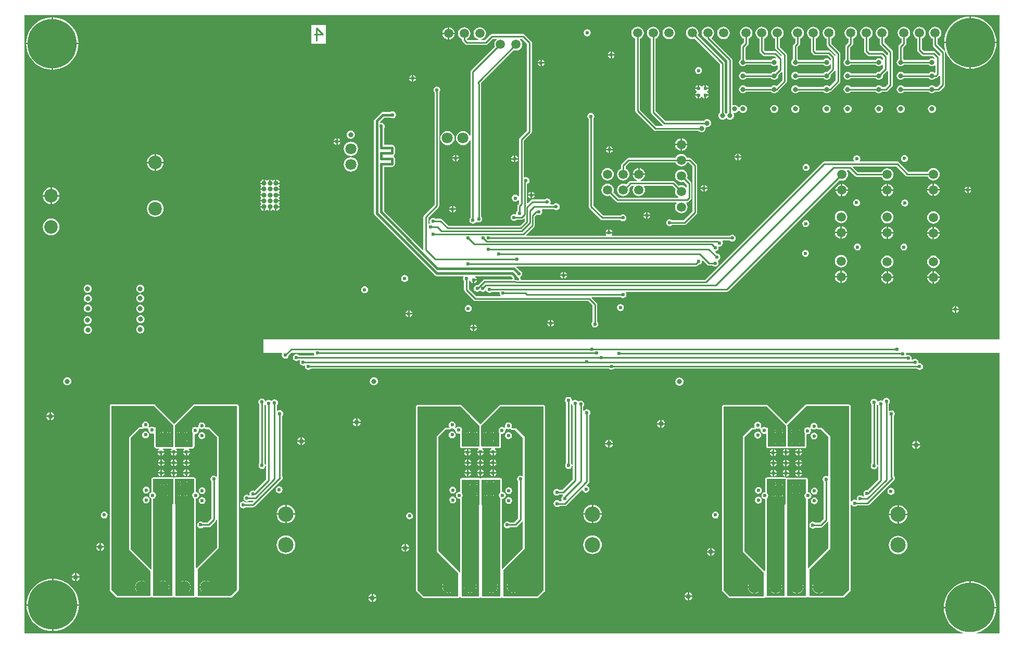
<source format=gbl>
G04 Layer_Physical_Order=4*
G04 Layer_Color=16711680*
%FSLAX44Y44*%
%MOMM*%
G71*
G01*
G75*
%ADD54C,0.2540*%
%ADD56C,0.3810*%
%ADD59C,2.2000*%
%ADD60C,1.5000*%
%ADD61C,0.8000*%
%ADD62C,1.8000*%
%ADD63C,2.0000*%
%ADD64C,2.5000*%
%ADD65C,8.0000*%
%ADD66C,0.6000*%
G36*
X1589891Y482500D02*
X392500D01*
X392500Y460000D01*
X422329D01*
X422927Y458880D01*
X422781Y458662D01*
X422351Y456500D01*
X422781Y454338D01*
X424006Y452506D01*
X425838Y451281D01*
X428000Y450852D01*
X430162Y451281D01*
X431994Y452506D01*
X433219Y454338D01*
X433648Y456500D01*
X433623Y456629D01*
X436994Y460000D01*
X474352D01*
X474781Y457838D01*
X475004Y457505D01*
X474406Y456385D01*
X450067D01*
X449994Y456494D01*
X448162Y457719D01*
X446000Y458148D01*
X443838Y457719D01*
X442006Y456494D01*
X440781Y454662D01*
X440351Y452500D01*
X440781Y450338D01*
X442006Y448506D01*
X443838Y447281D01*
X446000Y446852D01*
X448162Y447281D01*
X449994Y448506D01*
X450067Y448615D01*
X451406D01*
X452004Y447495D01*
X451781Y447162D01*
X451352Y445000D01*
X451781Y442838D01*
X453006Y441006D01*
X454838Y439781D01*
X457000Y439352D01*
X458901Y439729D01*
X459674Y439207D01*
X460015Y438825D01*
X459851Y438000D01*
X460281Y435838D01*
X461506Y434006D01*
X463338Y432781D01*
X465500Y432351D01*
X467662Y432781D01*
X469494Y434006D01*
X469901Y434615D01*
X954433D01*
X954506Y434506D01*
X956338Y433282D01*
X958500Y432851D01*
X960662Y433282D01*
X962494Y434506D01*
X962567Y434615D01*
X1455099D01*
X1455506Y434006D01*
X1457338Y432781D01*
X1459500Y432351D01*
X1461662Y432781D01*
X1463494Y434006D01*
X1464719Y435838D01*
X1465148Y438000D01*
X1464719Y440162D01*
X1463494Y441994D01*
X1461662Y443218D01*
X1459500Y443648D01*
X1458641Y443478D01*
X1457560Y444558D01*
X1457648Y445000D01*
X1457218Y447162D01*
X1455994Y448994D01*
X1454162Y450219D01*
X1452000Y450648D01*
X1449838Y450219D01*
X1448006Y448994D01*
X1446861Y449510D01*
X1446381Y450155D01*
X1446649Y451500D01*
X1446219Y453662D01*
X1444994Y455494D01*
X1443162Y456719D01*
X1441000Y457149D01*
X1438838Y456719D01*
X1438551Y456526D01*
X1437885Y456804D01*
X1437423Y457366D01*
X1437648Y458500D01*
X1437545Y459018D01*
X1438351Y460000D01*
X1589891D01*
Y3609D01*
X1552832D01*
X1552534Y4821D01*
X1557814Y6614D01*
X1562816Y9080D01*
X1567452Y12178D01*
X1571645Y15855D01*
X1575322Y20048D01*
X1578420Y24684D01*
X1580886Y29686D01*
X1582679Y34966D01*
X1583767Y40436D01*
X1584048Y44730D01*
X1541500D01*
X1498952D01*
X1499233Y40436D01*
X1500321Y34966D01*
X1502114Y29686D01*
X1504580Y24684D01*
X1507678Y20048D01*
X1511355Y15855D01*
X1515548Y12178D01*
X1520184Y9080D01*
X1525186Y6614D01*
X1530466Y4821D01*
X1530168Y3609D01*
X3609D01*
Y1009391D01*
X1589891D01*
Y482500D01*
D02*
G37*
%LPC*%
G36*
X634396Y522730D02*
X630270D01*
Y518604D01*
X631162Y518781D01*
X632994Y520006D01*
X634219Y521838D01*
X634396Y522730D01*
D02*
G37*
G36*
X627730D02*
X623604D01*
X623782Y521838D01*
X625006Y520006D01*
X626838Y518781D01*
X627730Y518604D01*
Y522730D01*
D02*
G37*
G36*
X630270Y529396D02*
Y525270D01*
X634396D01*
X634219Y526162D01*
X632994Y527994D01*
X631162Y529219D01*
X630270Y529396D01*
D02*
G37*
G36*
X627730D02*
X626838Y529219D01*
X625006Y527994D01*
X623782Y526162D01*
X623604Y525270D01*
X627730D01*
Y529396D01*
D02*
G37*
G36*
X192500Y521596D02*
X190793Y521372D01*
X189202Y520713D01*
X187836Y519664D01*
X186787Y518298D01*
X186128Y516707D01*
X185904Y515000D01*
X186128Y513293D01*
X186787Y511702D01*
X187836Y510336D01*
X189202Y509287D01*
X190793Y508628D01*
X192500Y508404D01*
X194207Y508628D01*
X195798Y509287D01*
X197164Y510336D01*
X198213Y511702D01*
X198872Y513293D01*
X199096Y515000D01*
X198872Y516707D01*
X198213Y518298D01*
X197164Y519664D01*
X195798Y520713D01*
X194207Y521372D01*
X192500Y521596D01*
D02*
G37*
G36*
X106500Y520096D02*
X104793Y519872D01*
X103202Y519213D01*
X101836Y518164D01*
X100787Y516798D01*
X100128Y515207D01*
X99904Y513500D01*
X100128Y511793D01*
X100787Y510202D01*
X101836Y508836D01*
X103202Y507787D01*
X104793Y507128D01*
X106500Y506904D01*
X108207Y507128D01*
X109798Y507787D01*
X111164Y508836D01*
X112213Y510202D01*
X112872Y511793D01*
X113096Y513500D01*
X112872Y515207D01*
X112213Y516798D01*
X111164Y518164D01*
X109798Y519213D01*
X108207Y519872D01*
X106500Y520096D01*
D02*
G37*
G36*
X860770Y513896D02*
Y509770D01*
X864896D01*
X864719Y510662D01*
X863494Y512494D01*
X861662Y513719D01*
X860770Y513896D01*
D02*
G37*
G36*
X858230D02*
X857338Y513719D01*
X855506Y512494D01*
X854281Y510662D01*
X854104Y509770D01*
X858230D01*
Y513896D01*
D02*
G37*
G36*
X192065Y538596D02*
X190357Y538372D01*
X188766Y537713D01*
X187400Y536664D01*
X186352Y535298D01*
X185693Y533707D01*
X185468Y532000D01*
X185693Y530293D01*
X186352Y528702D01*
X187400Y527336D01*
X188766Y526287D01*
X190357Y525628D01*
X192065Y525404D01*
X193772Y525628D01*
X195363Y526287D01*
X196729Y527336D01*
X197777Y528702D01*
X198436Y530293D01*
X198661Y532000D01*
X198436Y533707D01*
X197777Y535298D01*
X196729Y536664D01*
X195363Y537713D01*
X193772Y538372D01*
X192065Y538596D01*
D02*
G37*
G36*
X973000Y539649D02*
X970838Y539219D01*
X969006Y537994D01*
X967782Y536162D01*
X967352Y534000D01*
X967782Y531838D01*
X969006Y530006D01*
X970838Y528781D01*
X973000Y528352D01*
X975162Y528781D01*
X976994Y530006D01*
X978219Y531838D01*
X978649Y534000D01*
X978219Y536162D01*
X976994Y537994D01*
X975162Y539219D01*
X973000Y539649D01*
D02*
G37*
G36*
X725500Y538148D02*
X723338Y537719D01*
X721506Y536494D01*
X720281Y534662D01*
X719852Y532500D01*
X720281Y530338D01*
X721506Y528506D01*
X723338Y527281D01*
X725500Y526852D01*
X727662Y527281D01*
X729494Y528506D01*
X730719Y530338D01*
X731149Y532500D01*
X730719Y534662D01*
X729494Y536494D01*
X727662Y537719D01*
X725500Y538148D01*
D02*
G37*
G36*
X1519270Y536396D02*
Y532270D01*
X1523396D01*
X1523219Y533162D01*
X1521994Y534994D01*
X1520162Y536219D01*
X1519270Y536396D01*
D02*
G37*
G36*
X1516730D02*
X1515838Y536219D01*
X1514006Y534994D01*
X1512782Y533162D01*
X1512604Y532270D01*
X1516730D01*
Y536396D01*
D02*
G37*
G36*
Y529730D02*
X1512604D01*
X1512782Y528838D01*
X1514006Y527006D01*
X1515838Y525781D01*
X1516730Y525604D01*
Y529730D01*
D02*
G37*
G36*
X107000Y555096D02*
X105293Y554872D01*
X103702Y554213D01*
X102336Y553164D01*
X101287Y551798D01*
X100628Y550207D01*
X100404Y548500D01*
X100628Y546793D01*
X101287Y545202D01*
X102336Y543836D01*
X103702Y542787D01*
X105293Y542128D01*
X107000Y541904D01*
X108707Y542128D01*
X110298Y542787D01*
X111664Y543836D01*
X112713Y545202D01*
X113372Y546793D01*
X113596Y548500D01*
X113372Y550207D01*
X112713Y551798D01*
X111664Y553164D01*
X110298Y554213D01*
X108707Y554872D01*
X107000Y555096D01*
D02*
G37*
G36*
Y539096D02*
X105293Y538872D01*
X103702Y538213D01*
X102336Y537164D01*
X101287Y535798D01*
X100628Y534207D01*
X100404Y532500D01*
X100628Y530793D01*
X101287Y529202D01*
X102336Y527836D01*
X103702Y526787D01*
X105293Y526128D01*
X107000Y525904D01*
X108707Y526128D01*
X110298Y526787D01*
X111664Y527836D01*
X112713Y529202D01*
X113372Y530793D01*
X113596Y532500D01*
X113372Y534207D01*
X112713Y535798D01*
X111664Y537164D01*
X110298Y538213D01*
X108707Y538872D01*
X107000Y539096D01*
D02*
G37*
G36*
X1523396Y529730D02*
X1519270D01*
Y525604D01*
X1520162Y525781D01*
X1521994Y527006D01*
X1523219Y528838D01*
X1523396Y529730D01*
D02*
G37*
G36*
X1405460Y387108D02*
X1403298Y386679D01*
X1401466Y385454D01*
X1400241Y383622D01*
X1400116Y382990D01*
X1398943Y382504D01*
X1398622Y382719D01*
X1396460Y383148D01*
X1394298Y382719D01*
X1392466Y381494D01*
X1392166Y381045D01*
X1390818Y381313D01*
X1390679Y382013D01*
X1389454Y383846D01*
X1387622Y385070D01*
X1385460Y385500D01*
X1383298Y385070D01*
X1381466Y383846D01*
X1380241Y382013D01*
X1379811Y379851D01*
X1380241Y377690D01*
X1381466Y375857D01*
X1381575Y375784D01*
Y280359D01*
X1380441Y278662D01*
X1380011Y276500D01*
X1380441Y274338D01*
X1381666Y272506D01*
X1383498Y271281D01*
X1385660Y270851D01*
X1387822Y271281D01*
X1389654Y272506D01*
X1390878Y274338D01*
X1391308Y276500D01*
X1390878Y278662D01*
X1389654Y280494D01*
X1389345Y280701D01*
Y375169D01*
X1389884Y375653D01*
X1391139Y375362D01*
X1391311Y375234D01*
X1392466Y373506D01*
X1392575Y373433D01*
Y254109D01*
X1375308Y236842D01*
X1374058Y237091D01*
X1371897Y236661D01*
X1370064Y235436D01*
X1368840Y233604D01*
X1368409Y231442D01*
X1368840Y229280D01*
X1369592Y228155D01*
X1368913Y226885D01*
X1367067D01*
X1366994Y226994D01*
X1365162Y228219D01*
X1363000Y228648D01*
X1360838Y228219D01*
X1359006Y226994D01*
X1357781Y225162D01*
X1357352Y223000D01*
X1357661Y221442D01*
X1356518Y220679D01*
X1355933Y221070D01*
X1353771Y221500D01*
X1351609Y221070D01*
X1349777Y219846D01*
X1348960Y218623D01*
X1347690Y219009D01*
X1347690Y373499D01*
X1347493Y374490D01*
X1346932Y375330D01*
X1346092Y375891D01*
X1345101Y376089D01*
X1275100D01*
X1274109Y375891D01*
X1273269Y375330D01*
X1242965Y345026D01*
X1241695Y345036D01*
X1212860Y374802D01*
X1212843Y374814D01*
X1212831Y374831D01*
X1212428Y375101D01*
X1212029Y375377D01*
X1212009Y375381D01*
X1211991Y375393D01*
X1211515Y375487D01*
X1211041Y375589D01*
X1211021Y375586D01*
X1211000Y375590D01*
X1141000D01*
X1140009Y375393D01*
X1139169Y374831D01*
X1138607Y373991D01*
X1138410Y373000D01*
X1138410Y74000D01*
X1138607Y73009D01*
X1139169Y72169D01*
X1149169Y62169D01*
X1150009Y61607D01*
X1151000Y61410D01*
X1206000Y61410D01*
X1206991Y61607D01*
X1207831Y62169D01*
X1208070Y62527D01*
X1208803Y62955D01*
X1209655Y62844D01*
X1210009Y62607D01*
X1211000Y62410D01*
X1239500D01*
X1240491Y62607D01*
X1241331Y63169D01*
X1242660Y62872D01*
X1242669Y62859D01*
X1243509Y62297D01*
X1244500Y62100D01*
X1275000D01*
X1275991Y62297D01*
X1276831Y62859D01*
X1276981Y63082D01*
X1277021Y63098D01*
X1278449Y62996D01*
X1278669Y62668D01*
X1279509Y62106D01*
X1280500Y61909D01*
X1335049Y61909D01*
X1336040Y62106D01*
X1336881Y62668D01*
X1346932Y72719D01*
X1347493Y73559D01*
X1347690Y74550D01*
Y212694D01*
X1348960Y213080D01*
X1349777Y211857D01*
X1351609Y210633D01*
X1353771Y210203D01*
X1355933Y210633D01*
X1357765Y211857D01*
X1357838Y211967D01*
X1374811D01*
X1376298Y212262D01*
X1377558Y213105D01*
X1418207Y253753D01*
X1419049Y255013D01*
X1419345Y256500D01*
X1419049Y257987D01*
X1418207Y259247D01*
X1417385Y260069D01*
Y356933D01*
X1417494Y357006D01*
X1418719Y358838D01*
X1419149Y361000D01*
X1418719Y363162D01*
X1417494Y364994D01*
X1415662Y366218D01*
X1413500Y366648D01*
X1411338Y366218D01*
X1410615Y365735D01*
X1409345Y366414D01*
Y377393D01*
X1409454Y377466D01*
X1410679Y379298D01*
X1411109Y381460D01*
X1410679Y383622D01*
X1409454Y385454D01*
X1407621Y386679D01*
X1405460Y387108D01*
D02*
G37*
G36*
X47070Y363429D02*
Y358270D01*
X52229D01*
X52172Y358707D01*
X51513Y360298D01*
X50464Y361664D01*
X49098Y362713D01*
X47507Y363372D01*
X47070Y363429D01*
D02*
G37*
G36*
X572000Y420596D02*
X570293Y420372D01*
X568702Y419713D01*
X567336Y418664D01*
X566287Y417298D01*
X565628Y415707D01*
X565404Y414000D01*
X565628Y412293D01*
X566287Y410702D01*
X567336Y409336D01*
X568702Y408287D01*
X570293Y407628D01*
X572000Y407403D01*
X573707Y407628D01*
X575298Y408287D01*
X576664Y409336D01*
X577713Y410702D01*
X578372Y412293D01*
X578596Y414000D01*
X578372Y415707D01*
X577713Y417298D01*
X576664Y418664D01*
X575298Y419713D01*
X573707Y420372D01*
X572000Y420596D01*
D02*
G37*
G36*
X1069000Y420096D02*
X1067293Y419872D01*
X1065702Y419213D01*
X1064336Y418164D01*
X1063287Y416798D01*
X1062628Y415207D01*
X1062404Y413500D01*
X1062628Y411793D01*
X1063287Y410202D01*
X1064336Y408836D01*
X1065702Y407787D01*
X1067293Y407128D01*
X1069000Y406903D01*
X1070707Y407128D01*
X1072298Y407787D01*
X1073664Y408836D01*
X1074713Y410202D01*
X1075372Y411793D01*
X1075596Y413500D01*
X1075372Y415207D01*
X1074713Y416798D01*
X1073664Y418164D01*
X1072298Y419213D01*
X1070707Y419872D01*
X1069000Y420096D01*
D02*
G37*
G36*
X44530Y363429D02*
X44093Y363372D01*
X42502Y362713D01*
X41136Y361664D01*
X40087Y360298D01*
X39428Y358707D01*
X39371Y358270D01*
X44530D01*
Y363429D01*
D02*
G37*
G36*
X545270Y353929D02*
Y348770D01*
X550429D01*
X550372Y349207D01*
X549713Y350798D01*
X548664Y352164D01*
X547298Y353213D01*
X545707Y353872D01*
X545270Y353929D01*
D02*
G37*
G36*
X542730D02*
X542293Y353872D01*
X540702Y353213D01*
X539336Y352164D01*
X538287Y350798D01*
X537628Y349207D01*
X537571Y348770D01*
X542730D01*
Y353929D01*
D02*
G37*
G36*
X52229Y355730D02*
X47070D01*
Y350571D01*
X47507Y350628D01*
X49098Y351287D01*
X50464Y352336D01*
X51513Y353702D01*
X52172Y355293D01*
X52229Y355730D01*
D02*
G37*
G36*
X44530D02*
X39371D01*
X39428Y355293D01*
X40087Y353702D01*
X41136Y352336D01*
X42502Y351287D01*
X44093Y350628D01*
X44530Y350571D01*
Y355730D01*
D02*
G37*
G36*
X735270Y506396D02*
Y502270D01*
X739396D01*
X739219Y503162D01*
X737994Y504994D01*
X736162Y506218D01*
X735270Y506396D01*
D02*
G37*
G36*
X732730D02*
X731838Y506218D01*
X730006Y504994D01*
X728781Y503162D01*
X728604Y502270D01*
X732730D01*
Y506396D01*
D02*
G37*
G36*
X864896Y507230D02*
X860770D01*
Y503104D01*
X861662Y503281D01*
X863494Y504506D01*
X864719Y506338D01*
X864896Y507230D01*
D02*
G37*
G36*
X858230D02*
X854104D01*
X854281Y506338D01*
X855506Y504506D01*
X857338Y503281D01*
X858230Y503104D01*
Y507230D01*
D02*
G37*
G36*
X739396Y499730D02*
X735270D01*
Y495604D01*
X736162Y495781D01*
X737994Y497006D01*
X739219Y498838D01*
X739396Y499730D01*
D02*
G37*
G36*
X107000Y504096D02*
X105293Y503872D01*
X103702Y503213D01*
X102336Y502164D01*
X101287Y500798D01*
X100628Y499207D01*
X100404Y497500D01*
X100628Y495793D01*
X101287Y494202D01*
X102336Y492836D01*
X103702Y491787D01*
X105293Y491128D01*
X107000Y490904D01*
X108707Y491128D01*
X110298Y491787D01*
X111664Y492836D01*
X112713Y494202D01*
X113372Y495793D01*
X113596Y497500D01*
X113372Y499207D01*
X112713Y500798D01*
X111664Y502164D01*
X110298Y503213D01*
X108707Y503872D01*
X107000Y504096D01*
D02*
G37*
G36*
X73340Y420596D02*
X71633Y420372D01*
X70042Y419713D01*
X68676Y418664D01*
X67627Y417298D01*
X66968Y415707D01*
X66744Y414000D01*
X66968Y412293D01*
X67627Y410702D01*
X68676Y409336D01*
X70042Y408287D01*
X71633Y407628D01*
X73340Y407404D01*
X75047Y407628D01*
X76638Y408287D01*
X78004Y409336D01*
X79053Y410702D01*
X79712Y412293D01*
X79936Y414000D01*
X79712Y415707D01*
X79053Y417298D01*
X78004Y418664D01*
X76638Y419713D01*
X75047Y420372D01*
X73340Y420596D01*
D02*
G37*
G36*
X732730Y499730D02*
X728604D01*
X728781Y498838D01*
X730006Y497006D01*
X731838Y495781D01*
X732730Y495604D01*
Y499730D01*
D02*
G37*
G36*
X192000Y505096D02*
X190293Y504872D01*
X188702Y504213D01*
X187336Y503164D01*
X186287Y501798D01*
X185628Y500207D01*
X185404Y498500D01*
X185628Y496793D01*
X186287Y495202D01*
X187336Y493836D01*
X188702Y492787D01*
X190293Y492128D01*
X192000Y491904D01*
X193707Y492128D01*
X195298Y492787D01*
X196664Y493836D01*
X197713Y495202D01*
X198372Y496793D01*
X198596Y498500D01*
X198372Y500207D01*
X197713Y501798D01*
X196664Y503164D01*
X195298Y504213D01*
X193707Y504872D01*
X192000Y505096D01*
D02*
G37*
G36*
X1332000Y619527D02*
X1329379Y619182D01*
X1326937Y618170D01*
X1324839Y616561D01*
X1323230Y614463D01*
X1322218Y612021D01*
X1321873Y609400D01*
X1322218Y606779D01*
X1323230Y604337D01*
X1324839Y602239D01*
X1326937Y600630D01*
X1329379Y599618D01*
X1332000Y599273D01*
X1334621Y599618D01*
X1337063Y600630D01*
X1339161Y602239D01*
X1340770Y604337D01*
X1341781Y606779D01*
X1342127Y609400D01*
X1341781Y612021D01*
X1340770Y614463D01*
X1339161Y616561D01*
X1337063Y618170D01*
X1334621Y619182D01*
X1332000Y619527D01*
D02*
G37*
G36*
X1482000Y618527D02*
X1479379Y618182D01*
X1476937Y617170D01*
X1474839Y615561D01*
X1473230Y613463D01*
X1472218Y611021D01*
X1471873Y608400D01*
X1472218Y605779D01*
X1473230Y603337D01*
X1474839Y601239D01*
X1476937Y599630D01*
X1479379Y598618D01*
X1482000Y598273D01*
X1484621Y598618D01*
X1487063Y599630D01*
X1489161Y601239D01*
X1490770Y603337D01*
X1491781Y605779D01*
X1492127Y608400D01*
X1491781Y611021D01*
X1490770Y613463D01*
X1489161Y615561D01*
X1487063Y617170D01*
X1484621Y618182D01*
X1482000Y618527D01*
D02*
G37*
G36*
X1358500Y638148D02*
X1356338Y637719D01*
X1354506Y636494D01*
X1353281Y634662D01*
X1352852Y632500D01*
X1353281Y630338D01*
X1354506Y628506D01*
X1356338Y627281D01*
X1358500Y626852D01*
X1360662Y627281D01*
X1362494Y628506D01*
X1363719Y630338D01*
X1364149Y632500D01*
X1363719Y634662D01*
X1362494Y636494D01*
X1360662Y637719D01*
X1358500Y638148D01*
D02*
G37*
G36*
X1274000Y627649D02*
X1271838Y627219D01*
X1270006Y625994D01*
X1268781Y624162D01*
X1268352Y622000D01*
X1268781Y619838D01*
X1270006Y618006D01*
X1271838Y616781D01*
X1274000Y616352D01*
X1276162Y616781D01*
X1277994Y618006D01*
X1279219Y619838D01*
X1279649Y622000D01*
X1279219Y624162D01*
X1277994Y625994D01*
X1276162Y627219D01*
X1274000Y627649D01*
D02*
G37*
G36*
X879249Y591852D02*
X878358Y591674D01*
X876525Y590450D01*
X875301Y588617D01*
X875124Y587726D01*
X879249D01*
Y591852D01*
D02*
G37*
G36*
X1333270Y593959D02*
Y585270D01*
X1341959D01*
X1341781Y586621D01*
X1340770Y589063D01*
X1339161Y591161D01*
X1337063Y592770D01*
X1334621Y593782D01*
X1333270Y593959D01*
D02*
G37*
G36*
X1407000Y618527D02*
X1404379Y618182D01*
X1401937Y617170D01*
X1399839Y615561D01*
X1398230Y613463D01*
X1397218Y611021D01*
X1396873Y608400D01*
X1397218Y605779D01*
X1398230Y603337D01*
X1399839Y601239D01*
X1401937Y599630D01*
X1404379Y598618D01*
X1407000Y598273D01*
X1409621Y598618D01*
X1412063Y599630D01*
X1414161Y601239D01*
X1415770Y603337D01*
X1416781Y605779D01*
X1417127Y608400D01*
X1416781Y611021D01*
X1415770Y613463D01*
X1414161Y615561D01*
X1412063Y617170D01*
X1409621Y618182D01*
X1407000Y618527D01*
D02*
G37*
G36*
X881789Y591852D02*
Y587726D01*
X885915D01*
X885738Y588617D01*
X884513Y590450D01*
X882681Y591674D01*
X881789Y591852D01*
D02*
G37*
G36*
X1434000Y638148D02*
X1431838Y637719D01*
X1430006Y636494D01*
X1428781Y634662D01*
X1428351Y632500D01*
X1428781Y630338D01*
X1430006Y628506D01*
X1431838Y627281D01*
X1434000Y626852D01*
X1436162Y627281D01*
X1437994Y628506D01*
X1439219Y630338D01*
X1439648Y632500D01*
X1439219Y634662D01*
X1437994Y636494D01*
X1436162Y637719D01*
X1434000Y638148D01*
D02*
G37*
G36*
X1341959Y654730D02*
X1333270D01*
Y646041D01*
X1334621Y646218D01*
X1337063Y647230D01*
X1339161Y648839D01*
X1340770Y650937D01*
X1341781Y653379D01*
X1341959Y654730D01*
D02*
G37*
G36*
X1330730D02*
X1322041D01*
X1322218Y653379D01*
X1323230Y650937D01*
X1324839Y648839D01*
X1326937Y647230D01*
X1329379Y646218D01*
X1330730Y646041D01*
Y654730D01*
D02*
G37*
G36*
X1480730Y664959D02*
X1479379Y664782D01*
X1476937Y663770D01*
X1474839Y662161D01*
X1473230Y660063D01*
X1472218Y657621D01*
X1472041Y656270D01*
X1480730D01*
Y664959D01*
D02*
G37*
G36*
X47000Y678757D02*
X43465Y678291D01*
X40172Y676927D01*
X37343Y674757D01*
X35173Y671928D01*
X33809Y668635D01*
X33343Y665100D01*
X33809Y661565D01*
X35173Y658272D01*
X37343Y655443D01*
X40172Y653273D01*
X43465Y651908D01*
X47000Y651443D01*
X50535Y651908D01*
X53828Y653273D01*
X56657Y655443D01*
X58827Y658272D01*
X60191Y661565D01*
X60657Y665100D01*
X60191Y668635D01*
X58827Y671928D01*
X56657Y674757D01*
X53828Y676927D01*
X50535Y678291D01*
X47000Y678757D01*
D02*
G37*
G36*
X1480730Y653730D02*
X1472041D01*
X1472218Y652379D01*
X1473230Y649937D01*
X1474839Y647839D01*
X1476937Y646230D01*
X1479379Y645218D01*
X1480730Y645041D01*
Y653730D01*
D02*
G37*
G36*
X1491959D02*
X1483270D01*
Y645041D01*
X1484621Y645218D01*
X1487063Y646230D01*
X1489161Y647839D01*
X1490770Y649937D01*
X1491781Y652379D01*
X1491959Y653730D01*
D02*
G37*
G36*
X1416959Y654330D02*
X1408270D01*
Y645641D01*
X1409621Y645818D01*
X1412063Y646830D01*
X1414161Y648439D01*
X1415770Y650537D01*
X1416781Y652979D01*
X1416959Y654330D01*
D02*
G37*
G36*
X1405730D02*
X1397041D01*
X1397218Y652979D01*
X1398230Y650537D01*
X1399839Y648439D01*
X1401937Y646830D01*
X1404379Y645818D01*
X1405730Y645641D01*
Y654330D01*
D02*
G37*
G36*
X1330730Y593959D02*
X1329379Y593782D01*
X1326937Y592770D01*
X1324839Y591161D01*
X1323230Y589063D01*
X1322218Y586621D01*
X1322041Y585270D01*
X1330730D01*
Y593959D01*
D02*
G37*
G36*
X1491959Y581730D02*
X1483270D01*
Y573041D01*
X1484621Y573218D01*
X1487063Y574230D01*
X1489161Y575839D01*
X1490770Y577937D01*
X1491781Y580379D01*
X1491959Y581730D01*
D02*
G37*
G36*
X1480730D02*
X1472041D01*
X1472218Y580379D01*
X1473230Y577937D01*
X1474839Y575839D01*
X1476937Y574230D01*
X1479379Y573218D01*
X1480730Y573041D01*
Y581730D01*
D02*
G37*
G36*
X1416959Y581730D02*
X1408270D01*
Y573041D01*
X1409621Y573218D01*
X1412063Y574230D01*
X1414161Y575839D01*
X1415770Y577937D01*
X1416781Y580379D01*
X1416959Y581730D01*
D02*
G37*
G36*
X1405730D02*
X1397041D01*
X1397218Y580379D01*
X1398230Y577937D01*
X1399839Y575839D01*
X1401937Y574230D01*
X1404379Y573218D01*
X1405730Y573041D01*
Y581730D01*
D02*
G37*
G36*
X557000Y568648D02*
X554838Y568218D01*
X553006Y566994D01*
X551781Y565162D01*
X551352Y563000D01*
X551781Y560838D01*
X553006Y559006D01*
X554838Y557781D01*
X557000Y557351D01*
X559162Y557781D01*
X560994Y559006D01*
X562219Y560838D01*
X562649Y563000D01*
X562219Y565162D01*
X560994Y566994D01*
X559162Y568218D01*
X557000Y568648D01*
D02*
G37*
G36*
X192065Y555497D02*
X190357Y555272D01*
X188766Y554613D01*
X187400Y553565D01*
X186352Y552198D01*
X185693Y550608D01*
X185468Y548900D01*
X185693Y547193D01*
X186352Y545602D01*
X187400Y544236D01*
X188766Y543188D01*
X190357Y542529D01*
X192065Y542304D01*
X193772Y542529D01*
X195363Y543188D01*
X196729Y544236D01*
X197777Y545602D01*
X198436Y547193D01*
X198661Y548900D01*
X198436Y550608D01*
X197777Y552198D01*
X196729Y553565D01*
X195363Y554613D01*
X193772Y555272D01*
X192065Y555497D01*
D02*
G37*
G36*
Y571173D02*
X190357Y570948D01*
X188766Y570289D01*
X187400Y569241D01*
X186352Y567874D01*
X185693Y566284D01*
X185468Y564576D01*
X185693Y562869D01*
X186352Y561278D01*
X187400Y559912D01*
X188766Y558864D01*
X190357Y558205D01*
X192065Y557980D01*
X193772Y558205D01*
X195363Y558864D01*
X196729Y559912D01*
X197777Y561278D01*
X198436Y562869D01*
X198661Y564576D01*
X198436Y566284D01*
X197777Y567874D01*
X196729Y569241D01*
X195363Y570289D01*
X193772Y570948D01*
X192065Y571173D01*
D02*
G37*
G36*
X106500Y571096D02*
X104793Y570872D01*
X103202Y570213D01*
X101836Y569164D01*
X100787Y567798D01*
X100128Y566207D01*
X99904Y564500D01*
X100128Y562793D01*
X100787Y561202D01*
X101836Y559836D01*
X103202Y558787D01*
X104793Y558128D01*
X106500Y557904D01*
X108207Y558128D01*
X109798Y558787D01*
X111164Y559836D01*
X112213Y561202D01*
X112872Y562793D01*
X113096Y564500D01*
X112872Y566207D01*
X112213Y567798D01*
X111164Y569164D01*
X109798Y570213D01*
X108207Y570872D01*
X106500Y571096D01*
D02*
G37*
G36*
X1341959Y582730D02*
X1333270D01*
Y574041D01*
X1334621Y574218D01*
X1337063Y575230D01*
X1339161Y576839D01*
X1340770Y578937D01*
X1341781Y581379D01*
X1341959Y582730D01*
D02*
G37*
G36*
X1483270Y592959D02*
Y584270D01*
X1491959D01*
X1491781Y585621D01*
X1490770Y588063D01*
X1489161Y590161D01*
X1487063Y591770D01*
X1484621Y592781D01*
X1483270Y592959D01*
D02*
G37*
G36*
X1480730D02*
X1479379Y592781D01*
X1476937Y591770D01*
X1474839Y590161D01*
X1473230Y588063D01*
X1472218Y585621D01*
X1472041Y584270D01*
X1480730D01*
Y592959D01*
D02*
G37*
G36*
X1408270Y592959D02*
Y584270D01*
X1416959D01*
X1416781Y585621D01*
X1415770Y588063D01*
X1414161Y590161D01*
X1412063Y591770D01*
X1409621Y592782D01*
X1408270Y592959D01*
D02*
G37*
G36*
X1405730D02*
X1404379Y592782D01*
X1401937Y591770D01*
X1399839Y590161D01*
X1398230Y588063D01*
X1397218Y585621D01*
X1397041Y584270D01*
X1405730D01*
Y592959D01*
D02*
G37*
G36*
X622180Y586828D02*
X620018Y586399D01*
X618186Y585174D01*
X616961Y583342D01*
X616531Y581180D01*
X616961Y579018D01*
X618186Y577186D01*
X620018Y575961D01*
X622180Y575531D01*
X624342Y575961D01*
X626174Y577186D01*
X627398Y579018D01*
X627828Y581180D01*
X627398Y583342D01*
X626174Y585174D01*
X624342Y586399D01*
X622180Y586828D01*
D02*
G37*
G36*
X1330730Y582730D02*
X1322041D01*
X1322218Y581379D01*
X1323230Y578937D01*
X1324839Y576839D01*
X1326937Y575230D01*
X1329379Y574218D01*
X1330730Y574041D01*
Y582730D01*
D02*
G37*
G36*
X885915Y585186D02*
X881789D01*
Y581060D01*
X882681Y581237D01*
X884513Y582462D01*
X885738Y584294D01*
X885915Y585186D01*
D02*
G37*
G36*
X879249D02*
X875124D01*
X875301Y584294D01*
X876525Y582462D01*
X878358Y581237D01*
X879249Y581060D01*
Y585186D01*
D02*
G37*
G36*
X1040270Y351429D02*
Y346270D01*
X1045429D01*
X1045372Y346707D01*
X1044713Y348298D01*
X1043664Y349664D01*
X1042298Y350713D01*
X1040707Y351372D01*
X1040270Y351429D01*
D02*
G37*
G36*
X1452730Y316929D02*
X1452293Y316872D01*
X1450702Y316213D01*
X1449336Y315164D01*
X1448287Y313798D01*
X1447628Y312207D01*
X1447571Y311770D01*
X1452730D01*
Y316929D01*
D02*
G37*
G36*
X926190Y196730D02*
X912472D01*
X912638Y195052D01*
X913498Y192217D01*
X914894Y189604D01*
X916774Y187314D01*
X919064Y185434D01*
X921677Y184038D01*
X924512Y183178D01*
X926190Y183012D01*
Y196730D01*
D02*
G37*
G36*
X1423190Y196230D02*
X1409472D01*
X1409638Y194552D01*
X1410498Y191717D01*
X1411894Y189104D01*
X1413774Y186814D01*
X1416064Y184934D01*
X1418677Y183538D01*
X1421512Y182678D01*
X1423190Y182512D01*
Y196230D01*
D02*
G37*
G36*
X1455270Y316929D02*
Y311770D01*
X1460429D01*
X1460372Y312207D01*
X1459713Y313798D01*
X1458664Y315164D01*
X1457298Y316213D01*
X1455707Y316872D01*
X1455270Y316929D01*
D02*
G37*
G36*
X443788Y196730D02*
X430070D01*
Y183012D01*
X431748Y183178D01*
X434583Y184038D01*
X437196Y185434D01*
X439486Y187314D01*
X441366Y189604D01*
X442762Y192217D01*
X443622Y195052D01*
X443788Y196730D01*
D02*
G37*
G36*
X630000Y200648D02*
X627838Y200219D01*
X626006Y198994D01*
X624781Y197162D01*
X624352Y195000D01*
X624781Y192838D01*
X626006Y191006D01*
X627838Y189781D01*
X630000Y189352D01*
X632162Y189781D01*
X633994Y191006D01*
X635219Y192838D01*
X635648Y195000D01*
X635219Y197162D01*
X633994Y198994D01*
X632162Y200219D01*
X630000Y200648D01*
D02*
G37*
G36*
X942448Y196730D02*
X928730D01*
Y183012D01*
X930408Y183178D01*
X933243Y184038D01*
X935856Y185434D01*
X938146Y187314D01*
X940026Y189604D01*
X941422Y192217D01*
X942282Y195052D01*
X942448Y196730D01*
D02*
G37*
G36*
X427530Y196730D02*
X413812D01*
X413978Y195052D01*
X414838Y192217D01*
X416234Y189604D01*
X418114Y187314D01*
X420404Y185434D01*
X423017Y184038D01*
X425852Y183178D01*
X427530Y183012D01*
Y196730D01*
D02*
G37*
G36*
X1439448Y196230D02*
X1425730D01*
Y182512D01*
X1427408Y182678D01*
X1430243Y183538D01*
X1432856Y184934D01*
X1435146Y186814D01*
X1437026Y189104D01*
X1438422Y191717D01*
X1439282Y194552D01*
X1439448Y196230D01*
D02*
G37*
G36*
X125530Y143230D02*
X120371D01*
X120428Y142793D01*
X121087Y141202D01*
X122136Y139836D01*
X123502Y138787D01*
X125093Y138128D01*
X125530Y138071D01*
Y143230D01*
D02*
G37*
G36*
X133229D02*
X128070D01*
Y138071D01*
X128507Y138128D01*
X130098Y138787D01*
X131464Y139836D01*
X132513Y141202D01*
X133172Y142793D01*
X133229Y143230D01*
D02*
G37*
G36*
X1118730Y142929D02*
X1118293Y142872D01*
X1116702Y142213D01*
X1115336Y141164D01*
X1114287Y139798D01*
X1113628Y138207D01*
X1113571Y137770D01*
X1118730D01*
Y142929D01*
D02*
G37*
G36*
X1121270D02*
Y137770D01*
X1126429D01*
X1126372Y138207D01*
X1125713Y139798D01*
X1124664Y141164D01*
X1123298Y142213D01*
X1121707Y142872D01*
X1121270Y142929D01*
D02*
G37*
G36*
X125530Y150929D02*
X125093Y150872D01*
X123502Y150213D01*
X122136Y149164D01*
X121087Y147798D01*
X120428Y146207D01*
X120371Y145770D01*
X125530D01*
Y150929D01*
D02*
G37*
G36*
X128070D02*
Y145770D01*
X133229D01*
X133172Y146207D01*
X132513Y147798D01*
X131464Y149164D01*
X130098Y150213D01*
X128507Y150872D01*
X128070Y150929D01*
D02*
G37*
G36*
X621730Y149429D02*
X621293Y149372D01*
X619702Y148713D01*
X618336Y147664D01*
X617287Y146298D01*
X616628Y144707D01*
X616571Y144270D01*
X621730D01*
Y149429D01*
D02*
G37*
G36*
X624270D02*
Y144270D01*
X629429D01*
X629372Y144707D01*
X628713Y146298D01*
X627664Y147664D01*
X626298Y148713D01*
X624707Y149372D01*
X624270Y149429D01*
D02*
G37*
G36*
X133500Y202148D02*
X131338Y201719D01*
X129506Y200494D01*
X128281Y198662D01*
X127851Y196500D01*
X128281Y194338D01*
X129506Y192506D01*
X131338Y191281D01*
X133500Y190851D01*
X135662Y191281D01*
X137494Y192506D01*
X138719Y194338D01*
X139149Y196500D01*
X138719Y198662D01*
X137494Y200494D01*
X135662Y201719D01*
X133500Y202148D01*
D02*
G37*
G36*
X926190Y212988D02*
X924512Y212822D01*
X921677Y211962D01*
X919064Y210566D01*
X916774Y208686D01*
X914894Y206396D01*
X913498Y203783D01*
X912638Y200948D01*
X912472Y199270D01*
X926190D01*
Y212988D01*
D02*
G37*
G36*
X928730D02*
Y199270D01*
X942448D01*
X942282Y200948D01*
X941422Y203783D01*
X940026Y206396D01*
X938146Y208686D01*
X935856Y210566D01*
X933243Y211962D01*
X930408Y212822D01*
X928730Y212988D01*
D02*
G37*
G36*
X427530Y212988D02*
X425852Y212822D01*
X423017Y211962D01*
X420404Y210566D01*
X418114Y208686D01*
X416234Y206396D01*
X414838Y203783D01*
X413978Y200948D01*
X413812Y199270D01*
X427530D01*
Y212988D01*
D02*
G37*
G36*
X430070D02*
Y199270D01*
X443788D01*
X443622Y200948D01*
X442762Y203783D01*
X441366Y206396D01*
X439486Y208686D01*
X437196Y210566D01*
X434583Y211962D01*
X431748Y212822D01*
X430070Y212988D01*
D02*
G37*
G36*
X389800Y386000D02*
X387638Y385570D01*
X385806Y384346D01*
X384581Y382513D01*
X384151Y380351D01*
X384581Y378190D01*
X385806Y376357D01*
X385915Y376284D01*
Y280859D01*
X384781Y279162D01*
X384352Y277000D01*
X384781Y274838D01*
X386006Y273006D01*
X387838Y271781D01*
X390000Y271352D01*
X392162Y271781D01*
X393994Y273006D01*
X395219Y274838D01*
X395648Y277000D01*
X395219Y279162D01*
X393994Y280994D01*
X393685Y281201D01*
Y375669D01*
X394224Y376153D01*
X395479Y375862D01*
X395651Y375734D01*
X396806Y374006D01*
X396915Y373933D01*
Y254609D01*
X378179Y235873D01*
X377662Y236219D01*
X375500Y236649D01*
X373338Y236219D01*
X371506Y234994D01*
X370281Y233162D01*
X369851Y231000D01*
X370219Y229155D01*
X370113Y228949D01*
X368777Y228474D01*
X367662Y229219D01*
X365500Y229648D01*
X363338Y229219D01*
X361506Y227994D01*
X360281Y226162D01*
X359851Y224000D01*
X360281Y221838D01*
X361506Y220006D01*
X363338Y218782D01*
X365500Y218351D01*
X367662Y218782D01*
X369494Y220006D01*
X369567Y220115D01*
X375762D01*
X376248Y218942D01*
X374179Y216872D01*
X363567D01*
X363494Y216982D01*
X361662Y218206D01*
X359500Y218636D01*
X357338Y218206D01*
X355506Y216982D01*
X354281Y215149D01*
X353852Y212988D01*
X354281Y210826D01*
X355506Y208994D01*
X357338Y207769D01*
X359500Y207339D01*
X361662Y207769D01*
X363494Y208994D01*
X363567Y209103D01*
X375788D01*
X377274Y209399D01*
X378535Y210241D01*
X422547Y254253D01*
X423389Y255513D01*
X423685Y257000D01*
X423389Y258487D01*
X422885Y259241D01*
Y357433D01*
X422994Y357506D01*
X424219Y359338D01*
X424649Y361500D01*
X424219Y363662D01*
X422994Y365494D01*
X421162Y366718D01*
X419000Y367149D01*
X416838Y366718D01*
X415655Y365928D01*
X414385Y366606D01*
Y374933D01*
X414494Y375006D01*
X415718Y376838D01*
X416148Y379000D01*
X415718Y381162D01*
X414494Y382994D01*
X412662Y384219D01*
X410500Y384649D01*
X408338Y384219D01*
X406506Y382994D01*
X405838Y381994D01*
X404794D01*
X402962Y383219D01*
X400800Y383649D01*
X398638Y383219D01*
X396806Y381994D01*
X396506Y381545D01*
X395158Y381814D01*
X395019Y382513D01*
X393794Y384346D01*
X391962Y385570D01*
X389800Y386000D01*
D02*
G37*
G36*
X888500Y388648D02*
X886338Y388219D01*
X884506Y386994D01*
X883281Y385162D01*
X882851Y383000D01*
X883281Y380838D01*
X884506Y379006D01*
X884615Y378933D01*
Y280919D01*
X883441Y279162D01*
X883011Y277000D01*
X883441Y274838D01*
X884666Y273006D01*
X886498Y271781D01*
X888660Y271352D01*
X890822Y271781D01*
X892654Y273006D01*
X893879Y274838D01*
X894308Y277000D01*
X893879Y279162D01*
X892654Y280994D01*
X892385Y281174D01*
Y378282D01*
X892606Y378450D01*
X893193Y378231D01*
X893851Y377801D01*
X894241Y375838D01*
X895466Y374006D01*
X895575Y373933D01*
Y254609D01*
X878351Y237385D01*
X873567D01*
X873494Y237494D01*
X871662Y238718D01*
X869500Y239149D01*
X867338Y238718D01*
X865506Y237494D01*
X864281Y235662D01*
X863851Y233500D01*
X864281Y231338D01*
X865506Y229506D01*
X867338Y228281D01*
X869500Y227852D01*
X871662Y228281D01*
X873494Y229506D01*
X873567Y229615D01*
X878826D01*
X879055Y229380D01*
X879472Y228345D01*
X878871Y227446D01*
X878795Y227066D01*
X878466Y226846D01*
X877241Y225013D01*
X876811Y222852D01*
X877241Y220690D01*
X877699Y220005D01*
X877101Y218885D01*
X874067D01*
X873994Y218994D01*
X872162Y220219D01*
X870000Y220648D01*
X867838Y220219D01*
X866006Y218994D01*
X864781Y217162D01*
X864352Y215000D01*
X864781Y212838D01*
X866006Y211006D01*
X867838Y209781D01*
X870000Y209352D01*
X872162Y209781D01*
X873994Y211006D01*
X874067Y211115D01*
X882443D01*
X883930Y211411D01*
X885190Y212253D01*
X910413Y237476D01*
X911628Y237108D01*
X911781Y236338D01*
X913006Y234506D01*
X914838Y233281D01*
X917000Y232852D01*
X919162Y233281D01*
X920994Y234506D01*
X922219Y236338D01*
X922648Y238500D01*
X922219Y240662D01*
X920994Y242494D01*
X919162Y243719D01*
X918392Y243871D01*
X918024Y245087D01*
X921207Y248270D01*
X922049Y249530D01*
X922345Y251017D01*
Y358933D01*
X922454Y359006D01*
X923679Y360838D01*
X924109Y363000D01*
X923679Y365162D01*
X922454Y366994D01*
X920622Y368219D01*
X918460Y368648D01*
X916298Y368219D01*
X914466Y366994D01*
X913615Y365720D01*
X912345Y366105D01*
Y372933D01*
X912454Y373006D01*
X913679Y374838D01*
X914109Y377000D01*
X913679Y379162D01*
X912454Y380994D01*
X910621Y382219D01*
X908460Y382649D01*
X906298Y382219D01*
X905219Y381497D01*
X903588Y381793D01*
X903454Y381994D01*
X901622Y383219D01*
X899460Y383648D01*
X897298Y383219D01*
X895466Y381994D01*
X895149Y381520D01*
X893953Y382015D01*
X894148Y383000D01*
X893719Y385162D01*
X892494Y386994D01*
X890662Y388219D01*
X888500Y388648D01*
D02*
G37*
G36*
X1413000Y240648D02*
X1410838Y240219D01*
X1409006Y238994D01*
X1407781Y237162D01*
X1407352Y235000D01*
X1407781Y232838D01*
X1409006Y231006D01*
X1410838Y229781D01*
X1413000Y229352D01*
X1415162Y229781D01*
X1416994Y231006D01*
X1418219Y232838D01*
X1418649Y235000D01*
X1418219Y237162D01*
X1416994Y238994D01*
X1415162Y240219D01*
X1413000Y240648D01*
D02*
G37*
G36*
X418000Y243148D02*
X415838Y242719D01*
X414006Y241494D01*
X412781Y239662D01*
X412351Y237500D01*
X412781Y235338D01*
X414006Y233506D01*
X415838Y232281D01*
X418000Y231852D01*
X420162Y232281D01*
X421994Y233506D01*
X423219Y235338D01*
X423648Y237500D01*
X423219Y239662D01*
X421994Y241494D01*
X420162Y242719D01*
X418000Y243148D01*
D02*
G37*
G36*
X1425730Y212488D02*
Y198770D01*
X1439448D01*
X1439282Y200448D01*
X1438422Y203283D01*
X1437026Y205896D01*
X1435146Y208186D01*
X1432856Y210066D01*
X1430243Y211462D01*
X1427408Y212322D01*
X1425730Y212488D01*
D02*
G37*
G36*
X460229Y315230D02*
X455070D01*
Y310071D01*
X455507Y310128D01*
X457098Y310787D01*
X458464Y311836D01*
X459513Y313202D01*
X460172Y314793D01*
X460229Y315230D01*
D02*
G37*
G36*
X452530D02*
X447371D01*
X447428Y314793D01*
X448087Y313202D01*
X449136Y311836D01*
X450502Y310787D01*
X452093Y310128D01*
X452530Y310071D01*
Y315230D01*
D02*
G37*
G36*
X1127500Y202148D02*
X1125338Y201719D01*
X1123506Y200494D01*
X1122281Y198662D01*
X1121852Y196500D01*
X1122281Y194338D01*
X1123506Y192506D01*
X1125338Y191281D01*
X1127500Y190851D01*
X1129662Y191281D01*
X1131494Y192506D01*
X1132719Y194338D01*
X1133148Y196500D01*
X1132719Y198662D01*
X1131494Y200494D01*
X1129662Y201719D01*
X1127500Y202148D01*
D02*
G37*
G36*
X1423190Y212488D02*
X1421512Y212322D01*
X1418677Y211462D01*
X1416064Y210066D01*
X1413774Y208186D01*
X1411894Y205896D01*
X1410498Y203283D01*
X1409638Y200448D01*
X1409472Y198770D01*
X1423190D01*
Y212488D01*
D02*
G37*
G36*
X1460429Y309230D02*
X1455270D01*
Y304071D01*
X1455707Y304128D01*
X1457298Y304787D01*
X1458664Y305836D01*
X1459713Y307202D01*
X1460372Y308793D01*
X1460429Y309230D01*
D02*
G37*
G36*
X1452730D02*
X1447571D01*
X1447628Y308793D01*
X1448287Y307202D01*
X1449336Y305836D01*
X1450702Y304787D01*
X1452293Y304128D01*
X1452730Y304071D01*
Y309230D01*
D02*
G37*
G36*
X960929Y311230D02*
X955770D01*
Y306071D01*
X956207Y306128D01*
X957798Y306787D01*
X959164Y307836D01*
X960213Y309202D01*
X960872Y310793D01*
X960929Y311230D01*
D02*
G37*
G36*
X953230D02*
X948071D01*
X948128Y310793D01*
X948787Y309202D01*
X949836Y307836D01*
X951202Y306787D01*
X952793Y306128D01*
X953230Y306071D01*
Y311230D01*
D02*
G37*
G36*
X629429Y141730D02*
X624270D01*
Y136571D01*
X624707Y136628D01*
X626298Y137287D01*
X627664Y138336D01*
X628713Y139702D01*
X629372Y141293D01*
X629429Y141730D01*
D02*
G37*
G36*
X568230Y60230D02*
X563071D01*
X563128Y59793D01*
X563787Y58202D01*
X564836Y56836D01*
X566202Y55787D01*
X567793Y55128D01*
X568230Y55071D01*
Y60230D01*
D02*
G37*
G36*
X575929D02*
X570770D01*
Y55071D01*
X571207Y55128D01*
X572798Y55787D01*
X574164Y56836D01*
X575213Y58202D01*
X575872Y59793D01*
X575929Y60230D01*
D02*
G37*
G36*
X48460Y92818D02*
X44166Y92537D01*
X38696Y91449D01*
X33416Y89656D01*
X28414Y87190D01*
X23778Y84092D01*
X19585Y80415D01*
X15908Y76222D01*
X12810Y71586D01*
X10344Y66584D01*
X8551Y61304D01*
X7463Y55834D01*
X7182Y51540D01*
X48460D01*
Y92818D01*
D02*
G37*
G36*
X51000D02*
Y51540D01*
X92278D01*
X91997Y55834D01*
X90909Y61304D01*
X89116Y66584D01*
X86650Y71586D01*
X83552Y76222D01*
X79875Y80415D01*
X75682Y84092D01*
X71046Y87190D01*
X66044Y89656D01*
X60764Y91449D01*
X55294Y92537D01*
X51000Y92818D01*
D02*
G37*
G36*
X713000Y375590D02*
X643000D01*
X642009Y375393D01*
X641169Y374831D01*
X640607Y373991D01*
X640410Y373000D01*
X640410Y74000D01*
X640607Y73009D01*
X641169Y72169D01*
X651169Y62169D01*
X652009Y61607D01*
X653000Y61410D01*
X708590Y61410D01*
X709581Y61607D01*
X710421Y62169D01*
X710982Y63009D01*
X711180Y64000D01*
X712410Y64000D01*
X712607Y63009D01*
X713169Y62169D01*
X714009Y61607D01*
X715000Y61410D01*
X743000D01*
X743991Y61607D01*
X744831Y62169D01*
X746169D01*
X747009Y61607D01*
X748000Y61410D01*
X777500D01*
X778491Y61607D01*
X779331Y62169D01*
X779457Y62358D01*
X779548Y62388D01*
X780927Y62270D01*
X781169Y61908D01*
X782009Y61347D01*
X783000Y61150D01*
X837739Y61150D01*
X838730Y61347D01*
X839571Y61908D01*
X849622Y71959D01*
X850183Y72799D01*
X850380Y73790D01*
X850380Y372739D01*
X850183Y373731D01*
X849622Y374571D01*
X848782Y375132D01*
X847791Y375329D01*
X777791D01*
X776799Y375132D01*
X775959Y374571D01*
X745679Y344290D01*
X744409Y344300D01*
X714860Y374802D01*
X714843Y374814D01*
X714831Y374831D01*
X714428Y375101D01*
X714029Y375377D01*
X714008Y375381D01*
X713991Y375393D01*
X713515Y375487D01*
X713041Y375589D01*
X713020Y375586D01*
X713000Y375590D01*
D02*
G37*
G36*
X214800Y376590D02*
X144800D01*
X143809Y376393D01*
X142969Y375831D01*
X142407Y374991D01*
X142210Y374000D01*
X142210Y75000D01*
X142407Y74009D01*
X142969Y73169D01*
X152969Y63169D01*
X153809Y62607D01*
X154800Y62410D01*
X208500Y62410D01*
X209491Y62607D01*
X209854Y62850D01*
X211169Y63169D01*
X212009Y62607D01*
X213000Y62410D01*
X244500D01*
X245491Y62607D01*
X245854Y62850D01*
X247169Y63169D01*
X248009Y62607D01*
X249000Y62410D01*
X280000D01*
X280991Y62607D01*
X281831Y63169D01*
X281957Y63358D01*
X282048Y63388D01*
X283427Y63271D01*
X283669Y62908D01*
X284509Y62347D01*
X285500Y62150D01*
X339539Y62150D01*
X340531Y62347D01*
X341371Y62908D01*
X351422Y72959D01*
X351983Y73799D01*
X352180Y74791D01*
X352180Y373740D01*
X351983Y374730D01*
X351422Y375571D01*
X350582Y376132D01*
X349590Y376329D01*
X279590D01*
X278599Y376132D01*
X277759Y375571D01*
X247479Y345290D01*
X246209Y345300D01*
X216660Y375802D01*
X216643Y375814D01*
X216631Y375831D01*
X216228Y376101D01*
X215829Y376377D01*
X215808Y376381D01*
X215791Y376393D01*
X215315Y376487D01*
X214841Y376589D01*
X214820Y376586D01*
X214800Y376590D01*
D02*
G37*
G36*
X1082230Y62730D02*
X1077071D01*
X1077128Y62293D01*
X1077787Y60702D01*
X1078836Y59336D01*
X1080202Y58287D01*
X1081793Y57628D01*
X1082230Y57571D01*
Y62730D01*
D02*
G37*
G36*
X1089929D02*
X1084770D01*
Y57571D01*
X1085207Y57628D01*
X1086798Y58287D01*
X1088164Y59336D01*
X1089213Y60702D01*
X1089872Y62293D01*
X1089929Y62730D01*
D02*
G37*
G36*
X1542770Y88548D02*
Y47270D01*
X1584048D01*
X1583767Y51564D01*
X1582679Y57034D01*
X1580886Y62314D01*
X1578420Y67316D01*
X1575322Y71952D01*
X1571645Y76145D01*
X1567452Y79822D01*
X1562816Y82920D01*
X1557814Y85386D01*
X1552534Y87179D01*
X1547065Y88267D01*
X1542770Y88548D01*
D02*
G37*
G36*
X542730Y346230D02*
X537571D01*
X537628Y345793D01*
X538287Y344202D01*
X539336Y342836D01*
X540702Y341787D01*
X542293Y341128D01*
X542730Y341071D01*
Y346230D01*
D02*
G37*
G36*
X1045429Y343730D02*
X1040270D01*
Y338571D01*
X1040707Y338628D01*
X1042298Y339287D01*
X1043664Y340336D01*
X1044713Y341702D01*
X1045372Y343293D01*
X1045429Y343730D01*
D02*
G37*
G36*
X1037730Y351429D02*
X1037293Y351372D01*
X1035702Y350713D01*
X1034336Y349664D01*
X1033287Y348298D01*
X1032628Y346707D01*
X1032571Y346270D01*
X1037730D01*
Y351429D01*
D02*
G37*
G36*
X550429Y346230D02*
X545270D01*
Y341071D01*
X545707Y341128D01*
X547298Y341787D01*
X548664Y342836D01*
X549713Y344202D01*
X550372Y345793D01*
X550429Y346230D01*
D02*
G37*
G36*
X92278Y49000D02*
X51000D01*
Y7722D01*
X55294Y8003D01*
X60764Y9091D01*
X66044Y10884D01*
X71046Y13350D01*
X75682Y16448D01*
X79875Y20125D01*
X83552Y24318D01*
X86650Y28954D01*
X89116Y33956D01*
X90909Y39236D01*
X91997Y44706D01*
X92278Y49000D01*
D02*
G37*
G36*
X1540230Y88548D02*
X1535936Y88267D01*
X1530466Y87179D01*
X1525186Y85386D01*
X1520184Y82920D01*
X1515548Y79822D01*
X1511355Y76145D01*
X1507678Y71952D01*
X1504580Y67316D01*
X1502114Y62314D01*
X1500321Y57034D01*
X1499233Y51564D01*
X1498952Y47270D01*
X1540230D01*
Y88548D01*
D02*
G37*
G36*
X1037730Y343730D02*
X1032571D01*
X1032628Y343293D01*
X1033287Y341702D01*
X1034336Y340336D01*
X1035702Y339287D01*
X1037293Y338628D01*
X1037730Y338571D01*
Y343730D01*
D02*
G37*
G36*
X48460Y49000D02*
X7182D01*
X7463Y44706D01*
X8551Y39236D01*
X10344Y33956D01*
X12810Y28954D01*
X15908Y24318D01*
X19585Y20125D01*
X23778Y16448D01*
X28414Y13350D01*
X33416Y10884D01*
X38696Y9091D01*
X44166Y8003D01*
X48460Y7722D01*
Y49000D01*
D02*
G37*
G36*
X568230Y67929D02*
X567793Y67872D01*
X566202Y67213D01*
X564836Y66164D01*
X563787Y64798D01*
X563128Y63207D01*
X563071Y62770D01*
X568230D01*
Y67929D01*
D02*
G37*
G36*
X953230Y318929D02*
X952793Y318872D01*
X951202Y318213D01*
X949836Y317164D01*
X948787Y315798D01*
X948128Y314207D01*
X948071Y313770D01*
X953230D01*
Y318929D01*
D02*
G37*
G36*
X1126429Y135230D02*
X1121270D01*
Y130071D01*
X1121707Y130128D01*
X1123298Y130787D01*
X1124664Y131836D01*
X1125713Y133202D01*
X1126372Y134793D01*
X1126429Y135230D01*
D02*
G37*
G36*
X1118730D02*
X1113571D01*
X1113628Y134793D01*
X1114287Y133202D01*
X1115336Y131836D01*
X1116702Y130787D01*
X1118293Y130128D01*
X1118730Y130071D01*
Y135230D01*
D02*
G37*
G36*
X955770Y318929D02*
Y313770D01*
X960929D01*
X960872Y314207D01*
X960213Y315798D01*
X959164Y317164D01*
X957798Y318213D01*
X956207Y318872D01*
X955770Y318929D01*
D02*
G37*
G36*
X428800Y163113D02*
X425852Y162822D01*
X423017Y161962D01*
X420404Y160566D01*
X418114Y158686D01*
X416234Y156396D01*
X414838Y153783D01*
X413978Y150948D01*
X413687Y148000D01*
X413978Y145052D01*
X414838Y142217D01*
X416234Y139604D01*
X418114Y137314D01*
X420404Y135434D01*
X423017Y134038D01*
X425852Y133178D01*
X428800Y132887D01*
X431748Y133178D01*
X434583Y134038D01*
X437196Y135434D01*
X439486Y137314D01*
X441366Y139604D01*
X442762Y142217D01*
X443622Y145052D01*
X443913Y148000D01*
X443622Y150948D01*
X442762Y153783D01*
X441366Y156396D01*
X439486Y158686D01*
X437196Y160566D01*
X434583Y161962D01*
X431748Y162822D01*
X428800Y163113D01*
D02*
G37*
G36*
X621730Y141730D02*
X616571D01*
X616628Y141293D01*
X617287Y139702D01*
X618336Y138336D01*
X619702Y137287D01*
X621293Y136628D01*
X621730Y136571D01*
Y141730D01*
D02*
G37*
G36*
X1424460Y162613D02*
X1421512Y162322D01*
X1418677Y161462D01*
X1416064Y160066D01*
X1413774Y158186D01*
X1411894Y155896D01*
X1410498Y153283D01*
X1409638Y150448D01*
X1409347Y147500D01*
X1409638Y144552D01*
X1410498Y141717D01*
X1411894Y139104D01*
X1413774Y136814D01*
X1416064Y134934D01*
X1418677Y133538D01*
X1421512Y132678D01*
X1424460Y132387D01*
X1427408Y132678D01*
X1430243Y133538D01*
X1432856Y134934D01*
X1435146Y136814D01*
X1437026Y139104D01*
X1438422Y141717D01*
X1439282Y144552D01*
X1439573Y147500D01*
X1439282Y150448D01*
X1438422Y153283D01*
X1437026Y155896D01*
X1435146Y158186D01*
X1432856Y160066D01*
X1430243Y161462D01*
X1427408Y162322D01*
X1424460Y162613D01*
D02*
G37*
G36*
X927460Y163113D02*
X924512Y162822D01*
X921677Y161962D01*
X919064Y160566D01*
X916774Y158686D01*
X914894Y156396D01*
X913498Y153783D01*
X912638Y150948D01*
X912347Y148000D01*
X912638Y145052D01*
X913498Y142217D01*
X914894Y139604D01*
X916774Y137314D01*
X919064Y135434D01*
X921677Y134038D01*
X924512Y133178D01*
X927460Y132887D01*
X930408Y133178D01*
X933243Y134038D01*
X935856Y135434D01*
X938146Y137314D01*
X940026Y139604D01*
X941422Y142217D01*
X942282Y145052D01*
X942573Y148000D01*
X942282Y150948D01*
X941422Y153783D01*
X940026Y156396D01*
X938146Y158686D01*
X935856Y160566D01*
X933243Y161962D01*
X930408Y162822D01*
X927460Y163113D01*
D02*
G37*
G36*
X88070Y101929D02*
Y96770D01*
X93229D01*
X93172Y97207D01*
X92513Y98798D01*
X91464Y100164D01*
X90098Y101213D01*
X88507Y101872D01*
X88070Y101929D01*
D02*
G37*
G36*
X1084770Y70429D02*
Y65270D01*
X1089929D01*
X1089872Y65707D01*
X1089213Y67298D01*
X1088164Y68664D01*
X1086798Y69713D01*
X1085207Y70372D01*
X1084770Y70429D01*
D02*
G37*
G36*
X455070Y322929D02*
Y317770D01*
X460229D01*
X460172Y318207D01*
X459513Y319798D01*
X458464Y321164D01*
X457098Y322213D01*
X455507Y322872D01*
X455070Y322929D01*
D02*
G37*
G36*
X570770Y67929D02*
Y62770D01*
X575929D01*
X575872Y63207D01*
X575213Y64798D01*
X574164Y66164D01*
X572798Y67213D01*
X571207Y67872D01*
X570770Y67929D01*
D02*
G37*
G36*
X1082230Y70429D02*
X1081793Y70372D01*
X1080202Y69713D01*
X1078836Y68664D01*
X1077787Y67298D01*
X1077128Y65707D01*
X1077071Y65270D01*
X1082230D01*
Y70429D01*
D02*
G37*
G36*
X93229Y94230D02*
X88070D01*
Y89071D01*
X88507Y89128D01*
X90098Y89787D01*
X91464Y90836D01*
X92513Y92202D01*
X93172Y93793D01*
X93229Y94230D01*
D02*
G37*
G36*
X85530Y101929D02*
X85093Y101872D01*
X83502Y101213D01*
X82136Y100164D01*
X81087Y98798D01*
X80428Y97207D01*
X80371Y96770D01*
X85530D01*
Y101929D01*
D02*
G37*
G36*
X452530Y322929D02*
X452093Y322872D01*
X450502Y322213D01*
X449136Y321164D01*
X448087Y319798D01*
X447428Y318207D01*
X447371Y317770D01*
X452530D01*
Y322929D01*
D02*
G37*
G36*
X85530Y94230D02*
X80371D01*
X80428Y93793D01*
X81087Y92202D01*
X82136Y90836D01*
X83502Y89787D01*
X85093Y89128D01*
X85530Y89071D01*
Y94230D01*
D02*
G37*
G36*
X534500Y821596D02*
X532793Y821372D01*
X531202Y820713D01*
X529836Y819664D01*
X528787Y818298D01*
X528128Y816707D01*
X527904Y815000D01*
X528128Y813293D01*
X528787Y811702D01*
X529836Y810336D01*
X531202Y809287D01*
X532793Y808628D01*
X534500Y808404D01*
X536207Y808628D01*
X537798Y809287D01*
X539164Y810336D01*
X540213Y811702D01*
X540872Y813293D01*
X541096Y815000D01*
X540872Y816707D01*
X540213Y818298D01*
X539164Y819664D01*
X537798Y820713D01*
X536207Y821372D01*
X534500Y821596D01*
D02*
G37*
G36*
X513270Y809396D02*
Y805270D01*
X517396D01*
X517219Y806162D01*
X515994Y807994D01*
X514162Y809219D01*
X513270Y809396D01*
D02*
G37*
G36*
X703559Y978730D02*
X694870D01*
Y970041D01*
X696221Y970218D01*
X698663Y971230D01*
X700761Y972839D01*
X702370Y974937D01*
X703382Y977379D01*
X703559Y978730D01*
D02*
G37*
G36*
X1051710Y990677D02*
X1049089Y990332D01*
X1046647Y989320D01*
X1044549Y987711D01*
X1042940Y985613D01*
X1041928Y983171D01*
X1041583Y980550D01*
X1041928Y977929D01*
X1042940Y975487D01*
X1044549Y973389D01*
X1046647Y971780D01*
X1049089Y970769D01*
X1051710Y970423D01*
X1054331Y970769D01*
X1056773Y971780D01*
X1058871Y973389D01*
X1060480Y975487D01*
X1061492Y977929D01*
X1061837Y980550D01*
X1061492Y983171D01*
X1060480Y985613D01*
X1058871Y987711D01*
X1056773Y989320D01*
X1054331Y990332D01*
X1051710Y990677D01*
D02*
G37*
G36*
X1140610D02*
X1137989Y990332D01*
X1135547Y989320D01*
X1133449Y987711D01*
X1131840Y985613D01*
X1130828Y983171D01*
X1130483Y980550D01*
X1130828Y977929D01*
X1131840Y975487D01*
X1133449Y973389D01*
X1135547Y971780D01*
X1137989Y970769D01*
X1140610Y970423D01*
X1143231Y970769D01*
X1145673Y971780D01*
X1147771Y973389D01*
X1149380Y975487D01*
X1150392Y977929D01*
X1150737Y980550D01*
X1150392Y983171D01*
X1149380Y985613D01*
X1147771Y987711D01*
X1145673Y989320D01*
X1143231Y990332D01*
X1140610Y990677D01*
D02*
G37*
G36*
X1070730Y808959D02*
X1069379Y808782D01*
X1066937Y807770D01*
X1064839Y806161D01*
X1063230Y804063D01*
X1062218Y801621D01*
X1062041Y800270D01*
X1070730D01*
Y808959D01*
D02*
G37*
G36*
X517396Y802730D02*
X513270D01*
Y798604D01*
X514162Y798781D01*
X515994Y800006D01*
X517219Y801838D01*
X517396Y802730D01*
D02*
G37*
G36*
X510730Y809396D02*
X509838Y809219D01*
X508006Y807994D01*
X506781Y806162D01*
X506604Y805270D01*
X510730D01*
Y809396D01*
D02*
G37*
G36*
X1073270Y808959D02*
Y800270D01*
X1081959D01*
X1081782Y801621D01*
X1080770Y804063D01*
X1079161Y806161D01*
X1077063Y807770D01*
X1074621Y808782D01*
X1073270Y808959D01*
D02*
G37*
G36*
X494080Y993574D02*
X470591D01*
Y963420D01*
X494080D01*
Y993574D01*
D02*
G37*
G36*
X47730Y1006048D02*
X43436Y1005767D01*
X37966Y1004679D01*
X32686Y1002886D01*
X27684Y1000420D01*
X23048Y997322D01*
X18855Y993645D01*
X15178Y989452D01*
X12080Y984816D01*
X9614Y979814D01*
X7821Y974534D01*
X6733Y969064D01*
X6452Y964770D01*
X47730D01*
Y1006048D01*
D02*
G37*
G36*
X692330Y989959D02*
X690979Y989782D01*
X688537Y988770D01*
X686439Y987161D01*
X684830Y985063D01*
X683818Y982621D01*
X683641Y981270D01*
X692330D01*
Y989959D01*
D02*
G37*
G36*
X694870Y989959D02*
Y981270D01*
X703559D01*
X703382Y982621D01*
X702370Y985063D01*
X700761Y987161D01*
X698663Y988770D01*
X696221Y989782D01*
X694870Y989959D01*
D02*
G37*
G36*
X50270Y1006048D02*
Y964770D01*
X91548D01*
X91267Y969064D01*
X90179Y974534D01*
X88386Y979814D01*
X85920Y984816D01*
X82822Y989452D01*
X79145Y993645D01*
X74952Y997322D01*
X70316Y1000420D01*
X65314Y1002886D01*
X60034Y1004679D01*
X54564Y1005767D01*
X50270Y1006048D01*
D02*
G37*
G36*
X744400Y990127D02*
X741779Y989782D01*
X739337Y988770D01*
X737239Y987161D01*
X735630Y985063D01*
X734618Y982621D01*
X734273Y980000D01*
X734618Y977379D01*
X735630Y974937D01*
X737239Y972839D01*
X739337Y971230D01*
X741779Y970218D01*
X742263Y970155D01*
X742180Y968885D01*
X724609D01*
X723763Y969731D01*
X724061Y971229D01*
X724063Y971230D01*
X726161Y972839D01*
X727770Y974937D01*
X728782Y977379D01*
X729127Y980000D01*
X728782Y982621D01*
X727770Y985063D01*
X726161Y987161D01*
X724063Y988770D01*
X721621Y989782D01*
X719000Y990127D01*
X716379Y989782D01*
X713937Y988770D01*
X711839Y987161D01*
X710230Y985063D01*
X709218Y982621D01*
X708873Y980000D01*
X709218Y977379D01*
X710230Y974937D01*
X711839Y972839D01*
X713937Y971230D01*
X715115Y970742D01*
Y969000D01*
X715411Y967513D01*
X716253Y966253D01*
X720253Y962253D01*
X721513Y961411D01*
X723000Y961115D01*
X754000D01*
X755487Y961411D01*
X756747Y962253D01*
X765609Y971115D01*
X771301D01*
X771732Y969845D01*
X770839Y969161D01*
X769230Y967063D01*
X768218Y964621D01*
X767873Y962000D01*
X768218Y959379D01*
X768707Y958200D01*
X730253Y919747D01*
X729411Y918487D01*
X729115Y917000D01*
Y813725D01*
X727845Y813472D01*
X727080Y815320D01*
X725230Y817730D01*
X722820Y819580D01*
X720013Y820743D01*
X717000Y821140D01*
X713987Y820743D01*
X711180Y819580D01*
X708770Y817730D01*
X706920Y815320D01*
X705757Y812513D01*
X705360Y809500D01*
X705757Y806488D01*
X706920Y803680D01*
X708770Y801270D01*
X711180Y799420D01*
X713987Y798257D01*
X717000Y797860D01*
X720013Y798257D01*
X722820Y799420D01*
X725230Y801270D01*
X727080Y803680D01*
X727845Y805528D01*
X729115Y805275D01*
Y680067D01*
X729006Y679994D01*
X727782Y678162D01*
X727352Y676000D01*
X727782Y673838D01*
X729006Y672006D01*
X730838Y670781D01*
X733000Y670351D01*
X735162Y670781D01*
X736994Y672006D01*
X737733Y673111D01*
X738328Y673800D01*
X739360Y673435D01*
X740338Y672781D01*
X742500Y672352D01*
X744662Y672781D01*
X746494Y674006D01*
X747719Y675838D01*
X748148Y678000D01*
X747719Y680162D01*
X746494Y681994D01*
X746385Y682067D01*
Y898100D01*
X746154Y899260D01*
X799600Y952707D01*
X800779Y952218D01*
X803400Y951873D01*
X806021Y952218D01*
X808463Y953230D01*
X810561Y954839D01*
X812170Y956937D01*
X813182Y959379D01*
X813527Y962000D01*
X813182Y964621D01*
X812170Y967063D01*
X810561Y969161D01*
X809668Y969845D01*
X810099Y971115D01*
X813391D01*
X821115Y963391D01*
Y821609D01*
X809253Y809747D01*
X808411Y808487D01*
X808115Y807000D01*
Y715105D01*
X806845Y714720D01*
X805994Y715994D01*
X804162Y717219D01*
X802000Y717648D01*
X799838Y717219D01*
X798006Y715994D01*
X796781Y714162D01*
X796351Y712000D01*
X796781Y709838D01*
X798006Y708006D01*
X799838Y706781D01*
X802000Y706351D01*
X804162Y706781D01*
X805994Y708006D01*
X806845Y709280D01*
X808115Y708895D01*
Y703609D01*
X806253Y701747D01*
X805411Y700487D01*
X805115Y699000D01*
Y691067D01*
X805006Y690994D01*
X803782Y689162D01*
X803352Y687000D01*
X803477Y686367D01*
X802335Y685603D01*
X802162Y685719D01*
X800000Y686149D01*
X797838Y685719D01*
X796006Y684494D01*
X794781Y682662D01*
X794352Y680500D01*
X794781Y678338D01*
X796006Y676506D01*
X797838Y675282D01*
X800000Y674852D01*
X802162Y675282D01*
X803994Y676506D01*
X804067Y676615D01*
X812000D01*
X813487Y676911D01*
X814747Y677753D01*
X815942Y678948D01*
X817115Y678462D01*
Y674609D01*
X809391Y666885D01*
X693609D01*
X683247Y677247D01*
X681987Y678089D01*
X680500Y678385D01*
X671410D01*
X670162Y679219D01*
X668000Y679649D01*
X665838Y679219D01*
X664006Y677994D01*
X662782Y676162D01*
X662352Y674000D01*
X662782Y671838D01*
X662878Y671694D01*
X662438Y670483D01*
X661465Y670135D01*
X660385Y670813D01*
Y679891D01*
X677247Y696753D01*
X678089Y698013D01*
X678385Y699500D01*
Y883933D01*
X678494Y884006D01*
X679719Y885838D01*
X680148Y888000D01*
X679719Y890162D01*
X678494Y891994D01*
X676662Y893219D01*
X674500Y893649D01*
X672338Y893219D01*
X670506Y891994D01*
X669281Y890162D01*
X668851Y888000D01*
X669281Y885838D01*
X670506Y884006D01*
X670615Y883933D01*
Y701109D01*
X653753Y684247D01*
X652911Y682987D01*
X652615Y681500D01*
Y628590D01*
X651345Y628064D01*
X588532Y690877D01*
Y762853D01*
X601867D01*
X603602Y763198D01*
X605072Y764180D01*
X606054Y765651D01*
X606399Y767385D01*
Y776275D01*
X606054Y778009D01*
X605072Y779480D01*
X604359Y779956D01*
Y781484D01*
X605072Y781960D01*
X606054Y783431D01*
X606399Y785165D01*
Y794055D01*
X606054Y795789D01*
X605072Y797260D01*
X603602Y798242D01*
X601867Y798587D01*
X588532D01*
Y825811D01*
X589219Y826838D01*
X589649Y829000D01*
X589219Y831162D01*
X587994Y832994D01*
X586162Y834219D01*
X584000Y834649D01*
X582922Y834434D01*
X581717Y835305D01*
X581633Y836224D01*
X588377Y842968D01*
X599311D01*
X600338Y842281D01*
X602500Y841852D01*
X604662Y842281D01*
X606494Y843506D01*
X607719Y845338D01*
X608148Y847500D01*
X607719Y849662D01*
X606494Y851494D01*
X604662Y852719D01*
X602500Y853148D01*
X600338Y852719D01*
X599311Y852032D01*
X586500D01*
X586500Y852032D01*
X584766Y851687D01*
X583295Y850705D01*
X583295Y850705D01*
X573350Y840760D01*
X572368Y839289D01*
X572023Y837555D01*
Y687445D01*
X572368Y685711D01*
X573350Y684240D01*
X671295Y586295D01*
X671295Y586295D01*
X672766Y585313D01*
X674500Y584968D01*
X674500Y584968D01*
X717141D01*
X717740Y583848D01*
X717281Y583162D01*
X716852Y581000D01*
X717281Y578838D01*
X718506Y577006D01*
X718615Y576933D01*
Y563000D01*
X718911Y561513D01*
X719753Y560253D01*
X734253Y545753D01*
X735513Y544911D01*
X737000Y544615D01*
X920391D01*
X927615Y537391D01*
Y511067D01*
X927506Y510994D01*
X926281Y509162D01*
X925852Y507000D01*
X926281Y504838D01*
X927506Y503006D01*
X929338Y501781D01*
X931500Y501352D01*
X933662Y501781D01*
X935494Y503006D01*
X936719Y504838D01*
X937149Y507000D01*
X936719Y509162D01*
X935494Y510994D01*
X935385Y511067D01*
Y539000D01*
X935089Y540487D01*
X934247Y541747D01*
X926052Y549942D01*
X926538Y551115D01*
X972933D01*
X973006Y551006D01*
X974838Y549781D01*
X977000Y549352D01*
X979162Y549781D01*
X980994Y551006D01*
X982219Y552838D01*
X982648Y555000D01*
X982219Y557162D01*
X981401Y558385D01*
X982080Y559655D01*
X1146140D01*
X1147627Y559951D01*
X1148887Y560793D01*
X1329200Y741107D01*
X1330379Y740618D01*
X1333000Y740273D01*
X1335621Y740618D01*
X1338063Y741630D01*
X1340161Y743239D01*
X1341770Y745337D01*
X1342782Y747779D01*
X1343127Y750400D01*
X1342782Y753021D01*
X1341770Y755463D01*
X1341093Y756345D01*
X1341719Y757615D01*
X1344891D01*
X1354853Y747653D01*
X1356113Y746811D01*
X1357600Y746515D01*
X1397742D01*
X1398230Y745337D01*
X1399839Y743239D01*
X1401937Y741630D01*
X1404379Y740618D01*
X1407000Y740273D01*
X1409621Y740618D01*
X1412063Y741630D01*
X1414161Y743239D01*
X1415770Y745337D01*
X1416781Y747779D01*
X1417127Y750400D01*
X1416781Y753021D01*
X1415770Y755463D01*
X1414161Y757561D01*
X1412063Y759170D01*
X1409621Y760182D01*
X1407000Y760527D01*
X1404379Y760182D01*
X1401937Y759170D01*
X1399839Y757561D01*
X1398230Y755463D01*
X1397742Y754285D01*
X1359209D01*
X1351052Y762442D01*
X1351538Y763615D01*
X1421891D01*
X1437253Y748253D01*
X1438513Y747411D01*
X1440000Y747115D01*
X1472742D01*
X1473230Y745937D01*
X1474839Y743839D01*
X1476937Y742230D01*
X1479379Y741218D01*
X1482000Y740873D01*
X1484621Y741218D01*
X1487063Y742230D01*
X1489161Y743839D01*
X1490770Y745937D01*
X1491781Y748379D01*
X1492127Y751000D01*
X1491781Y753621D01*
X1490770Y756063D01*
X1489161Y758161D01*
X1487063Y759770D01*
X1484621Y760782D01*
X1482000Y761127D01*
X1479379Y760782D01*
X1476937Y759770D01*
X1474839Y758161D01*
X1473230Y756063D01*
X1472742Y754885D01*
X1441609D01*
X1426247Y770247D01*
X1424987Y771089D01*
X1423500Y771385D01*
X1362607D01*
X1361928Y772655D01*
X1362719Y773838D01*
X1363148Y776000D01*
X1362719Y778162D01*
X1361494Y779994D01*
X1359662Y781219D01*
X1357500Y781648D01*
X1355338Y781219D01*
X1353506Y779994D01*
X1352281Y778162D01*
X1351852Y776000D01*
X1352281Y773838D01*
X1353072Y772655D01*
X1352393Y771385D01*
X1304500D01*
X1303013Y771089D01*
X1301753Y770247D01*
X1110604Y579098D01*
X811087D01*
X810281Y580079D01*
X810364Y580499D01*
X810019Y582233D01*
X809743Y582647D01*
X809766Y582959D01*
X810222Y584216D01*
X811674Y585186D01*
X812898Y587018D01*
X813328Y589180D01*
X812898Y591342D01*
X811674Y593174D01*
X809842Y594398D01*
X808630Y594640D01*
X803424Y599845D01*
X803950Y601115D01*
X1096000D01*
X1097487Y601411D01*
X1098747Y602253D01*
X1099871Y603377D01*
X1100000Y603352D01*
X1102162Y603781D01*
X1103994Y605006D01*
X1105219Y606838D01*
X1105648Y609000D01*
X1105385Y610325D01*
X1106555Y610951D01*
X1114253Y603253D01*
X1115513Y602411D01*
X1117000Y602115D01*
X1122933D01*
X1123006Y602006D01*
X1124838Y600782D01*
X1127000Y600351D01*
X1129162Y600782D01*
X1130994Y602006D01*
X1132219Y603838D01*
X1132648Y606000D01*
X1132219Y608162D01*
X1131431Y609341D01*
X1131981Y610746D01*
X1132162Y610782D01*
X1133994Y612006D01*
X1135219Y613838D01*
X1135648Y616000D01*
X1135219Y618162D01*
X1133994Y619994D01*
X1132162Y621219D01*
X1130000Y621648D01*
X1129571Y621563D01*
X1126973Y624160D01*
X1127482Y625447D01*
X1129162Y625782D01*
X1130994Y627006D01*
X1132219Y628838D01*
X1132648Y631000D01*
X1132374Y632380D01*
X1133427Y633465D01*
X1134000Y633352D01*
X1136162Y633781D01*
X1137994Y635006D01*
X1139219Y636838D01*
X1139649Y639000D01*
X1139219Y641162D01*
X1138762Y641845D01*
X1139441Y643115D01*
X1150933D01*
X1151006Y643006D01*
X1152838Y641781D01*
X1155000Y641351D01*
X1157162Y641781D01*
X1158994Y643006D01*
X1160219Y644838D01*
X1160648Y647000D01*
X1160219Y649162D01*
X1158994Y650994D01*
X1157162Y652219D01*
X1155000Y652648D01*
X1152838Y652219D01*
X1151006Y650994D01*
X1150933Y650885D01*
X959186D01*
X958672Y652155D01*
X959652Y653621D01*
X959829Y654513D01*
X949037D01*
X949214Y653621D01*
X950194Y652155D01*
X949680Y650885D01*
X820038D01*
X819552Y652058D01*
X832747Y665253D01*
X833589Y666513D01*
X833885Y668000D01*
Y682391D01*
X837102Y685608D01*
X838338Y684781D01*
X840500Y684352D01*
X842662Y684781D01*
X844494Y686006D01*
X845719Y687838D01*
X846149Y690000D01*
X845719Y692162D01*
X845262Y692845D01*
X845940Y694115D01*
X864433D01*
X864506Y694006D01*
X866338Y692781D01*
X868500Y692352D01*
X870662Y692781D01*
X872494Y694006D01*
X873718Y695838D01*
X874148Y698000D01*
X873718Y700162D01*
X872494Y701994D01*
X870662Y703219D01*
X868500Y703649D01*
X866338Y703219D01*
X864506Y701994D01*
X864433Y701885D01*
X859441D01*
X858762Y703155D01*
X859219Y703838D01*
X859649Y706000D01*
X859219Y708162D01*
X857994Y709994D01*
X856162Y711219D01*
X854000Y711648D01*
X851838Y711219D01*
X850006Y709994D01*
X849933Y709885D01*
X830000D01*
X828513Y709589D01*
X827253Y708747D01*
X822058Y703552D01*
X820885Y704038D01*
Y735127D01*
X821662Y735281D01*
X823494Y736506D01*
X824718Y738338D01*
X825148Y740500D01*
X824718Y742662D01*
X823494Y744494D01*
X821662Y745719D01*
X819500Y746149D01*
X817338Y745719D01*
X817005Y745496D01*
X815885Y746094D01*
Y805391D01*
X827747Y817253D01*
X828589Y818513D01*
X828885Y820000D01*
Y965000D01*
X828589Y966487D01*
X827747Y967747D01*
X817747Y977747D01*
X816487Y978589D01*
X815000Y978885D01*
X764000D01*
X762513Y978589D01*
X761253Y977747D01*
X752391Y968885D01*
X746620D01*
X746537Y970155D01*
X747021Y970218D01*
X749463Y971230D01*
X751561Y972839D01*
X753170Y974937D01*
X754182Y977379D01*
X754527Y980000D01*
X754182Y982621D01*
X753170Y985063D01*
X751561Y987161D01*
X749463Y988770D01*
X747021Y989782D01*
X744400Y990127D01*
D02*
G37*
G36*
X692330Y978730D02*
X683641D01*
X683818Y977379D01*
X684830Y974937D01*
X686439Y972839D01*
X688537Y971230D01*
X690979Y970218D01*
X692330Y970041D01*
Y978730D01*
D02*
G37*
G36*
X1540730Y1007548D02*
X1536436Y1007267D01*
X1530966Y1006179D01*
X1525686Y1004386D01*
X1520684Y1001920D01*
X1516048Y998822D01*
X1511855Y995145D01*
X1508178Y990952D01*
X1505080Y986316D01*
X1502614Y981314D01*
X1500821Y976034D01*
X1499733Y970564D01*
X1499452Y966270D01*
X1540730D01*
Y1007548D01*
D02*
G37*
G36*
X1543270Y1007548D02*
Y966270D01*
X1584548D01*
X1584267Y970564D01*
X1583179Y976034D01*
X1581386Y981314D01*
X1578920Y986316D01*
X1575822Y990952D01*
X1572145Y995145D01*
X1567952Y998822D01*
X1563316Y1001920D01*
X1558314Y1004386D01*
X1553034Y1006179D01*
X1547565Y1007267D01*
X1543270Y1007548D01*
D02*
G37*
G36*
X706270Y782396D02*
Y778270D01*
X710396D01*
X710219Y779162D01*
X708994Y780994D01*
X707162Y782219D01*
X706270Y782396D01*
D02*
G37*
G36*
X703730D02*
X702838Y782219D01*
X701006Y780994D01*
X699781Y779162D01*
X699604Y778270D01*
X703730D01*
Y782396D01*
D02*
G37*
G36*
X1165270Y784396D02*
Y780270D01*
X1169396D01*
X1169219Y781162D01*
X1167994Y782994D01*
X1166162Y784219D01*
X1165270Y784396D01*
D02*
G37*
G36*
X1162730D02*
X1161838Y784219D01*
X1160006Y782994D01*
X1158782Y781162D01*
X1158604Y780270D01*
X1162730D01*
Y784396D01*
D02*
G37*
G36*
X802270Y781396D02*
Y777270D01*
X806396D01*
X806219Y778162D01*
X804994Y779994D01*
X803162Y781219D01*
X802270Y781396D01*
D02*
G37*
G36*
X1162730Y777730D02*
X1158604D01*
X1158782Y776838D01*
X1160006Y775006D01*
X1161838Y773781D01*
X1162730Y773604D01*
Y777730D01*
D02*
G37*
G36*
X710396Y775730D02*
X706270D01*
Y771604D01*
X707162Y771781D01*
X708994Y773006D01*
X710219Y774838D01*
X710396Y775730D01*
D02*
G37*
G36*
X799730Y781396D02*
X798838Y781219D01*
X797006Y779994D01*
X795781Y778162D01*
X795604Y777270D01*
X799730D01*
Y781396D01*
D02*
G37*
G36*
X1169396Y777730D02*
X1165270D01*
Y773604D01*
X1166162Y773781D01*
X1167994Y775006D01*
X1169219Y776838D01*
X1169396Y777730D01*
D02*
G37*
G36*
X956270Y796396D02*
Y792270D01*
X960396D01*
X960219Y793162D01*
X958994Y794994D01*
X957162Y796218D01*
X956270Y796396D01*
D02*
G37*
G36*
X953730D02*
X952838Y796218D01*
X951006Y794994D01*
X949781Y793162D01*
X949604Y792270D01*
X953730D01*
Y796396D01*
D02*
G37*
G36*
X510730Y802730D02*
X506604D01*
X506781Y801838D01*
X508006Y800006D01*
X509838Y798781D01*
X510730Y798604D01*
Y802730D01*
D02*
G37*
G36*
X691600Y821140D02*
X688587Y820743D01*
X685780Y819580D01*
X683370Y817730D01*
X681520Y815320D01*
X680357Y812513D01*
X679960Y809500D01*
X680357Y806488D01*
X681520Y803680D01*
X683370Y801270D01*
X685780Y799420D01*
X688587Y798257D01*
X691600Y797860D01*
X694613Y798257D01*
X697420Y799420D01*
X699830Y801270D01*
X701680Y803680D01*
X702843Y806488D01*
X703240Y809500D01*
X702843Y812513D01*
X701680Y815320D01*
X699830Y817730D01*
X697420Y819580D01*
X694613Y820743D01*
X691600Y821140D01*
D02*
G37*
G36*
X1081959Y797730D02*
X1073270D01*
Y789041D01*
X1074621Y789218D01*
X1077063Y790230D01*
X1079161Y791839D01*
X1080770Y793937D01*
X1081782Y796379D01*
X1081959Y797730D01*
D02*
G37*
G36*
X953730Y789730D02*
X949604D01*
X949781Y788838D01*
X951006Y787006D01*
X952838Y785781D01*
X953730Y785604D01*
Y789730D01*
D02*
G37*
G36*
X534500Y803839D02*
X531488Y803443D01*
X528680Y802280D01*
X526270Y800430D01*
X524420Y798020D01*
X523257Y795212D01*
X522860Y792200D01*
X523257Y789187D01*
X524420Y786380D01*
X526270Y783970D01*
X528680Y782120D01*
X531488Y780957D01*
X534500Y780560D01*
X537513Y780957D01*
X540320Y782120D01*
X542730Y783970D01*
X544580Y786380D01*
X545743Y789187D01*
X546139Y792200D01*
X545743Y795212D01*
X544580Y798020D01*
X542730Y800430D01*
X540320Y802280D01*
X537513Y803443D01*
X534500Y803839D01*
D02*
G37*
G36*
X1070730Y797730D02*
X1062041D01*
X1062218Y796379D01*
X1063230Y793937D01*
X1064839Y791839D01*
X1066937Y790230D01*
X1069379Y789218D01*
X1070730Y789041D01*
Y797730D01*
D02*
G37*
G36*
X960396Y789730D02*
X956270D01*
Y785604D01*
X957162Y785781D01*
X958994Y787006D01*
X960219Y788838D01*
X960396Y789730D01*
D02*
G37*
G36*
X91548Y962230D02*
X50270D01*
Y920952D01*
X54564Y921233D01*
X60034Y922321D01*
X65314Y924114D01*
X70316Y926580D01*
X74952Y929678D01*
X79145Y933355D01*
X82822Y937548D01*
X85920Y942184D01*
X88386Y947186D01*
X90179Y952466D01*
X91267Y957935D01*
X91548Y962230D01*
D02*
G37*
G36*
X47730D02*
X6452D01*
X6733Y957935D01*
X7821Y952466D01*
X9614Y947186D01*
X12080Y942184D01*
X15178Y937548D01*
X18855Y933355D01*
X23048Y929678D01*
X27684Y926580D01*
X32686Y924114D01*
X37966Y922321D01*
X43436Y921233D01*
X47730Y920952D01*
Y962230D01*
D02*
G37*
G36*
X1584548Y963730D02*
X1543270D01*
Y922452D01*
X1547565Y922733D01*
X1553034Y923821D01*
X1558314Y925614D01*
X1563316Y928080D01*
X1567952Y931178D01*
X1572145Y934855D01*
X1575822Y939048D01*
X1578920Y943684D01*
X1581386Y948686D01*
X1583179Y953966D01*
X1584267Y959436D01*
X1584548Y963730D01*
D02*
G37*
G36*
X1540730D02*
X1499452D01*
X1499733Y959436D01*
X1500821Y953966D01*
X1502614Y948686D01*
X1505080Y943684D01*
X1508178Y939048D01*
X1511855Y934855D01*
X1516048Y931178D01*
X1520684Y928080D01*
X1525686Y925614D01*
X1530966Y923821D01*
X1536436Y922733D01*
X1540730Y922452D01*
Y963730D01*
D02*
G37*
G36*
X1099998Y925147D02*
X1097836Y924717D01*
X1096004Y923492D01*
X1094779Y921660D01*
X1094349Y919498D01*
X1094779Y917337D01*
X1096004Y915504D01*
X1097836Y914280D01*
X1099998Y913850D01*
X1102159Y914280D01*
X1103992Y915504D01*
X1105216Y917337D01*
X1105646Y919498D01*
X1105216Y921660D01*
X1103992Y923492D01*
X1102159Y924717D01*
X1099998Y925147D01*
D02*
G37*
G36*
X640396Y905730D02*
X636270D01*
Y901604D01*
X637162Y901781D01*
X638994Y903006D01*
X640219Y904838D01*
X640396Y905730D01*
D02*
G37*
G36*
X633730D02*
X629604D01*
X629781Y904838D01*
X631006Y903006D01*
X632838Y901781D01*
X633730Y901604D01*
Y905730D01*
D02*
G37*
G36*
X636270Y912396D02*
Y908270D01*
X640396D01*
X640219Y909162D01*
X638994Y910994D01*
X637162Y912218D01*
X636270Y912396D01*
D02*
G37*
G36*
X633730D02*
X632838Y912218D01*
X631006Y910994D01*
X629781Y909162D01*
X629604Y908270D01*
X633730D01*
Y912396D01*
D02*
G37*
G36*
X1484780Y990677D02*
X1482159Y990332D01*
X1479717Y989320D01*
X1477619Y987711D01*
X1476010Y985613D01*
X1474998Y983171D01*
X1474653Y980550D01*
X1474998Y977929D01*
X1476010Y975487D01*
X1477619Y973389D01*
X1479717Y971780D01*
X1480895Y971292D01*
Y961220D01*
X1481191Y959733D01*
X1482033Y958473D01*
X1493115Y947391D01*
Y943985D01*
X1491845Y943599D01*
X1491747Y943747D01*
X1485747Y949747D01*
X1484487Y950589D01*
X1483000Y950885D01*
X1466609D01*
X1463265Y954229D01*
Y971292D01*
X1464443Y971780D01*
X1466541Y973389D01*
X1468150Y975487D01*
X1469162Y977929D01*
X1469507Y980550D01*
X1469162Y983171D01*
X1468150Y985613D01*
X1466541Y987711D01*
X1464443Y989320D01*
X1462001Y990332D01*
X1459380Y990677D01*
X1456759Y990332D01*
X1454317Y989320D01*
X1452219Y987711D01*
X1450610Y985613D01*
X1449598Y983171D01*
X1449253Y980550D01*
X1449598Y977929D01*
X1450610Y975487D01*
X1452219Y973389D01*
X1454317Y971780D01*
X1455495Y971292D01*
Y952620D01*
X1455791Y951133D01*
X1456633Y949873D01*
X1462253Y944253D01*
X1463513Y943411D01*
X1465000Y943115D01*
X1481391D01*
X1484699Y939808D01*
X1484606Y939050D01*
X1483276Y938470D01*
X1482998Y938683D01*
X1481407Y939342D01*
X1479700Y939566D01*
X1477993Y939342D01*
X1476402Y938683D01*
X1475036Y937634D01*
X1474437Y936855D01*
X1434163D01*
X1433564Y937634D01*
X1432785Y938233D01*
Y956861D01*
X1436727Y960803D01*
X1437569Y962063D01*
X1437865Y963550D01*
Y971292D01*
X1439043Y971780D01*
X1441141Y973389D01*
X1442750Y975487D01*
X1443762Y977929D01*
X1444107Y980550D01*
X1443762Y983171D01*
X1442750Y985613D01*
X1441141Y987711D01*
X1439043Y989320D01*
X1436601Y990332D01*
X1433980Y990677D01*
X1431359Y990332D01*
X1428917Y989320D01*
X1426819Y987711D01*
X1425210Y985613D01*
X1424198Y983171D01*
X1423853Y980550D01*
X1424198Y977929D01*
X1425210Y975487D01*
X1426819Y973389D01*
X1428917Y971780D01*
X1430095Y971292D01*
Y965159D01*
X1426153Y961217D01*
X1425311Y959957D01*
X1425015Y958470D01*
Y938233D01*
X1424236Y937634D01*
X1423187Y936268D01*
X1422528Y934677D01*
X1422304Y932970D01*
X1422528Y931263D01*
X1423187Y929672D01*
X1424236Y928306D01*
X1425602Y927257D01*
X1427193Y926598D01*
X1428900Y926374D01*
X1430607Y926598D01*
X1432198Y927257D01*
X1433564Y928306D01*
X1434163Y929085D01*
X1474437D01*
X1475036Y928306D01*
X1476402Y927257D01*
X1477993Y926598D01*
X1479700Y926374D01*
X1481407Y926598D01*
X1482998Y927257D01*
X1483845Y927907D01*
X1485115Y927281D01*
Y916659D01*
X1483845Y916033D01*
X1482998Y916683D01*
X1481407Y917342D01*
X1479700Y917567D01*
X1477993Y917342D01*
X1476402Y916683D01*
X1475036Y915634D01*
X1474437Y914855D01*
X1434163D01*
X1433564Y915634D01*
X1432198Y916683D01*
X1430607Y917342D01*
X1428900Y917567D01*
X1427193Y917342D01*
X1425602Y916683D01*
X1424236Y915634D01*
X1423187Y914268D01*
X1422528Y912677D01*
X1422304Y910970D01*
X1422528Y909263D01*
X1423187Y907672D01*
X1424236Y906306D01*
X1425602Y905257D01*
X1427193Y904598D01*
X1428900Y904374D01*
X1430607Y904598D01*
X1432198Y905257D01*
X1433564Y906306D01*
X1434163Y907085D01*
X1474437D01*
X1475036Y906306D01*
X1476402Y905257D01*
X1477993Y904598D01*
X1479700Y904374D01*
X1481407Y904598D01*
X1482998Y905257D01*
X1484364Y906306D01*
X1484963Y907085D01*
X1485970D01*
X1487457Y907381D01*
X1488717Y908223D01*
X1491747Y911253D01*
X1491845Y911401D01*
X1493115Y911015D01*
Y897609D01*
X1488361Y892855D01*
X1484963D01*
X1484364Y893634D01*
X1482998Y894683D01*
X1481407Y895342D01*
X1479700Y895566D01*
X1477993Y895342D01*
X1476402Y894683D01*
X1475036Y893634D01*
X1474437Y892855D01*
X1434163D01*
X1433564Y893634D01*
X1432198Y894683D01*
X1430607Y895342D01*
X1428900Y895566D01*
X1427193Y895342D01*
X1425602Y894683D01*
X1424236Y893634D01*
X1423187Y892268D01*
X1422528Y890677D01*
X1422304Y888970D01*
X1422528Y887263D01*
X1423187Y885672D01*
X1424236Y884306D01*
X1425602Y883257D01*
X1427193Y882598D01*
X1428900Y882374D01*
X1430607Y882598D01*
X1432198Y883257D01*
X1433564Y884306D01*
X1434163Y885085D01*
X1474437D01*
X1475036Y884306D01*
X1476402Y883257D01*
X1477993Y882598D01*
X1479700Y882374D01*
X1481407Y882598D01*
X1482998Y883257D01*
X1484364Y884306D01*
X1484963Y885085D01*
X1489970D01*
X1491457Y885381D01*
X1492717Y886223D01*
X1499747Y893253D01*
X1500589Y894513D01*
X1500885Y896000D01*
Y949000D01*
X1500589Y950487D01*
X1499747Y951747D01*
X1488665Y962829D01*
Y971292D01*
X1489843Y971780D01*
X1491941Y973389D01*
X1493550Y975487D01*
X1494562Y977929D01*
X1494907Y980550D01*
X1494562Y983171D01*
X1493550Y985613D01*
X1491941Y987711D01*
X1489843Y989320D01*
X1487401Y990332D01*
X1484780Y990677D01*
D02*
G37*
G36*
X963396Y943730D02*
X959270D01*
Y939604D01*
X960162Y939781D01*
X961994Y941006D01*
X963219Y942838D01*
X963396Y943730D01*
D02*
G37*
G36*
X1228240Y990677D02*
X1225619Y990332D01*
X1223177Y989320D01*
X1221079Y987711D01*
X1219470Y985613D01*
X1218458Y983171D01*
X1218113Y980550D01*
X1218458Y977929D01*
X1219470Y975487D01*
X1221079Y973389D01*
X1223177Y971780D01*
X1224355Y971292D01*
Y956760D01*
X1224651Y955273D01*
X1225493Y954013D01*
X1235296Y944210D01*
X1235260Y944029D01*
X1233882Y943611D01*
X1227747Y949747D01*
X1226487Y950589D01*
X1225000Y950885D01*
X1208609D01*
X1206725Y952769D01*
Y971292D01*
X1207903Y971780D01*
X1210001Y973389D01*
X1211610Y975487D01*
X1212622Y977929D01*
X1212967Y980550D01*
X1212622Y983171D01*
X1211610Y985613D01*
X1210001Y987711D01*
X1207903Y989320D01*
X1205461Y990332D01*
X1202840Y990677D01*
X1200219Y990332D01*
X1197777Y989320D01*
X1195679Y987711D01*
X1194070Y985613D01*
X1193058Y983171D01*
X1192713Y980550D01*
X1193058Y977929D01*
X1194070Y975487D01*
X1195679Y973389D01*
X1197777Y971780D01*
X1198955Y971292D01*
Y951160D01*
X1199251Y949673D01*
X1200093Y948413D01*
X1204253Y944253D01*
X1205513Y943411D01*
X1207000Y943115D01*
X1223391D01*
X1226442Y940064D01*
X1225723Y938987D01*
X1224867Y939342D01*
X1223160Y939566D01*
X1221453Y939342D01*
X1219862Y938683D01*
X1218496Y937634D01*
X1217897Y936855D01*
X1177623D01*
X1177024Y937634D01*
X1176245Y938233D01*
Y956861D01*
X1180187Y960803D01*
X1181029Y962063D01*
X1181325Y963550D01*
Y971292D01*
X1182503Y971780D01*
X1184601Y973389D01*
X1186210Y975487D01*
X1187222Y977929D01*
X1187567Y980550D01*
X1187222Y983171D01*
X1186210Y985613D01*
X1184601Y987711D01*
X1182503Y989320D01*
X1180061Y990332D01*
X1177440Y990677D01*
X1174819Y990332D01*
X1172377Y989320D01*
X1170279Y987711D01*
X1168670Y985613D01*
X1167658Y983171D01*
X1167313Y980550D01*
X1167658Y977929D01*
X1168670Y975487D01*
X1170279Y973389D01*
X1172377Y971780D01*
X1173555Y971292D01*
Y965159D01*
X1169613Y961217D01*
X1168771Y959957D01*
X1168475Y958470D01*
Y938233D01*
X1167696Y937634D01*
X1166647Y936268D01*
X1165988Y934677D01*
X1165764Y932970D01*
X1165988Y931263D01*
X1166647Y929672D01*
X1167696Y928306D01*
X1169062Y927257D01*
X1170653Y926598D01*
X1172360Y926374D01*
X1174067Y926598D01*
X1175658Y927257D01*
X1177024Y928306D01*
X1177623Y929085D01*
X1217897D01*
X1218496Y928306D01*
X1219862Y927257D01*
X1221453Y926598D01*
X1223160Y926374D01*
X1224867Y926598D01*
X1226458Y927257D01*
X1227824Y928306D01*
X1227845Y928333D01*
X1229115Y927902D01*
Y922419D01*
X1224135Y917438D01*
X1223160Y917567D01*
X1221453Y917342D01*
X1219862Y916683D01*
X1218496Y915634D01*
X1217897Y914855D01*
X1177623D01*
X1177024Y915634D01*
X1175658Y916683D01*
X1174067Y917342D01*
X1172360Y917567D01*
X1170653Y917342D01*
X1169062Y916683D01*
X1167696Y915634D01*
X1166647Y914268D01*
X1165988Y912677D01*
X1165764Y910970D01*
X1165988Y909263D01*
X1166647Y907672D01*
X1167696Y906306D01*
X1169062Y905257D01*
X1170653Y904598D01*
X1172360Y904374D01*
X1174067Y904598D01*
X1175658Y905257D01*
X1177024Y906306D01*
X1177623Y907085D01*
X1217897D01*
X1218496Y906306D01*
X1219862Y905257D01*
X1221453Y904598D01*
X1223160Y904374D01*
X1224867Y904598D01*
X1226458Y905257D01*
X1227824Y906306D01*
X1228873Y907672D01*
X1229532Y909263D01*
X1229756Y910970D01*
X1229628Y911945D01*
X1234845Y917162D01*
X1236115Y916636D01*
Y903609D01*
X1226872Y894365D01*
X1226458Y894683D01*
X1224867Y895342D01*
X1223160Y895566D01*
X1221453Y895342D01*
X1219862Y894683D01*
X1218496Y893634D01*
X1217897Y892855D01*
X1177623D01*
X1177024Y893634D01*
X1175658Y894683D01*
X1174067Y895342D01*
X1172360Y895566D01*
X1170653Y895342D01*
X1169062Y894683D01*
X1167696Y893634D01*
X1166647Y892268D01*
X1165988Y890677D01*
X1165764Y888970D01*
X1165988Y887263D01*
X1166647Y885672D01*
X1167696Y884306D01*
X1169062Y883257D01*
X1170653Y882598D01*
X1172360Y882374D01*
X1174067Y882598D01*
X1175658Y883257D01*
X1177024Y884306D01*
X1177623Y885085D01*
X1217897D01*
X1218496Y884306D01*
X1219862Y883257D01*
X1221453Y882598D01*
X1223160Y882374D01*
X1224867Y882598D01*
X1226458Y883257D01*
X1227824Y884306D01*
X1228853Y885646D01*
X1229717Y886223D01*
X1242747Y899253D01*
X1243589Y900513D01*
X1243885Y902000D01*
Y945000D01*
X1243589Y946487D01*
X1242747Y947747D01*
X1232125Y958369D01*
Y971292D01*
X1233303Y971780D01*
X1235401Y973389D01*
X1237010Y975487D01*
X1238022Y977929D01*
X1238367Y980550D01*
X1238022Y983171D01*
X1237010Y985613D01*
X1235401Y987711D01*
X1233303Y989320D01*
X1230861Y990332D01*
X1228240Y990677D01*
D02*
G37*
G36*
X1312060D02*
X1309439Y990332D01*
X1306997Y989320D01*
X1304899Y987711D01*
X1303290Y985613D01*
X1302278Y983171D01*
X1301933Y980550D01*
X1302278Y977929D01*
X1303290Y975487D01*
X1304899Y973389D01*
X1306997Y971780D01*
X1308175Y971292D01*
Y961940D01*
X1308471Y960453D01*
X1309313Y959193D01*
X1323115Y945391D01*
Y943985D01*
X1321845Y943599D01*
X1321747Y943747D01*
X1314747Y950747D01*
X1313487Y951589D01*
X1312000Y951885D01*
X1291609D01*
X1290545Y952949D01*
Y971292D01*
X1291723Y971780D01*
X1293821Y973389D01*
X1295430Y975487D01*
X1296442Y977929D01*
X1296787Y980550D01*
X1296442Y983171D01*
X1295430Y985613D01*
X1293821Y987711D01*
X1291723Y989320D01*
X1289281Y990332D01*
X1286660Y990677D01*
X1284039Y990332D01*
X1281597Y989320D01*
X1279499Y987711D01*
X1277890Y985613D01*
X1276878Y983171D01*
X1276533Y980550D01*
X1276878Y977929D01*
X1277890Y975487D01*
X1279499Y973389D01*
X1281597Y971780D01*
X1282775Y971292D01*
Y951340D01*
X1283071Y949853D01*
X1283913Y948593D01*
X1287253Y945253D01*
X1288513Y944411D01*
X1290000Y944115D01*
X1310391D01*
X1315115Y939391D01*
Y936775D01*
X1314387Y936455D01*
X1313845Y936421D01*
X1312914Y937634D01*
X1311548Y938683D01*
X1309957Y939342D01*
X1308250Y939566D01*
X1306543Y939342D01*
X1304952Y938683D01*
X1303586Y937634D01*
X1302987Y936855D01*
X1262713D01*
X1262114Y937634D01*
X1261335Y938233D01*
Y958131D01*
X1264007Y960803D01*
X1264849Y962063D01*
X1265145Y963550D01*
Y971292D01*
X1266323Y971780D01*
X1268421Y973389D01*
X1270030Y975487D01*
X1271042Y977929D01*
X1271387Y980550D01*
X1271042Y983171D01*
X1270030Y985613D01*
X1268421Y987711D01*
X1266323Y989320D01*
X1263881Y990332D01*
X1261260Y990677D01*
X1258639Y990332D01*
X1256197Y989320D01*
X1254099Y987711D01*
X1252490Y985613D01*
X1251478Y983171D01*
X1251133Y980550D01*
X1251478Y977929D01*
X1252490Y975487D01*
X1254099Y973389D01*
X1256197Y971780D01*
X1257375Y971292D01*
Y965159D01*
X1254703Y962487D01*
X1253861Y961227D01*
X1253565Y959740D01*
Y938233D01*
X1252786Y937634D01*
X1251737Y936268D01*
X1251078Y934677D01*
X1250854Y932970D01*
X1251078Y931263D01*
X1251737Y929672D01*
X1252786Y928306D01*
X1254152Y927257D01*
X1255743Y926598D01*
X1257450Y926374D01*
X1259157Y926598D01*
X1260748Y927257D01*
X1262114Y928306D01*
X1262713Y929085D01*
X1302987D01*
X1303586Y928306D01*
X1304952Y927257D01*
X1306543Y926598D01*
X1308250Y926374D01*
X1309957Y926598D01*
X1311548Y927257D01*
X1312914Y928306D01*
X1313845Y929519D01*
X1314387Y929485D01*
X1315115Y929165D01*
Y923329D01*
X1309225Y917438D01*
X1308250Y917567D01*
X1306543Y917342D01*
X1304952Y916683D01*
X1303586Y915634D01*
X1302987Y914855D01*
X1262713D01*
X1262114Y915634D01*
X1260748Y916683D01*
X1259157Y917342D01*
X1257450Y917567D01*
X1255743Y917342D01*
X1254152Y916683D01*
X1252786Y915634D01*
X1251737Y914268D01*
X1251078Y912677D01*
X1250854Y910970D01*
X1251078Y909263D01*
X1251737Y907672D01*
X1252786Y906306D01*
X1254152Y905257D01*
X1255743Y904598D01*
X1257450Y904374D01*
X1259157Y904598D01*
X1260748Y905257D01*
X1262114Y906306D01*
X1262713Y907085D01*
X1302987D01*
X1303586Y906306D01*
X1304952Y905257D01*
X1306543Y904598D01*
X1308250Y904374D01*
X1309957Y904598D01*
X1311548Y905257D01*
X1312914Y906306D01*
X1313963Y907672D01*
X1314622Y909263D01*
X1314846Y910970D01*
X1314718Y911945D01*
X1321747Y918973D01*
X1321845Y919120D01*
X1323115Y918735D01*
Y903609D01*
X1313127Y893621D01*
X1312914Y893634D01*
X1311548Y894683D01*
X1309957Y895342D01*
X1308250Y895566D01*
X1306543Y895342D01*
X1304952Y894683D01*
X1303586Y893634D01*
X1302987Y892855D01*
X1262713D01*
X1262114Y893634D01*
X1260748Y894683D01*
X1259157Y895342D01*
X1257450Y895566D01*
X1255743Y895342D01*
X1254152Y894683D01*
X1252786Y893634D01*
X1251737Y892268D01*
X1251078Y890677D01*
X1250854Y888970D01*
X1251078Y887263D01*
X1251737Y885672D01*
X1252786Y884306D01*
X1254152Y883257D01*
X1255743Y882598D01*
X1257450Y882374D01*
X1259157Y882598D01*
X1260748Y883257D01*
X1262114Y884306D01*
X1262713Y885085D01*
X1302987D01*
X1303586Y884306D01*
X1304952Y883257D01*
X1306543Y882598D01*
X1308250Y882374D01*
X1309957Y882598D01*
X1311548Y883257D01*
X1312914Y884306D01*
X1313513Y885085D01*
X1313970D01*
X1315457Y885381D01*
X1316717Y886223D01*
X1329747Y899253D01*
X1330589Y900513D01*
X1330885Y902000D01*
Y947000D01*
X1330589Y948487D01*
X1329747Y949747D01*
X1315945Y963549D01*
Y971292D01*
X1317123Y971780D01*
X1319221Y973389D01*
X1320830Y975487D01*
X1321842Y977929D01*
X1322187Y980550D01*
X1321842Y983171D01*
X1320830Y985613D01*
X1319221Y987711D01*
X1317123Y989320D01*
X1314681Y990332D01*
X1312060Y990677D01*
D02*
G37*
G36*
X956730Y943730D02*
X952604D01*
X952781Y942838D01*
X954006Y941006D01*
X955838Y939781D01*
X956730Y939604D01*
Y943730D01*
D02*
G37*
G36*
X849396Y930730D02*
X845270D01*
Y926604D01*
X846162Y926781D01*
X847994Y928006D01*
X849219Y929838D01*
X849396Y930730D01*
D02*
G37*
G36*
X842730D02*
X838604D01*
X838781Y929838D01*
X840006Y928006D01*
X841838Y926781D01*
X842730Y926604D01*
Y930730D01*
D02*
G37*
G36*
X845270Y937396D02*
Y933270D01*
X849396D01*
X849219Y934162D01*
X847994Y935994D01*
X846162Y937218D01*
X845270Y937396D01*
D02*
G37*
G36*
X842730D02*
X841838Y937218D01*
X840006Y935994D01*
X838781Y934162D01*
X838604Y933270D01*
X842730D01*
Y937396D01*
D02*
G37*
G36*
X1223160Y863566D02*
X1221453Y863342D01*
X1219862Y862683D01*
X1218496Y861634D01*
X1217447Y860268D01*
X1216788Y858677D01*
X1216564Y856970D01*
X1216788Y855263D01*
X1217447Y853672D01*
X1218496Y852306D01*
X1219862Y851257D01*
X1221453Y850598D01*
X1223160Y850374D01*
X1224867Y850598D01*
X1226458Y851257D01*
X1227824Y852306D01*
X1228873Y853672D01*
X1229532Y855263D01*
X1229756Y856970D01*
X1229532Y858677D01*
X1228873Y860268D01*
X1227824Y861634D01*
X1226458Y862683D01*
X1224867Y863342D01*
X1223160Y863566D01*
D02*
G37*
G36*
X1115210Y990677D02*
X1112589Y990332D01*
X1110147Y989320D01*
X1108049Y987711D01*
X1106440Y985613D01*
X1105428Y983171D01*
X1105083Y980550D01*
X1105428Y977929D01*
X1106440Y975487D01*
X1108049Y973389D01*
X1110147Y971780D01*
X1111542Y971202D01*
X1111621Y970803D01*
X1112463Y969543D01*
X1147115Y934891D01*
Y851263D01*
X1146336Y850664D01*
X1145762Y849917D01*
X1144238D01*
X1143664Y850664D01*
X1142885Y851263D01*
Y931360D01*
X1142589Y932847D01*
X1141747Y934107D01*
X1099103Y976750D01*
X1099592Y977929D01*
X1099937Y980550D01*
X1099592Y983171D01*
X1098580Y985613D01*
X1096971Y987711D01*
X1094873Y989320D01*
X1092431Y990332D01*
X1089810Y990677D01*
X1087189Y990332D01*
X1084747Y989320D01*
X1082649Y987711D01*
X1081040Y985613D01*
X1080028Y983171D01*
X1079683Y980550D01*
X1080028Y977929D01*
X1081040Y975487D01*
X1082649Y973389D01*
X1084747Y971780D01*
X1087189Y970769D01*
X1089810Y970423D01*
X1092431Y970769D01*
X1093610Y971257D01*
X1135115Y929751D01*
Y851263D01*
X1134336Y850664D01*
X1133287Y849298D01*
X1132628Y847707D01*
X1132404Y846000D01*
X1132628Y844293D01*
X1133287Y842702D01*
X1134336Y841336D01*
X1135702Y840287D01*
X1137293Y839628D01*
X1139000Y839404D01*
X1140707Y839628D01*
X1142298Y840287D01*
X1143664Y841336D01*
X1144238Y842084D01*
X1145762D01*
X1146336Y841336D01*
X1147702Y840287D01*
X1149293Y839628D01*
X1151000Y839404D01*
X1152707Y839628D01*
X1154298Y840287D01*
X1155664Y841336D01*
X1156713Y842702D01*
X1157372Y844293D01*
X1157596Y846000D01*
X1157372Y847707D01*
X1156713Y849298D01*
X1156493Y849585D01*
X1157293Y850628D01*
X1159000Y850404D01*
X1160707Y850628D01*
X1162298Y851287D01*
X1163664Y852336D01*
X1164713Y853702D01*
X1164986Y854363D01*
X1166361D01*
X1166647Y853672D01*
X1167696Y852306D01*
X1169062Y851257D01*
X1170653Y850598D01*
X1172360Y850374D01*
X1174067Y850598D01*
X1175658Y851257D01*
X1177024Y852306D01*
X1178073Y853672D01*
X1178732Y855263D01*
X1178957Y856970D01*
X1178732Y858677D01*
X1178073Y860268D01*
X1177024Y861634D01*
X1175658Y862683D01*
X1174067Y863342D01*
X1172360Y863566D01*
X1170653Y863342D01*
X1169062Y862683D01*
X1167696Y861634D01*
X1166647Y860268D01*
X1166374Y859607D01*
X1164999D01*
X1164713Y860298D01*
X1163664Y861664D01*
X1162298Y862713D01*
X1160707Y863372D01*
X1159000Y863596D01*
X1157293Y863372D01*
X1156155Y862900D01*
X1154885Y863555D01*
Y936500D01*
X1154589Y937987D01*
X1153747Y939247D01*
X1121486Y971507D01*
X1121569Y972775D01*
X1122371Y973389D01*
X1123980Y975487D01*
X1124992Y977929D01*
X1125337Y980550D01*
X1124992Y983171D01*
X1123980Y985613D01*
X1122371Y987711D01*
X1120273Y989320D01*
X1117831Y990332D01*
X1115210Y990677D01*
D02*
G37*
G36*
X1308250Y863566D02*
X1306543Y863342D01*
X1304952Y862683D01*
X1303586Y861634D01*
X1302537Y860268D01*
X1301878Y858677D01*
X1301654Y856970D01*
X1301878Y855263D01*
X1302537Y853672D01*
X1303586Y852306D01*
X1304952Y851257D01*
X1306543Y850598D01*
X1308250Y850374D01*
X1309957Y850598D01*
X1311548Y851257D01*
X1312914Y852306D01*
X1313963Y853672D01*
X1314622Y855263D01*
X1314846Y856970D01*
X1314622Y858677D01*
X1313963Y860268D01*
X1312914Y861634D01*
X1311548Y862683D01*
X1309957Y863342D01*
X1308250Y863566D01*
D02*
G37*
G36*
X1257450D02*
X1255743Y863342D01*
X1254152Y862683D01*
X1252786Y861634D01*
X1251737Y860268D01*
X1251078Y858677D01*
X1250854Y856970D01*
X1251078Y855263D01*
X1251737Y853672D01*
X1252786Y852306D01*
X1254152Y851257D01*
X1255743Y850598D01*
X1257450Y850374D01*
X1259157Y850598D01*
X1260748Y851257D01*
X1262114Y852306D01*
X1263163Y853672D01*
X1263822Y855263D01*
X1264046Y856970D01*
X1263822Y858677D01*
X1263163Y860268D01*
X1262114Y861634D01*
X1260748Y862683D01*
X1259157Y863342D01*
X1257450Y863566D01*
D02*
G37*
G36*
X1026310Y990677D02*
X1023689Y990332D01*
X1021247Y989320D01*
X1019149Y987711D01*
X1017540Y985613D01*
X1016528Y983171D01*
X1016183Y980550D01*
X1016528Y977929D01*
X1017540Y975487D01*
X1019149Y973389D01*
X1021247Y971780D01*
X1022425Y971292D01*
Y851690D01*
X1022721Y850203D01*
X1023563Y848943D01*
X1041253Y831253D01*
X1042149Y830655D01*
X1041764Y829385D01*
X1031109D01*
X1004795Y855699D01*
Y971292D01*
X1005973Y971780D01*
X1008071Y973389D01*
X1009680Y975487D01*
X1010692Y977929D01*
X1011037Y980550D01*
X1010692Y983171D01*
X1009680Y985613D01*
X1008071Y987711D01*
X1005973Y989320D01*
X1003531Y990332D01*
X1000910Y990677D01*
X998289Y990332D01*
X995847Y989320D01*
X993749Y987711D01*
X992140Y985613D01*
X991128Y983171D01*
X990783Y980550D01*
X991128Y977929D01*
X992140Y975487D01*
X993749Y973389D01*
X995847Y971780D01*
X997025Y971292D01*
Y854090D01*
X997321Y852603D01*
X998163Y851343D01*
X1027253Y822253D01*
X1028513Y821411D01*
X1030000Y821115D01*
X1031487Y821411D01*
X1031792Y821615D01*
X1099737D01*
X1100336Y820836D01*
X1101702Y819787D01*
X1103293Y819128D01*
X1105000Y818904D01*
X1106707Y819128D01*
X1108298Y819787D01*
X1109664Y820836D01*
X1110713Y822202D01*
X1111372Y823793D01*
X1111596Y825500D01*
X1111451Y826602D01*
X1111872Y827116D01*
X1112451Y827564D01*
X1112545Y827595D01*
X1114000Y827404D01*
X1115707Y827628D01*
X1117298Y828287D01*
X1118664Y829336D01*
X1119713Y830702D01*
X1120372Y832293D01*
X1120596Y834000D01*
X1120372Y835707D01*
X1119713Y837298D01*
X1118664Y838664D01*
X1117298Y839713D01*
X1115707Y840372D01*
X1114000Y840596D01*
X1112293Y840372D01*
X1110702Y839713D01*
X1109336Y838664D01*
X1108737Y837885D01*
X1045609D01*
X1030195Y853299D01*
Y971292D01*
X1031373Y971780D01*
X1033471Y973389D01*
X1035080Y975487D01*
X1036092Y977929D01*
X1036437Y980550D01*
X1036092Y983171D01*
X1035080Y985613D01*
X1033471Y987711D01*
X1031373Y989320D01*
X1028931Y990332D01*
X1026310Y990677D01*
D02*
G37*
G36*
X959270Y950396D02*
Y946270D01*
X963396D01*
X963219Y947162D01*
X961994Y948994D01*
X960162Y950219D01*
X959270Y950396D01*
D02*
G37*
G36*
X919000Y986648D02*
X916838Y986219D01*
X915006Y984994D01*
X913781Y983162D01*
X913352Y981000D01*
X913781Y978838D01*
X915006Y977006D01*
X916838Y975781D01*
X919000Y975351D01*
X921162Y975781D01*
X922994Y977006D01*
X924219Y978838D01*
X924649Y981000D01*
X924219Y983162D01*
X922994Y984994D01*
X921162Y986219D01*
X919000Y986648D01*
D02*
G37*
G36*
X1398420Y990677D02*
X1395799Y990332D01*
X1393357Y989320D01*
X1391259Y987711D01*
X1389650Y985613D01*
X1388638Y983171D01*
X1388293Y980550D01*
X1388638Y977929D01*
X1389650Y975487D01*
X1391259Y973389D01*
X1393357Y971780D01*
X1394535Y971292D01*
Y963550D01*
X1394831Y962063D01*
X1395673Y960803D01*
X1408115Y948361D01*
Y944985D01*
X1406845Y944600D01*
X1406747Y944747D01*
X1401747Y949747D01*
X1400487Y950589D01*
X1399000Y950885D01*
X1378609D01*
X1376905Y952589D01*
Y971292D01*
X1378083Y971780D01*
X1380181Y973389D01*
X1381790Y975487D01*
X1382802Y977929D01*
X1383147Y980550D01*
X1382802Y983171D01*
X1381790Y985613D01*
X1380181Y987711D01*
X1378083Y989320D01*
X1375641Y990332D01*
X1373020Y990677D01*
X1370399Y990332D01*
X1367957Y989320D01*
X1365859Y987711D01*
X1364250Y985613D01*
X1363238Y983171D01*
X1362893Y980550D01*
X1363238Y977929D01*
X1364250Y975487D01*
X1365859Y973389D01*
X1367957Y971780D01*
X1369135Y971292D01*
Y950980D01*
X1369431Y949493D01*
X1370273Y948233D01*
X1374253Y944253D01*
X1375513Y943411D01*
X1377000Y943115D01*
X1397391D01*
X1400115Y940391D01*
Y936865D01*
X1400026Y936815D01*
X1398845Y936538D01*
X1398004Y937634D01*
X1396638Y938683D01*
X1395047Y939342D01*
X1393340Y939566D01*
X1391633Y939342D01*
X1390042Y938683D01*
X1388676Y937634D01*
X1388077Y936855D01*
X1347803D01*
X1347204Y937634D01*
X1346425Y938233D01*
Y956861D01*
X1350367Y960803D01*
X1351209Y962063D01*
X1351505Y963550D01*
Y971292D01*
X1352683Y971780D01*
X1354781Y973389D01*
X1356390Y975487D01*
X1357402Y977929D01*
X1357747Y980550D01*
X1357402Y983171D01*
X1356390Y985613D01*
X1354781Y987711D01*
X1352683Y989320D01*
X1350241Y990332D01*
X1347620Y990677D01*
X1344999Y990332D01*
X1342557Y989320D01*
X1340459Y987711D01*
X1338850Y985613D01*
X1337838Y983171D01*
X1337493Y980550D01*
X1337838Y977929D01*
X1338850Y975487D01*
X1340459Y973389D01*
X1342557Y971780D01*
X1343735Y971292D01*
Y965159D01*
X1339793Y961217D01*
X1338951Y959957D01*
X1338655Y958470D01*
Y938233D01*
X1337876Y937634D01*
X1336827Y936268D01*
X1336168Y934677D01*
X1335944Y932970D01*
X1336168Y931263D01*
X1336827Y929672D01*
X1337876Y928306D01*
X1339242Y927257D01*
X1340833Y926598D01*
X1342540Y926374D01*
X1344247Y926598D01*
X1345838Y927257D01*
X1347204Y928306D01*
X1347803Y929085D01*
X1388077D01*
X1388676Y928306D01*
X1390042Y927257D01*
X1391633Y926598D01*
X1393340Y926374D01*
X1395047Y926598D01*
X1396638Y927257D01*
X1398004Y928306D01*
X1398845Y929401D01*
X1400026Y929125D01*
X1400115Y929075D01*
Y923239D01*
X1394315Y917438D01*
X1393340Y917567D01*
X1391633Y917342D01*
X1390042Y916683D01*
X1388676Y915634D01*
X1388077Y914855D01*
X1347803D01*
X1347204Y915634D01*
X1345838Y916683D01*
X1344247Y917342D01*
X1342540Y917567D01*
X1340833Y917342D01*
X1339242Y916683D01*
X1337876Y915634D01*
X1336827Y914268D01*
X1336168Y912677D01*
X1335944Y910970D01*
X1336168Y909263D01*
X1336827Y907672D01*
X1337876Y906306D01*
X1339242Y905257D01*
X1340833Y904598D01*
X1342540Y904374D01*
X1344247Y904598D01*
X1345838Y905257D01*
X1347204Y906306D01*
X1347803Y907085D01*
X1388077D01*
X1388676Y906306D01*
X1390042Y905257D01*
X1391633Y904598D01*
X1393340Y904374D01*
X1395047Y904598D01*
X1396638Y905257D01*
X1398004Y906306D01*
X1399053Y907672D01*
X1399712Y909263D01*
X1399937Y910970D01*
X1399808Y911945D01*
X1406747Y918883D01*
X1406845Y919031D01*
X1408115Y918645D01*
Y897609D01*
X1403361Y892855D01*
X1398603D01*
X1398004Y893634D01*
X1396638Y894683D01*
X1395047Y895342D01*
X1393340Y895566D01*
X1391633Y895342D01*
X1390042Y894683D01*
X1388676Y893634D01*
X1388077Y892855D01*
X1347803D01*
X1347204Y893634D01*
X1345838Y894683D01*
X1344247Y895342D01*
X1342540Y895566D01*
X1340833Y895342D01*
X1339242Y894683D01*
X1337876Y893634D01*
X1336827Y892268D01*
X1336168Y890677D01*
X1335944Y888970D01*
X1336168Y887263D01*
X1336827Y885672D01*
X1337876Y884306D01*
X1339242Y883257D01*
X1340833Y882598D01*
X1342540Y882374D01*
X1344247Y882598D01*
X1345838Y883257D01*
X1347204Y884306D01*
X1347803Y885085D01*
X1388077D01*
X1388676Y884306D01*
X1390042Y883257D01*
X1391633Y882598D01*
X1393340Y882374D01*
X1395047Y882598D01*
X1396638Y883257D01*
X1398004Y884306D01*
X1398603Y885085D01*
X1404970D01*
X1406457Y885381D01*
X1407717Y886223D01*
X1414747Y893253D01*
X1415589Y894513D01*
X1415885Y896000D01*
Y949970D01*
X1415589Y951457D01*
X1414747Y952717D01*
X1402305Y965159D01*
Y971292D01*
X1403483Y971780D01*
X1405581Y973389D01*
X1407190Y975487D01*
X1408202Y977929D01*
X1408547Y980550D01*
X1408202Y983171D01*
X1407190Y985613D01*
X1405581Y987711D01*
X1403483Y989320D01*
X1401041Y990332D01*
X1398420Y990677D01*
D02*
G37*
G36*
X956730Y950396D02*
X955838Y950219D01*
X954006Y948994D01*
X952781Y947162D01*
X952604Y946270D01*
X956730D01*
Y950396D01*
D02*
G37*
G36*
X1098730Y895896D02*
X1097838Y895719D01*
X1096006Y894494D01*
X1094781Y892662D01*
X1094604Y891770D01*
X1098730D01*
Y895896D01*
D02*
G37*
G36*
X1116396Y878230D02*
X1112270D01*
Y874104D01*
X1113162Y874281D01*
X1114994Y875506D01*
X1116219Y877338D01*
X1116396Y878230D01*
D02*
G37*
G36*
X1109730Y895896D02*
X1108838Y895719D01*
X1107006Y894494D01*
X1106264Y893383D01*
X1104736D01*
X1103994Y894494D01*
X1102162Y895719D01*
X1101270Y895896D01*
Y890500D01*
X1100000D01*
Y889230D01*
X1094604D01*
X1094781Y888338D01*
X1096006Y886506D01*
X1097117Y885764D01*
Y884236D01*
X1096006Y883494D01*
X1094781Y881662D01*
X1094604Y880770D01*
X1100000D01*
Y879500D01*
X1101270D01*
Y874104D01*
X1102162Y874281D01*
X1103994Y875506D01*
X1104736Y876617D01*
X1106264D01*
X1107006Y875506D01*
X1108838Y874281D01*
X1109730Y874104D01*
Y879500D01*
X1111000D01*
Y880770D01*
X1116396D01*
X1116219Y881662D01*
X1114994Y883494D01*
X1113883Y884236D01*
Y885764D01*
X1114994Y886506D01*
X1116219Y888338D01*
X1116396Y889230D01*
X1111000D01*
Y890500D01*
X1109730D01*
Y895896D01*
D02*
G37*
G36*
X1112270D02*
Y891770D01*
X1116396D01*
X1116219Y892662D01*
X1114994Y894494D01*
X1113162Y895719D01*
X1112270Y895896D01*
D02*
G37*
G36*
X1098730Y878230D02*
X1094604D01*
X1094781Y877338D01*
X1096006Y875506D01*
X1097838Y874281D01*
X1098730Y874104D01*
Y878230D01*
D02*
G37*
G36*
X1393340Y863566D02*
X1391633Y863342D01*
X1390042Y862683D01*
X1388676Y861634D01*
X1387627Y860268D01*
X1386968Y858677D01*
X1386744Y856970D01*
X1386968Y855263D01*
X1387627Y853672D01*
X1388676Y852306D01*
X1390042Y851257D01*
X1391633Y850598D01*
X1393340Y850374D01*
X1395047Y850598D01*
X1396638Y851257D01*
X1398004Y852306D01*
X1399053Y853672D01*
X1399712Y855263D01*
X1399937Y856970D01*
X1399712Y858677D01*
X1399053Y860268D01*
X1398004Y861634D01*
X1396638Y862683D01*
X1395047Y863342D01*
X1393340Y863566D01*
D02*
G37*
G36*
X1342540D02*
X1340833Y863342D01*
X1339242Y862683D01*
X1337876Y861634D01*
X1336827Y860268D01*
X1336168Y858677D01*
X1335944Y856970D01*
X1336168Y855263D01*
X1336827Y853672D01*
X1337876Y852306D01*
X1339242Y851257D01*
X1340833Y850598D01*
X1342540Y850374D01*
X1344247Y850598D01*
X1345838Y851257D01*
X1347204Y852306D01*
X1348253Y853672D01*
X1348912Y855263D01*
X1349137Y856970D01*
X1348912Y858677D01*
X1348253Y860268D01*
X1347204Y861634D01*
X1345838Y862683D01*
X1344247Y863342D01*
X1342540Y863566D01*
D02*
G37*
G36*
X1479700D02*
X1477993Y863342D01*
X1476402Y862683D01*
X1475036Y861634D01*
X1473987Y860268D01*
X1473328Y858677D01*
X1473104Y856970D01*
X1473328Y855263D01*
X1473987Y853672D01*
X1475036Y852306D01*
X1476402Y851257D01*
X1477993Y850598D01*
X1479700Y850374D01*
X1481407Y850598D01*
X1482998Y851257D01*
X1484364Y852306D01*
X1485413Y853672D01*
X1486072Y855263D01*
X1486297Y856970D01*
X1486072Y858677D01*
X1485413Y860268D01*
X1484364Y861634D01*
X1482998Y862683D01*
X1481407Y863342D01*
X1479700Y863566D01*
D02*
G37*
G36*
X1428900D02*
X1427193Y863342D01*
X1425602Y862683D01*
X1424236Y861634D01*
X1423187Y860268D01*
X1422528Y858677D01*
X1422304Y856970D01*
X1422528Y855263D01*
X1423187Y853672D01*
X1424236Y852306D01*
X1425602Y851257D01*
X1427193Y850598D01*
X1428900Y850374D01*
X1430607Y850598D01*
X1432198Y851257D01*
X1433564Y852306D01*
X1434613Y853672D01*
X1435272Y855263D01*
X1435497Y856970D01*
X1435272Y858677D01*
X1434613Y860268D01*
X1433564Y861634D01*
X1432198Y862683D01*
X1430607Y863342D01*
X1428900Y863566D01*
D02*
G37*
G36*
X418929Y696730D02*
X413770D01*
Y691571D01*
X414207Y691628D01*
X415798Y692287D01*
X417164Y693336D01*
X418213Y694702D01*
X418872Y696293D01*
X418929Y696730D01*
D02*
G37*
G36*
X698730Y699396D02*
X697838Y699219D01*
X696006Y697994D01*
X694781Y696162D01*
X694604Y695270D01*
X698730D01*
Y699396D01*
D02*
G37*
G36*
X392230Y696730D02*
X387071D01*
X387128Y696293D01*
X387787Y694702D01*
X388836Y693336D01*
X390202Y692287D01*
X391793Y691628D01*
X392230Y691571D01*
Y696730D01*
D02*
G37*
G36*
X698730Y692730D02*
X694604D01*
X694781Y691838D01*
X696006Y690006D01*
X697838Y688782D01*
X698730Y688604D01*
Y692730D01*
D02*
G37*
G36*
X705396D02*
X701270D01*
Y688604D01*
X702162Y688782D01*
X703994Y690006D01*
X705219Y691838D01*
X705396Y692730D01*
D02*
G37*
G36*
X1334270Y734959D02*
Y726270D01*
X1342959D01*
X1342782Y727621D01*
X1341770Y730063D01*
X1340161Y732161D01*
X1338063Y733770D01*
X1335621Y734782D01*
X1334270Y734959D01*
D02*
G37*
G36*
X1331730D02*
X1330379Y734782D01*
X1327937Y733770D01*
X1325839Y732161D01*
X1324230Y730063D01*
X1323218Y727621D01*
X1323041Y726270D01*
X1331730D01*
Y734959D01*
D02*
G37*
G36*
X1357000Y710148D02*
X1354838Y709718D01*
X1353006Y708494D01*
X1351781Y706662D01*
X1351351Y704500D01*
X1351781Y702338D01*
X1353006Y700506D01*
X1354838Y699281D01*
X1357000Y698851D01*
X1359162Y699281D01*
X1360994Y700506D01*
X1362219Y702338D01*
X1362648Y704500D01*
X1362219Y706662D01*
X1360994Y708494D01*
X1359162Y709718D01*
X1357000Y710148D01*
D02*
G37*
G36*
X701270Y699396D02*
Y695270D01*
X705396D01*
X705219Y696162D01*
X703994Y697994D01*
X702162Y699219D01*
X701270Y699396D01*
D02*
G37*
G36*
X1435500Y709649D02*
X1433338Y709219D01*
X1431506Y707994D01*
X1430281Y706162D01*
X1429852Y704000D01*
X1430281Y701838D01*
X1431506Y700006D01*
X1433338Y698781D01*
X1435500Y698352D01*
X1437662Y698781D01*
X1439494Y700006D01*
X1440719Y701838D01*
X1441149Y704000D01*
X1440719Y706162D01*
X1439494Y707994D01*
X1437662Y709219D01*
X1435500Y709649D01*
D02*
G37*
G36*
X925000Y850648D02*
X922838Y850219D01*
X921006Y848994D01*
X919781Y847162D01*
X919352Y845000D01*
X919781Y842838D01*
X921006Y841006D01*
X921115Y840933D01*
Y698500D01*
X921411Y697013D01*
X922253Y695753D01*
X940753Y677253D01*
X942013Y676411D01*
X943500Y676115D01*
X972933D01*
X973006Y676006D01*
X974838Y674781D01*
X977000Y674352D01*
X979162Y674781D01*
X980994Y676006D01*
X982219Y677838D01*
X982648Y680000D01*
X982219Y682162D01*
X980994Y683994D01*
X979162Y685219D01*
X977000Y685648D01*
X974838Y685219D01*
X973006Y683994D01*
X972933Y683885D01*
X945109D01*
X928885Y700109D01*
Y840933D01*
X928994Y841006D01*
X930219Y842838D01*
X930648Y845000D01*
X930219Y847162D01*
X928994Y848994D01*
X927162Y850219D01*
X925000Y850648D01*
D02*
G37*
G36*
X1072000Y783727D02*
X1069379Y783382D01*
X1066937Y782370D01*
X1064839Y780761D01*
X1063230Y778663D01*
X1062742Y777485D01*
X986100D01*
X984613Y777189D01*
X983353Y776347D01*
X974753Y767747D01*
X973911Y766487D01*
X973615Y765000D01*
Y759958D01*
X972437Y759470D01*
X970339Y757861D01*
X968730Y755763D01*
X967718Y753321D01*
X967373Y750700D01*
X967718Y748079D01*
X968730Y745637D01*
X970339Y743539D01*
X972437Y741930D01*
X974879Y740918D01*
X977500Y740573D01*
X980121Y740918D01*
X982563Y741930D01*
X984661Y743539D01*
X986270Y745637D01*
X987282Y748079D01*
X987627Y750700D01*
X987282Y753321D01*
X986270Y755763D01*
X984661Y757861D01*
X982563Y759470D01*
X981385Y759958D01*
Y763391D01*
X987709Y769715D01*
X1062742D01*
X1063230Y768537D01*
X1064839Y766439D01*
X1066937Y764830D01*
X1069379Y763818D01*
X1072000Y763473D01*
X1074621Y763818D01*
X1077063Y764830D01*
X1079161Y766439D01*
X1080770Y768537D01*
X1081258Y769715D01*
X1083791D01*
X1090115Y763391D01*
Y690609D01*
X1075391Y675885D01*
X1057067D01*
X1056994Y675994D01*
X1055162Y677219D01*
X1053000Y677648D01*
X1050838Y677219D01*
X1049006Y675994D01*
X1047781Y674162D01*
X1047352Y672000D01*
X1047781Y669838D01*
X1049006Y668006D01*
X1050838Y666781D01*
X1053000Y666351D01*
X1055162Y666781D01*
X1056994Y668006D01*
X1057067Y668115D01*
X1077000D01*
X1078487Y668411D01*
X1079747Y669253D01*
X1096747Y686253D01*
X1097589Y687513D01*
X1097885Y689000D01*
Y765000D01*
X1097589Y766487D01*
X1096747Y767747D01*
X1088147Y776347D01*
X1086887Y777189D01*
X1085400Y777485D01*
X1081258D01*
X1080770Y778663D01*
X1079161Y780761D01*
X1077063Y782370D01*
X1074621Y783382D01*
X1072000Y783727D01*
D02*
G37*
G36*
X1332000Y691527D02*
X1329379Y691182D01*
X1326937Y690170D01*
X1324839Y688561D01*
X1323230Y686463D01*
X1322218Y684021D01*
X1321873Y681400D01*
X1322218Y678779D01*
X1323230Y676337D01*
X1324839Y674239D01*
X1326937Y672630D01*
X1329379Y671618D01*
X1332000Y671273D01*
X1334621Y671618D01*
X1337063Y672630D01*
X1339161Y674239D01*
X1340770Y676337D01*
X1341781Y678779D01*
X1342127Y681400D01*
X1341781Y684021D01*
X1340770Y686463D01*
X1339161Y688561D01*
X1337063Y690170D01*
X1334621Y691182D01*
X1332000Y691527D01*
D02*
G37*
G36*
X1482000Y690527D02*
X1479379Y690182D01*
X1476937Y689170D01*
X1474839Y687561D01*
X1473230Y685463D01*
X1472218Y683021D01*
X1471873Y680400D01*
X1472218Y677779D01*
X1473230Y675337D01*
X1474839Y673239D01*
X1476937Y671630D01*
X1479379Y670618D01*
X1482000Y670273D01*
X1484621Y670618D01*
X1487063Y671630D01*
X1489161Y673239D01*
X1490770Y675337D01*
X1491781Y677779D01*
X1492127Y680400D01*
X1491781Y683021D01*
X1490770Y685463D01*
X1489161Y687561D01*
X1487063Y689170D01*
X1484621Y690182D01*
X1482000Y690527D01*
D02*
G37*
G36*
X1407000Y691127D02*
X1404379Y690781D01*
X1401937Y689770D01*
X1399839Y688161D01*
X1398230Y686063D01*
X1397218Y683621D01*
X1396873Y681000D01*
X1397218Y678379D01*
X1398230Y675937D01*
X1399839Y673839D01*
X1401937Y672230D01*
X1404379Y671218D01*
X1407000Y670873D01*
X1409621Y671218D01*
X1412063Y672230D01*
X1414161Y673839D01*
X1415770Y675937D01*
X1416781Y678379D01*
X1417127Y681000D01*
X1416781Y683621D01*
X1415770Y686063D01*
X1414161Y688161D01*
X1412063Y689770D01*
X1409621Y690781D01*
X1407000Y691127D01*
D02*
G37*
G36*
X1014730Y689396D02*
X1013838Y689219D01*
X1012006Y687994D01*
X1010781Y686162D01*
X1010604Y685270D01*
X1014730D01*
Y689396D01*
D02*
G37*
G36*
X1017270D02*
Y685270D01*
X1021396D01*
X1021219Y686162D01*
X1019994Y687994D01*
X1018162Y689219D01*
X1017270Y689396D01*
D02*
G37*
G36*
X216500Y708657D02*
X212965Y708192D01*
X209672Y706827D01*
X206843Y704657D01*
X204673Y701828D01*
X203309Y698535D01*
X202843Y695000D01*
X203309Y691465D01*
X204673Y688172D01*
X206843Y685343D01*
X209672Y683173D01*
X212965Y681808D01*
X216500Y681343D01*
X220035Y681808D01*
X223328Y683173D01*
X226157Y685343D01*
X228327Y688172D01*
X229692Y691465D01*
X230157Y695000D01*
X229692Y698535D01*
X228327Y701828D01*
X226157Y704657D01*
X223328Y706827D01*
X220035Y708192D01*
X216500Y708657D01*
D02*
G37*
G36*
X1014730Y682730D02*
X1010604D01*
X1010781Y681838D01*
X1012006Y680006D01*
X1013838Y678781D01*
X1014730Y678604D01*
Y682730D01*
D02*
G37*
G36*
X1021396D02*
X1017270D01*
Y678604D01*
X1018162Y678781D01*
X1019994Y680006D01*
X1021219Y681838D01*
X1021396Y682730D01*
D02*
G37*
G36*
X1416959Y723730D02*
X1408270D01*
Y715041D01*
X1409621Y715218D01*
X1412063Y716230D01*
X1414161Y717839D01*
X1415770Y719937D01*
X1416781Y722379D01*
X1416959Y723730D01*
D02*
G37*
G36*
X1331730Y723730D02*
X1323040D01*
X1323218Y722379D01*
X1324230Y719937D01*
X1325839Y717839D01*
X1327937Y716230D01*
X1330379Y715218D01*
X1331730Y715041D01*
Y723730D01*
D02*
G37*
G36*
X1491959Y724330D02*
X1483270D01*
Y715641D01*
X1484621Y715818D01*
X1487063Y716830D01*
X1489161Y718439D01*
X1490770Y720537D01*
X1491781Y722979D01*
X1491959Y724330D01*
D02*
G37*
G36*
X45730Y729390D02*
X43465Y729091D01*
X40172Y727727D01*
X37343Y725557D01*
X35173Y722728D01*
X33809Y719435D01*
X33510Y717170D01*
X45730D01*
Y729390D01*
D02*
G37*
G36*
X1480730Y724330D02*
X1472041D01*
X1472218Y722979D01*
X1473230Y720537D01*
X1474839Y718439D01*
X1476937Y716830D01*
X1479379Y715818D01*
X1480730Y715641D01*
Y724330D01*
D02*
G37*
G36*
X826730Y715730D02*
X822604D01*
X822781Y714838D01*
X824006Y713006D01*
X825838Y711781D01*
X826730Y711604D01*
Y715730D01*
D02*
G37*
G36*
X60490Y714630D02*
X48270D01*
Y702410D01*
X50535Y702709D01*
X53828Y704073D01*
X56657Y706243D01*
X58827Y709072D01*
X60191Y712365D01*
X60490Y714630D01*
D02*
G37*
G36*
X833396Y715730D02*
X829270D01*
Y711604D01*
X830162Y711781D01*
X831994Y713006D01*
X833219Y714838D01*
X833396Y715730D01*
D02*
G37*
G36*
X1342959Y723730D02*
X1334270D01*
Y715041D01*
X1335621Y715218D01*
X1338063Y716230D01*
X1340161Y717839D01*
X1341770Y719937D01*
X1342782Y722379D01*
X1342959Y723730D01*
D02*
G37*
G36*
X1405730Y723730D02*
X1397041D01*
X1397218Y722379D01*
X1398230Y719937D01*
X1399839Y717839D01*
X1401937Y716230D01*
X1404379Y715218D01*
X1405730Y715041D01*
Y723730D01*
D02*
G37*
G36*
X1114396Y726730D02*
X1110270D01*
Y722604D01*
X1111162Y722781D01*
X1112994Y724006D01*
X1114219Y725838D01*
X1114396Y726730D01*
D02*
G37*
G36*
X1107730D02*
X1103604D01*
X1103781Y725838D01*
X1105006Y724006D01*
X1106838Y722781D01*
X1107730Y722604D01*
Y726730D01*
D02*
G37*
G36*
X1405730Y734959D02*
X1404379Y734782D01*
X1401937Y733770D01*
X1399839Y732161D01*
X1398230Y730063D01*
X1397218Y727621D01*
X1397041Y726270D01*
X1405730D01*
Y734959D01*
D02*
G37*
G36*
X45730Y714630D02*
X33510D01*
X33809Y712365D01*
X35173Y709072D01*
X37343Y706243D01*
X40172Y704073D01*
X43465Y702709D01*
X45730Y702410D01*
Y714630D01*
D02*
G37*
G36*
X1408270Y734959D02*
Y726270D01*
X1416959D01*
X1416781Y727621D01*
X1415770Y730063D01*
X1414161Y732161D01*
X1412063Y733770D01*
X1409621Y734782D01*
X1408270Y734959D01*
D02*
G37*
G36*
X826730Y722396D02*
X825838Y722218D01*
X824006Y720994D01*
X822781Y719162D01*
X822604Y718270D01*
X826730D01*
Y722396D01*
D02*
G37*
G36*
X48270Y729390D02*
Y717170D01*
X60490D01*
X60191Y719435D01*
X58827Y722728D01*
X56657Y725557D01*
X53828Y727727D01*
X50535Y729091D01*
X48270Y729390D01*
D02*
G37*
G36*
X829270Y722396D02*
Y718270D01*
X833396D01*
X833219Y719162D01*
X831994Y720994D01*
X830162Y722218D01*
X829270Y722396D01*
D02*
G37*
G36*
X1543396Y724230D02*
X1539270D01*
Y720104D01*
X1540162Y720281D01*
X1541994Y721506D01*
X1543219Y723338D01*
X1543396Y724230D01*
D02*
G37*
G36*
X1536730D02*
X1532604D01*
X1532781Y723338D01*
X1534006Y721506D01*
X1535838Y720281D01*
X1536730Y720104D01*
Y724230D01*
D02*
G37*
G36*
X1274500Y676149D02*
X1272338Y675719D01*
X1270506Y674494D01*
X1269281Y672662D01*
X1268851Y670500D01*
X1269281Y668338D01*
X1270506Y666506D01*
X1272338Y665281D01*
X1274500Y664852D01*
X1276662Y665281D01*
X1278494Y666506D01*
X1279718Y668338D01*
X1280148Y670500D01*
X1279718Y672662D01*
X1278494Y674494D01*
X1276662Y675719D01*
X1274500Y676149D01*
D02*
G37*
G36*
X952100Y760827D02*
X949479Y760482D01*
X947037Y759470D01*
X944939Y757861D01*
X943330Y755763D01*
X942318Y753321D01*
X941973Y750700D01*
X942318Y748079D01*
X943330Y745637D01*
X944939Y743539D01*
X947037Y741930D01*
X949479Y740918D01*
X952100Y740573D01*
X954721Y740918D01*
X957163Y741930D01*
X959261Y743539D01*
X960870Y745637D01*
X961882Y748079D01*
X962227Y750700D01*
X961882Y753321D01*
X960870Y755763D01*
X959261Y757861D01*
X957163Y759470D01*
X954721Y760482D01*
X952100Y760827D01*
D02*
G37*
G36*
X413770Y742429D02*
Y737270D01*
X418929D01*
X418872Y737707D01*
X418213Y739298D01*
X417164Y740664D01*
X415798Y741713D01*
X414207Y742372D01*
X413770Y742429D01*
D02*
G37*
G36*
X411230D02*
X410793Y742372D01*
X409202Y741713D01*
X407836Y740664D01*
X407664D01*
X406298Y741713D01*
X404707Y742372D01*
X404270Y742429D01*
Y736000D01*
X401730D01*
Y742429D01*
X401293Y742372D01*
X399702Y741713D01*
X398336Y740664D01*
X398164D01*
X396798Y741713D01*
X395207Y742372D01*
X394770Y742429D01*
Y736000D01*
X393500D01*
Y734730D01*
X387071D01*
X387128Y734293D01*
X387787Y732702D01*
X388836Y731336D01*
Y731164D01*
X387787Y729798D01*
X387128Y728207D01*
X387071Y727770D01*
X393500D01*
Y725230D01*
X387071D01*
X387128Y724793D01*
X387787Y723202D01*
X388836Y721836D01*
Y721664D01*
X387787Y720298D01*
X387128Y718707D01*
X387071Y718270D01*
X393500D01*
Y715730D01*
X387071D01*
X387128Y715293D01*
X387787Y713702D01*
X388836Y712336D01*
Y712164D01*
X387787Y710798D01*
X387128Y709207D01*
X387071Y708770D01*
X393500D01*
Y706230D01*
X387071D01*
X387128Y705793D01*
X387787Y704202D01*
X388836Y702836D01*
Y702664D01*
X387787Y701298D01*
X387128Y699707D01*
X387071Y699270D01*
X393500D01*
Y698000D01*
X394770D01*
Y691571D01*
X395207Y691628D01*
X396798Y692287D01*
X398164Y693336D01*
X398336D01*
X399702Y692287D01*
X401293Y691628D01*
X401730Y691571D01*
Y698000D01*
X404270D01*
Y691571D01*
X404707Y691628D01*
X406298Y692287D01*
X407664Y693336D01*
X407836D01*
X409202Y692287D01*
X410793Y691628D01*
X411230Y691571D01*
Y698000D01*
X412500D01*
Y699270D01*
X418929D01*
X418872Y699707D01*
X418213Y701298D01*
X417164Y702664D01*
Y702836D01*
X418213Y704202D01*
X418872Y705793D01*
X418929Y706230D01*
X412500D01*
Y708770D01*
X418929D01*
X418872Y709207D01*
X418213Y710798D01*
X417164Y712164D01*
Y712336D01*
X418213Y713702D01*
X418872Y715293D01*
X418929Y715730D01*
X412500D01*
Y718270D01*
X418929D01*
X418872Y718707D01*
X418213Y720298D01*
X417164Y721664D01*
Y721836D01*
X418213Y723202D01*
X418872Y724793D01*
X418929Y725230D01*
X412500D01*
Y727770D01*
X418929D01*
X418872Y728207D01*
X418213Y729798D01*
X417164Y731164D01*
Y731336D01*
X418213Y732702D01*
X418872Y734293D01*
X418929Y734730D01*
X412500D01*
Y736000D01*
X411230D01*
Y742429D01*
D02*
G37*
G36*
X1004170Y760659D02*
Y751970D01*
X1012859D01*
X1012682Y753321D01*
X1011670Y755763D01*
X1010061Y757861D01*
X1007963Y759470D01*
X1005521Y760482D01*
X1004170Y760659D01*
D02*
G37*
G36*
X1001630D02*
X1000279Y760482D01*
X997837Y759470D01*
X995739Y757861D01*
X994130Y755763D01*
X993118Y753321D01*
X992941Y751970D01*
X1001630D01*
Y760659D01*
D02*
G37*
G36*
X1107730Y733396D02*
X1106838Y733219D01*
X1105006Y731994D01*
X1103781Y730162D01*
X1103604Y729270D01*
X1107730D01*
Y733396D01*
D02*
G37*
G36*
X1483270Y735559D02*
Y726870D01*
X1491959D01*
X1491781Y728221D01*
X1490770Y730663D01*
X1489161Y732761D01*
X1487063Y734370D01*
X1484621Y735382D01*
X1483270Y735559D01*
D02*
G37*
G36*
X1110270Y733396D02*
Y729270D01*
X1114396D01*
X1114219Y730162D01*
X1112994Y731994D01*
X1111162Y733219D01*
X1110270Y733396D01*
D02*
G37*
G36*
X392230Y742429D02*
X391793Y742372D01*
X390202Y741713D01*
X388836Y740664D01*
X387787Y739298D01*
X387128Y737707D01*
X387071Y737270D01*
X392230D01*
Y742429D01*
D02*
G37*
G36*
X1072000Y758327D02*
X1069379Y757981D01*
X1066937Y756970D01*
X1064839Y755361D01*
X1063230Y753263D01*
X1062218Y750821D01*
X1061873Y748200D01*
X1062218Y745579D01*
X1063230Y743137D01*
X1064839Y741039D01*
X1066937Y739430D01*
X1069379Y738418D01*
X1072000Y738073D01*
X1074621Y738418D01*
X1075800Y738907D01*
X1080815Y733891D01*
Y729890D01*
X1079545Y729459D01*
X1079161Y729961D01*
X1077063Y731570D01*
X1074621Y732581D01*
X1072000Y732927D01*
X1069379Y732581D01*
X1068200Y732093D01*
X1061547Y738747D01*
X1060287Y739589D01*
X1058800Y739885D01*
X1006344D01*
X1006091Y741155D01*
X1007963Y741930D01*
X1010061Y743539D01*
X1011670Y745637D01*
X1012682Y748079D01*
X1012859Y749430D01*
X1002900D01*
X992941D01*
X993118Y748079D01*
X994130Y745637D01*
X995739Y743539D01*
X997837Y741930D01*
X999709Y741155D01*
X999456Y739885D01*
X989500D01*
X988013Y739589D01*
X986753Y738747D01*
X982219Y734213D01*
X980121Y735082D01*
X977500Y735427D01*
X974879Y735082D01*
X972437Y734070D01*
X970339Y732461D01*
X968730Y730363D01*
X967718Y727921D01*
X967373Y725300D01*
X967718Y722679D01*
X968730Y720237D01*
X970339Y718139D01*
X972437Y716530D01*
X974879Y715518D01*
X977500Y715173D01*
X980121Y715518D01*
X982563Y716530D01*
X984661Y718139D01*
X986270Y720237D01*
X987282Y722679D01*
X987627Y725300D01*
X987282Y727921D01*
X987174Y728180D01*
X991109Y732115D01*
X994039D01*
X994600Y730976D01*
X994130Y730363D01*
X993118Y727921D01*
X992773Y725300D01*
X993118Y722679D01*
X994130Y720237D01*
X995739Y718139D01*
X997837Y716530D01*
X1000279Y715518D01*
X1002900Y715173D01*
X1005521Y715518D01*
X1007963Y716530D01*
X1010061Y718139D01*
X1011670Y720237D01*
X1012682Y722679D01*
X1013027Y725300D01*
X1012682Y727921D01*
X1011670Y730363D01*
X1011200Y730976D01*
X1011761Y732115D01*
X1057191D01*
X1062707Y726600D01*
X1062218Y725421D01*
X1061873Y722800D01*
X1062218Y720179D01*
X1063230Y717737D01*
X1064839Y715639D01*
X1066774Y714155D01*
X1066730Y713569D01*
X1066423Y712885D01*
X970009D01*
X961393Y721500D01*
X961882Y722679D01*
X962227Y725300D01*
X961882Y727921D01*
X960870Y730363D01*
X959261Y732461D01*
X957163Y734070D01*
X954721Y735082D01*
X952100Y735427D01*
X949479Y735082D01*
X947037Y734070D01*
X944939Y732461D01*
X943330Y730363D01*
X942318Y727921D01*
X941973Y725300D01*
X942318Y722679D01*
X943330Y720237D01*
X944939Y718139D01*
X947037Y716530D01*
X949479Y715518D01*
X952100Y715173D01*
X954721Y715518D01*
X955900Y716007D01*
X965653Y706253D01*
X966913Y705411D01*
X968400Y705115D01*
X1063664D01*
X1064291Y703845D01*
X1063230Y702463D01*
X1062218Y700021D01*
X1061873Y697400D01*
X1062218Y694779D01*
X1063230Y692337D01*
X1064839Y690239D01*
X1066937Y688630D01*
X1069379Y687618D01*
X1072000Y687273D01*
X1074621Y687618D01*
X1077063Y688630D01*
X1079161Y690239D01*
X1080770Y692337D01*
X1081782Y694779D01*
X1082127Y697400D01*
X1081782Y700021D01*
X1080770Y702463D01*
X1079709Y703845D01*
X1080336Y705115D01*
X1081500D01*
X1082987Y705411D01*
X1084247Y706253D01*
X1087447Y709453D01*
X1088289Y710713D01*
X1088585Y712200D01*
Y735500D01*
X1088289Y736987D01*
X1087447Y738247D01*
X1081293Y744400D01*
X1081782Y745579D01*
X1082127Y748200D01*
X1081782Y750821D01*
X1080770Y753263D01*
X1079161Y755361D01*
X1077063Y756970D01*
X1074621Y757981D01*
X1072000Y758327D01*
D02*
G37*
G36*
X1435000Y782149D02*
X1432838Y781719D01*
X1431006Y780494D01*
X1429781Y778662D01*
X1429352Y776500D01*
X1429781Y774338D01*
X1431006Y772506D01*
X1432838Y771281D01*
X1435000Y770852D01*
X1437162Y771281D01*
X1438994Y772506D01*
X1440219Y774338D01*
X1440648Y776500D01*
X1440219Y778662D01*
X1438994Y780494D01*
X1437162Y781719D01*
X1435000Y782149D01*
D02*
G37*
G36*
X806396Y774730D02*
X802270D01*
Y770604D01*
X803162Y770781D01*
X804994Y772006D01*
X806219Y773838D01*
X806396Y774730D01*
D02*
G37*
G36*
X215230Y783490D02*
X212965Y783192D01*
X209672Y781827D01*
X206843Y779657D01*
X204673Y776828D01*
X203309Y773535D01*
X203010Y771270D01*
X215230D01*
Y783490D01*
D02*
G37*
G36*
X703730Y775730D02*
X699604D01*
X699781Y774838D01*
X701006Y773006D01*
X702838Y771781D01*
X703730Y771604D01*
Y775730D01*
D02*
G37*
G36*
X217770Y783490D02*
Y771270D01*
X229990D01*
X229692Y773535D01*
X228327Y776828D01*
X226157Y779657D01*
X223328Y781827D01*
X220035Y783192D01*
X217770Y783490D01*
D02*
G37*
G36*
X1275000Y767648D02*
X1272838Y767219D01*
X1271006Y765994D01*
X1269781Y764162D01*
X1269352Y762000D01*
X1269781Y759838D01*
X1271006Y758006D01*
X1272838Y756781D01*
X1275000Y756351D01*
X1277162Y756781D01*
X1278994Y758006D01*
X1280219Y759838D01*
X1280648Y762000D01*
X1280219Y764162D01*
X1278994Y765994D01*
X1277162Y767219D01*
X1275000Y767648D01*
D02*
G37*
G36*
X534500Y778440D02*
X531488Y778043D01*
X528680Y776880D01*
X526270Y775030D01*
X524420Y772620D01*
X523257Y769813D01*
X522860Y766800D01*
X523257Y763788D01*
X524420Y760980D01*
X526270Y758570D01*
X528680Y756720D01*
X531488Y755557D01*
X534500Y755161D01*
X537513Y755557D01*
X540320Y756720D01*
X542730Y758570D01*
X544580Y760980D01*
X545743Y763788D01*
X546139Y766800D01*
X545743Y769813D01*
X544580Y772620D01*
X542730Y775030D01*
X540320Y776880D01*
X537513Y778043D01*
X534500Y778440D01*
D02*
G37*
G36*
X215230Y768730D02*
X203010D01*
X203309Y766465D01*
X204673Y763172D01*
X206843Y760343D01*
X209672Y758173D01*
X212965Y756808D01*
X215230Y756510D01*
Y768730D01*
D02*
G37*
G36*
X799730Y774730D02*
X795604D01*
X795781Y773838D01*
X797006Y772006D01*
X798838Y770781D01*
X799730Y770604D01*
Y774730D01*
D02*
G37*
G36*
X229990Y768730D02*
X217770D01*
Y756510D01*
X220035Y756808D01*
X223328Y758173D01*
X226157Y760343D01*
X228327Y763172D01*
X229692Y766465D01*
X229990Y768730D01*
D02*
G37*
G36*
X1408270Y665559D02*
Y656870D01*
X1416959D01*
X1416781Y658221D01*
X1415770Y660663D01*
X1414161Y662761D01*
X1412063Y664370D01*
X1409621Y665381D01*
X1408270Y665559D01*
D02*
G37*
G36*
X953163Y661179D02*
X952271Y661002D01*
X950439Y659777D01*
X949214Y657945D01*
X949037Y657053D01*
X953163D01*
Y661179D01*
D02*
G37*
G36*
X1483270Y664959D02*
Y656270D01*
X1491959D01*
X1491781Y657621D01*
X1490770Y660063D01*
X1489161Y662161D01*
X1487063Y663770D01*
X1484621Y664782D01*
X1483270Y664959D01*
D02*
G37*
G36*
X1539270Y730896D02*
Y726770D01*
X1543396D01*
X1543219Y727662D01*
X1541994Y729494D01*
X1540162Y730719D01*
X1539270Y730896D01*
D02*
G37*
G36*
X1480730Y735559D02*
X1479379Y735382D01*
X1476937Y734370D01*
X1474839Y732761D01*
X1473230Y730663D01*
X1472218Y728221D01*
X1472041Y726870D01*
X1480730D01*
Y735559D01*
D02*
G37*
G36*
X1333270Y665959D02*
Y657270D01*
X1341959D01*
X1341781Y658621D01*
X1340770Y661063D01*
X1339161Y663161D01*
X1337063Y664770D01*
X1334621Y665782D01*
X1333270Y665959D01*
D02*
G37*
G36*
X1405730Y665559D02*
X1404379Y665381D01*
X1401937Y664370D01*
X1399839Y662761D01*
X1398230Y660663D01*
X1397218Y658221D01*
X1397041Y656870D01*
X1405730D01*
Y665559D01*
D02*
G37*
G36*
X1536730Y730896D02*
X1535838Y730719D01*
X1534006Y729494D01*
X1532781Y727662D01*
X1532604Y726770D01*
X1536730D01*
Y730896D01*
D02*
G37*
G36*
X955703Y661179D02*
Y657053D01*
X959829D01*
X959652Y657945D01*
X958427Y659777D01*
X956595Y661002D01*
X955703Y661179D01*
D02*
G37*
G36*
X1330730Y665959D02*
X1329379Y665782D01*
X1326937Y664770D01*
X1324839Y663161D01*
X1323230Y661063D01*
X1322218Y658621D01*
X1322041Y657270D01*
X1330730D01*
Y665959D01*
D02*
G37*
%LPD*%
G36*
X1242000Y341000D02*
X1242000Y308000D01*
X1213000D01*
X1213000Y338000D01*
X1210845D01*
X1209022Y339218D01*
X1206860Y339649D01*
X1204698Y339218D01*
X1202875Y338000D01*
X1201544D01*
X1200865Y339270D01*
X1201579Y340338D01*
X1202009Y342500D01*
X1201579Y344662D01*
X1200354Y346494D01*
X1198522Y347719D01*
X1196360Y348148D01*
X1194198Y347719D01*
X1192366Y346494D01*
X1191141Y344662D01*
X1190711Y342500D01*
X1191141Y340338D01*
X1191855Y339270D01*
X1191176Y338000D01*
X1186000D01*
X1172500Y324500D01*
Y136500D01*
X1206000Y103000D01*
Y64000D01*
X1151000Y64000D01*
X1141000Y74000D01*
X1141000Y373000D01*
X1211000D01*
X1242000Y341000D01*
D02*
G37*
G36*
X1345101Y74550D02*
X1335049Y64499D01*
X1280500Y64499D01*
X1280500Y107949D01*
X1314000Y141449D01*
Y324599D01*
X1300101Y338499D01*
X1294263D01*
X1293264Y339769D01*
X1293508Y341000D01*
X1293078Y343162D01*
X1291854Y344994D01*
X1290022Y346219D01*
X1287860Y346648D01*
X1285698Y346219D01*
X1283866Y344994D01*
X1282641Y343162D01*
X1282211Y341000D01*
X1282456Y339769D01*
X1281457Y338499D01*
X1279850D01*
X1279522Y338719D01*
X1277360Y339148D01*
X1275198Y338719D01*
X1274870Y338499D01*
X1273101D01*
Y337097D01*
X1272141Y335662D01*
X1271712Y333500D01*
X1272141Y331338D01*
X1273101Y329903D01*
Y308499D01*
X1272602Y308000D01*
X1244590Y308000D01*
X1244590Y341000D01*
X1244495Y341475D01*
X1244408Y341953D01*
X1244397Y341971D01*
X1244393Y341991D01*
X1244123Y342394D01*
X1244073Y342472D01*
X1275100Y373499D01*
X1345101D01*
X1345101Y74550D01*
D02*
G37*
G36*
X1275000Y232752D02*
X1273866Y231994D01*
X1272641Y230162D01*
X1272212Y228000D01*
X1272641Y225838D01*
X1273866Y224006D01*
X1275000Y223248D01*
Y64690D01*
X1244500D01*
Y254690D01*
X1275000D01*
Y232752D01*
D02*
G37*
G36*
X1196360Y336852D02*
X1198521Y337281D01*
X1199064Y337146D01*
X1199260Y336779D01*
X1199501Y336485D01*
X1199712Y336169D01*
X1199819Y336097D01*
X1199901Y335998D01*
X1200236Y335819D01*
X1200552Y335607D01*
X1201018Y334938D01*
X1201269Y334288D01*
X1201211Y334000D01*
X1201641Y331838D01*
X1202866Y330006D01*
X1204698Y328781D01*
X1206860Y328352D01*
X1209022Y328781D01*
X1209290Y328961D01*
X1210410Y328362D01*
X1210410Y308000D01*
X1210607Y307009D01*
X1211169Y306169D01*
X1212009Y305607D01*
X1213000Y305410D01*
X1242000D01*
X1242991Y305607D01*
X1243295Y305810D01*
X1243599Y305607D01*
X1244590Y305410D01*
X1272602Y305410D01*
X1273593Y305607D01*
X1274433Y306169D01*
X1274932Y306668D01*
X1275493Y307508D01*
X1275690Y308499D01*
Y327183D01*
X1276672Y327988D01*
X1277360Y327851D01*
X1279522Y328281D01*
X1281354Y329506D01*
X1282578Y331338D01*
X1283009Y333500D01*
X1282578Y335662D01*
X1282725Y336241D01*
X1282804Y336309D01*
X1283866Y337006D01*
X1285698Y335781D01*
X1287860Y335351D01*
X1290022Y335781D01*
X1291854Y337006D01*
X1292916Y336309D01*
X1292995Y336241D01*
X1293143Y336192D01*
X1293272Y336106D01*
X1293619Y336037D01*
X1293956Y335927D01*
X1294111Y335939D01*
X1294263Y335909D01*
X1299028D01*
X1311410Y323527D01*
Y259870D01*
X1310290Y259272D01*
X1309622Y259719D01*
X1307460Y260149D01*
X1305298Y259719D01*
X1303466Y258494D01*
X1302241Y256662D01*
X1301811Y254500D01*
X1302241Y252338D01*
X1303466Y250506D01*
X1303575Y250433D01*
Y190108D01*
X1297351Y183884D01*
X1290027D01*
X1289953Y183994D01*
X1288121Y185218D01*
X1285959Y185648D01*
X1283798Y185218D01*
X1281965Y183994D01*
X1280741Y182161D01*
X1280311Y180000D01*
X1280741Y177838D01*
X1281965Y176005D01*
X1283798Y174781D01*
X1285959Y174351D01*
X1288121Y174781D01*
X1289953Y176005D01*
X1290027Y176115D01*
X1298960D01*
X1300447Y176411D01*
X1301707Y177253D01*
X1310140Y185686D01*
X1310425Y185665D01*
X1311410Y185267D01*
Y142522D01*
X1278860Y109972D01*
X1278103Y110133D01*
X1277590Y110452D01*
Y222130D01*
X1277860Y222351D01*
X1280022Y222781D01*
X1281854Y224006D01*
X1283079Y225838D01*
X1283508Y228000D01*
X1283079Y230162D01*
X1281854Y231994D01*
X1280022Y233219D01*
X1277860Y233648D01*
X1277590Y233870D01*
Y254690D01*
X1277393Y255681D01*
X1276831Y256521D01*
X1275991Y257083D01*
X1275000Y257280D01*
X1244500D01*
X1243509Y257083D01*
X1243232Y256898D01*
X1242491Y257393D01*
X1241500Y257590D01*
X1211000D01*
X1210009Y257393D01*
X1209169Y256831D01*
X1208607Y255991D01*
X1208410Y255000D01*
Y234100D01*
X1207860Y233648D01*
X1205698Y233219D01*
X1203866Y231994D01*
X1202641Y230162D01*
X1202211Y228000D01*
X1202641Y225838D01*
X1203866Y224006D01*
X1205698Y222781D01*
X1207860Y222351D01*
X1208410Y221900D01*
Y106048D01*
X1207140Y105522D01*
X1175090Y137573D01*
Y323427D01*
X1187073Y335410D01*
X1191176D01*
X1191550Y335485D01*
X1191928Y335522D01*
X1192041Y335582D01*
X1192168Y335607D01*
X1192484Y335819D01*
X1192819Y335998D01*
X1192901Y336097D01*
X1193008Y336169D01*
X1193219Y336485D01*
X1193460Y336779D01*
X1193656Y337146D01*
X1194198Y337281D01*
X1196360Y336852D01*
D02*
G37*
G36*
X1241500Y214500D02*
X1239500Y212500D01*
Y65000D01*
X1211000D01*
Y223435D01*
X1211854Y224006D01*
X1213079Y225838D01*
X1213509Y228000D01*
X1213079Y230162D01*
X1211854Y231994D01*
X1211000Y232565D01*
Y255000D01*
X1241500D01*
Y214500D01*
D02*
G37*
%LPC*%
G36*
X1189230Y88919D02*
X1187889Y88743D01*
X1185457Y87735D01*
X1183368Y86132D01*
X1181765Y84043D01*
X1180757Y81610D01*
X1180581Y80270D01*
X1189230D01*
Y88919D01*
D02*
G37*
G36*
X1191770Y88919D02*
Y80270D01*
X1200419D01*
X1200243Y81610D01*
X1199235Y84043D01*
X1197632Y86132D01*
X1195543Y87735D01*
X1193111Y88743D01*
X1191770Y88919D01*
D02*
G37*
G36*
X1200419Y77730D02*
X1191770D01*
Y69081D01*
X1193111Y69257D01*
X1195543Y70265D01*
X1197632Y71868D01*
X1199235Y73957D01*
X1200243Y76389D01*
X1200419Y77730D01*
D02*
G37*
G36*
X1189230D02*
X1180581D01*
X1180757Y76389D01*
X1181765Y73957D01*
X1183368Y71868D01*
X1185457Y70265D01*
X1187889Y69257D01*
X1189230Y69081D01*
Y77730D01*
D02*
G37*
G36*
X1233590Y317260D02*
X1232697Y316663D01*
X1232101Y315770D01*
X1233590D01*
Y317260D01*
D02*
G37*
G36*
X1224130D02*
Y315770D01*
X1225619D01*
X1225023Y316663D01*
X1224130Y317260D01*
D02*
G37*
G36*
X1221590D02*
X1220697Y316663D01*
X1220100Y315770D01*
X1221590D01*
Y317260D01*
D02*
G37*
G36*
X1236130D02*
Y315770D01*
X1237619D01*
X1237023Y316663D01*
X1236130Y317260D01*
D02*
G37*
G36*
X1221590Y313230D02*
X1220100D01*
X1220697Y312337D01*
X1221590Y311740D01*
Y313230D01*
D02*
G37*
G36*
X1237619D02*
X1236130D01*
Y311740D01*
X1237023Y312337D01*
X1237619Y313230D01*
D02*
G37*
G36*
X1233590D02*
X1232101D01*
X1232697Y312337D01*
X1233590Y311740D01*
Y313230D01*
D02*
G37*
G36*
X1225619D02*
X1224130D01*
Y311740D01*
X1225023Y312337D01*
X1225619Y313230D01*
D02*
G37*
G36*
X1223630Y335260D02*
Y333770D01*
X1225119D01*
X1224523Y334663D01*
X1223630Y335260D01*
D02*
G37*
G36*
X1221090D02*
X1220197Y334663D01*
X1219601Y333770D01*
X1221090D01*
Y335260D01*
D02*
G37*
G36*
X1235630D02*
Y333770D01*
X1237119D01*
X1236523Y334663D01*
X1235630Y335260D01*
D02*
G37*
G36*
X1233090D02*
X1232197Y334663D01*
X1231600Y333770D01*
X1233090D01*
Y335260D01*
D02*
G37*
G36*
X1237119Y331230D02*
X1235630D01*
Y329740D01*
X1236523Y330337D01*
X1237119Y331230D01*
D02*
G37*
G36*
X1233090D02*
X1231600D01*
X1232197Y330337D01*
X1233090Y329740D01*
Y331230D01*
D02*
G37*
G36*
X1225119D02*
X1223630D01*
Y329740D01*
X1224523Y330337D01*
X1225119Y331230D01*
D02*
G37*
G36*
X1221090D02*
X1219601D01*
X1220197Y330337D01*
X1221090Y329740D01*
Y331230D01*
D02*
G37*
G36*
X1294230Y88919D02*
X1292890Y88743D01*
X1290457Y87735D01*
X1288368Y86132D01*
X1286765Y84043D01*
X1285757Y81610D01*
X1285581Y80270D01*
X1294230D01*
Y88919D01*
D02*
G37*
G36*
X1296770Y88919D02*
Y80270D01*
X1305419D01*
X1305243Y81610D01*
X1304235Y84043D01*
X1302632Y86132D01*
X1300543Y87735D01*
X1298111Y88743D01*
X1296770Y88919D01*
D02*
G37*
G36*
X1294230Y77730D02*
X1285581D01*
X1285757Y76389D01*
X1286765Y73957D01*
X1288368Y71868D01*
X1290457Y70265D01*
X1292890Y69257D01*
X1294230Y69081D01*
Y77730D01*
D02*
G37*
G36*
X1305419D02*
X1296770D01*
Y69081D01*
X1298111Y69257D01*
X1300543Y70265D01*
X1302632Y71868D01*
X1304235Y73957D01*
X1305243Y76389D01*
X1305419Y77730D01*
D02*
G37*
G36*
X1263130Y317260D02*
Y315770D01*
X1264620D01*
X1264023Y316663D01*
X1263130Y317260D01*
D02*
G37*
G36*
X1260590D02*
X1259697Y316663D01*
X1259100Y315770D01*
X1260590D01*
Y317260D01*
D02*
G37*
G36*
X1251130D02*
Y315770D01*
X1252619D01*
X1252023Y316663D01*
X1251130Y317260D01*
D02*
G37*
G36*
X1248590D02*
X1247697Y316663D01*
X1247101Y315770D01*
X1248590D01*
Y317260D01*
D02*
G37*
G36*
X1264620Y313230D02*
X1263130D01*
Y311740D01*
X1264023Y312337D01*
X1264620Y313230D01*
D02*
G37*
G36*
X1260590D02*
X1259100D01*
X1259697Y312337D01*
X1260590Y311740D01*
Y313230D01*
D02*
G37*
G36*
X1252619D02*
X1251130D01*
Y311740D01*
X1252023Y312337D01*
X1252619Y313230D01*
D02*
G37*
G36*
X1248590D02*
X1247101D01*
X1247697Y312337D01*
X1248590Y311740D01*
Y313230D01*
D02*
G37*
G36*
X1263130Y335260D02*
Y333770D01*
X1264620D01*
X1264023Y334663D01*
X1263130Y335260D01*
D02*
G37*
G36*
X1260590D02*
X1259697Y334663D01*
X1259100Y333770D01*
X1260590D01*
Y335260D01*
D02*
G37*
G36*
X1250630D02*
Y333770D01*
X1252120D01*
X1251523Y334663D01*
X1250630Y335260D01*
D02*
G37*
G36*
X1248090D02*
X1247197Y334663D01*
X1246600Y333770D01*
X1248090D01*
Y335260D01*
D02*
G37*
G36*
X1260590Y331230D02*
X1259100D01*
X1259697Y330337D01*
X1260590Y329740D01*
Y331230D01*
D02*
G37*
G36*
X1252120D02*
X1250630D01*
Y329740D01*
X1251523Y330337D01*
X1252120Y331230D01*
D02*
G37*
G36*
X1248090D02*
X1246600D01*
X1247197Y330337D01*
X1248090Y329740D01*
Y331230D01*
D02*
G37*
G36*
X1264620D02*
X1263130D01*
Y329740D01*
X1264023Y330337D01*
X1264620Y331230D01*
D02*
G37*
G36*
X1260590Y232759D02*
X1259697Y232163D01*
X1259100Y231270D01*
X1260590D01*
Y232759D01*
D02*
G37*
G36*
X1252130D02*
Y231270D01*
X1253620D01*
X1253023Y232163D01*
X1252130Y232759D01*
D02*
G37*
G36*
X1249590D02*
X1248697Y232163D01*
X1248101Y231270D01*
X1249590D01*
Y232759D01*
D02*
G37*
G36*
X1263130D02*
Y231270D01*
X1264620D01*
X1264023Y232163D01*
X1263130Y232759D01*
D02*
G37*
G36*
Y250259D02*
Y248770D01*
X1264620D01*
X1264023Y249663D01*
X1263130Y250259D01*
D02*
G37*
G36*
X1249590D02*
X1248697Y249663D01*
X1248101Y248770D01*
X1249590D01*
Y250259D01*
D02*
G37*
G36*
X1260590D02*
X1259697Y249663D01*
X1259100Y248770D01*
X1260590D01*
Y250259D01*
D02*
G37*
G36*
X1252130D02*
Y248770D01*
X1253620D01*
X1253023Y249663D01*
X1252130Y250259D01*
D02*
G37*
G36*
X1253620Y246230D02*
X1252130D01*
Y244741D01*
X1253023Y245337D01*
X1253620Y246230D01*
D02*
G37*
G36*
X1249590D02*
X1248101D01*
X1248697Y245337D01*
X1249590Y244741D01*
Y246230D01*
D02*
G37*
G36*
X1260590D02*
X1259100D01*
X1259697Y245337D01*
X1260590Y244741D01*
Y246230D01*
D02*
G37*
G36*
X1264620D02*
X1263130D01*
Y244741D01*
X1264023Y245337D01*
X1264620Y246230D01*
D02*
G37*
G36*
X1259230Y88919D02*
X1257889Y88743D01*
X1255457Y87735D01*
X1253368Y86132D01*
X1251765Y84043D01*
X1250757Y81610D01*
X1250581Y80270D01*
X1259230D01*
Y88919D01*
D02*
G37*
G36*
X1261770D02*
Y80270D01*
X1270419D01*
X1270243Y81610D01*
X1269235Y84043D01*
X1267632Y86132D01*
X1265543Y87735D01*
X1263111Y88743D01*
X1261770Y88919D01*
D02*
G37*
G36*
X1270419Y77730D02*
X1261770D01*
Y69081D01*
X1263111Y69257D01*
X1265543Y70265D01*
X1267632Y71868D01*
X1269235Y73957D01*
X1270243Y76389D01*
X1270419Y77730D01*
D02*
G37*
G36*
X1259230D02*
X1250581D01*
X1250757Y76389D01*
X1251765Y73957D01*
X1253368Y71868D01*
X1255457Y70265D01*
X1257889Y69257D01*
X1259230Y69081D01*
Y77730D01*
D02*
G37*
G36*
X1253620Y228730D02*
X1252130D01*
Y227241D01*
X1253023Y227837D01*
X1253620Y228730D01*
D02*
G37*
G36*
X1249590D02*
X1248101D01*
X1248697Y227837D01*
X1249590Y227241D01*
Y228730D01*
D02*
G37*
G36*
X1264620D02*
X1263130D01*
Y227241D01*
X1264023Y227837D01*
X1264620Y228730D01*
D02*
G37*
G36*
X1260590D02*
X1259100D01*
X1259697Y227837D01*
X1260590Y227241D01*
Y228730D01*
D02*
G37*
G36*
X1197360Y242148D02*
X1195198Y241719D01*
X1193366Y240494D01*
X1192141Y238662D01*
X1191711Y236500D01*
X1192141Y234338D01*
X1193366Y232506D01*
X1195198Y231282D01*
X1197360Y230851D01*
X1199522Y231282D01*
X1201354Y232506D01*
X1202579Y234338D01*
X1203008Y236500D01*
X1202579Y238662D01*
X1201354Y240494D01*
X1199522Y241719D01*
X1197360Y242148D01*
D02*
G37*
G36*
X1288360Y241148D02*
X1286198Y240719D01*
X1284366Y239494D01*
X1283141Y237662D01*
X1282711Y235500D01*
X1283141Y233338D01*
X1284366Y231506D01*
X1286198Y230282D01*
X1288360Y229851D01*
X1290522Y230282D01*
X1292354Y231506D01*
X1293578Y233338D01*
X1294008Y235500D01*
X1293578Y237662D01*
X1292354Y239494D01*
X1290522Y240719D01*
X1288360Y241148D01*
D02*
G37*
G36*
Y225149D02*
X1286198Y224718D01*
X1284366Y223494D01*
X1283141Y221662D01*
X1282711Y219500D01*
X1283141Y217338D01*
X1284366Y215506D01*
X1286198Y214281D01*
X1288360Y213852D01*
X1290522Y214281D01*
X1292354Y215506D01*
X1293578Y217338D01*
X1294008Y219500D01*
X1293578Y221662D01*
X1292354Y223494D01*
X1290522Y224718D01*
X1288360Y225149D01*
D02*
G37*
G36*
X1197360Y226148D02*
X1195198Y225718D01*
X1193366Y224494D01*
X1192141Y222662D01*
X1191711Y220500D01*
X1192141Y218338D01*
X1193366Y216506D01*
X1195198Y215281D01*
X1197360Y214851D01*
X1199522Y215281D01*
X1201354Y216506D01*
X1202579Y218338D01*
X1203008Y220500D01*
X1202579Y222662D01*
X1201354Y224494D01*
X1199522Y225718D01*
X1197360Y226148D01*
D02*
G37*
G36*
X1287860Y330648D02*
X1285698Y330219D01*
X1283866Y328994D01*
X1282641Y327162D01*
X1282211Y325000D01*
X1282641Y322838D01*
X1283866Y321006D01*
X1285698Y319781D01*
X1287860Y319352D01*
X1290022Y319781D01*
X1291854Y321006D01*
X1293078Y322838D01*
X1293508Y325000D01*
X1293078Y327162D01*
X1291854Y328994D01*
X1290022Y330219D01*
X1287860Y330648D01*
D02*
G37*
G36*
X1264130Y303896D02*
Y299770D01*
X1268256D01*
X1268079Y300662D01*
X1266854Y302494D01*
X1265022Y303718D01*
X1264130Y303896D01*
D02*
G37*
G36*
X1261590D02*
X1260698Y303718D01*
X1258866Y302494D01*
X1257641Y300662D01*
X1257464Y299770D01*
X1261590D01*
Y303896D01*
D02*
G37*
G36*
X1196360Y332149D02*
X1194198Y331718D01*
X1192366Y330494D01*
X1191141Y328662D01*
X1190711Y326500D01*
X1191141Y324338D01*
X1192366Y322506D01*
X1194198Y321281D01*
X1196360Y320852D01*
X1198522Y321281D01*
X1200354Y322506D01*
X1201579Y324338D01*
X1202009Y326500D01*
X1201579Y328662D01*
X1200354Y330494D01*
X1198522Y331718D01*
X1196360Y332149D01*
D02*
G37*
G36*
X1264130Y269896D02*
Y265770D01*
X1268256D01*
X1268079Y266662D01*
X1266854Y268494D01*
X1265022Y269719D01*
X1264130Y269896D01*
D02*
G37*
G36*
X1223130D02*
Y265770D01*
X1227256D01*
X1227078Y266662D01*
X1225854Y268494D01*
X1224022Y269719D01*
X1223130Y269896D01*
D02*
G37*
G36*
X1220590D02*
X1219698Y269719D01*
X1217866Y268494D01*
X1216641Y266662D01*
X1216464Y265770D01*
X1220590D01*
Y269896D01*
D02*
G37*
G36*
X1261590D02*
X1260698Y269719D01*
X1258866Y268494D01*
X1257641Y266662D01*
X1257464Y265770D01*
X1261590D01*
Y269896D01*
D02*
G37*
G36*
X1243630D02*
Y265770D01*
X1247756D01*
X1247579Y266662D01*
X1246354Y268494D01*
X1244522Y269719D01*
X1243630Y269896D01*
D02*
G37*
G36*
X1241090D02*
X1240198Y269719D01*
X1238366Y268494D01*
X1237141Y266662D01*
X1236964Y265770D01*
X1241090D01*
Y269896D01*
D02*
G37*
G36*
X1247756Y279730D02*
X1243630D01*
Y275604D01*
X1244522Y275781D01*
X1246354Y277006D01*
X1247579Y278838D01*
X1247756Y279730D01*
D02*
G37*
G36*
X1241090D02*
X1236964D01*
X1237141Y278838D01*
X1238366Y277006D01*
X1240198Y275781D01*
X1241090Y275604D01*
Y279730D01*
D02*
G37*
G36*
X1227256D02*
X1223130D01*
Y275604D01*
X1224022Y275781D01*
X1225854Y277006D01*
X1227078Y278838D01*
X1227256Y279730D01*
D02*
G37*
G36*
X1268256D02*
X1264130D01*
Y275604D01*
X1265022Y275781D01*
X1266854Y277006D01*
X1268079Y278838D01*
X1268256Y279730D01*
D02*
G37*
G36*
X1261590D02*
X1257464D01*
X1257641Y278838D01*
X1258866Y277006D01*
X1260698Y275781D01*
X1261590Y275604D01*
Y279730D01*
D02*
G37*
G36*
X1220590D02*
X1216464D01*
X1216641Y278838D01*
X1217866Y277006D01*
X1219698Y275781D01*
X1220590Y275604D01*
Y279730D01*
D02*
G37*
G36*
Y263230D02*
X1216464D01*
X1216641Y262338D01*
X1217866Y260506D01*
X1219698Y259281D01*
X1220590Y259104D01*
Y263230D01*
D02*
G37*
G36*
X1247756D02*
X1243630D01*
Y259104D01*
X1244522Y259281D01*
X1246354Y260506D01*
X1247579Y262338D01*
X1247756Y263230D01*
D02*
G37*
G36*
X1241090D02*
X1236964D01*
X1237141Y262338D01*
X1238366Y260506D01*
X1240198Y259281D01*
X1241090Y259104D01*
Y263230D01*
D02*
G37*
G36*
X1227256D02*
X1223130D01*
Y259104D01*
X1224022Y259281D01*
X1225854Y260506D01*
X1227078Y262338D01*
X1227256Y263230D01*
D02*
G37*
G36*
X1268256D02*
X1264130D01*
Y259104D01*
X1265022Y259281D01*
X1266854Y260506D01*
X1268079Y262338D01*
X1268256Y263230D01*
D02*
G37*
G36*
X1261590D02*
X1257464D01*
X1257641Y262338D01*
X1258866Y260506D01*
X1260698Y259281D01*
X1261590Y259104D01*
Y263230D01*
D02*
G37*
G36*
X1268256Y297230D02*
X1264130D01*
Y293104D01*
X1265022Y293281D01*
X1266854Y294506D01*
X1268079Y296338D01*
X1268256Y297230D01*
D02*
G37*
G36*
X1261590D02*
X1257464D01*
X1257641Y296338D01*
X1258866Y294506D01*
X1260698Y293281D01*
X1261590Y293104D01*
Y297230D01*
D02*
G37*
G36*
X1247756D02*
X1243630D01*
Y293104D01*
X1244522Y293281D01*
X1246354Y294506D01*
X1247579Y296338D01*
X1247756Y297230D01*
D02*
G37*
G36*
X1241090D02*
X1236964D01*
X1237141Y296338D01*
X1238366Y294506D01*
X1240198Y293281D01*
X1241090Y293104D01*
Y297230D01*
D02*
G37*
G36*
X1220090Y296730D02*
X1215964D01*
X1216141Y295838D01*
X1217366Y294006D01*
X1219198Y292781D01*
X1220090Y292604D01*
Y296730D01*
D02*
G37*
G36*
X1226756D02*
X1222630D01*
Y292604D01*
X1223522Y292781D01*
X1225354Y294006D01*
X1226579Y295838D01*
X1226756Y296730D01*
D02*
G37*
G36*
X1222630Y303396D02*
Y299270D01*
X1226756D01*
X1226579Y300162D01*
X1225354Y301994D01*
X1223522Y303218D01*
X1222630Y303396D01*
D02*
G37*
G36*
X1220090D02*
X1219198Y303218D01*
X1217366Y301994D01*
X1216141Y300162D01*
X1215964Y299270D01*
X1220090D01*
Y303396D01*
D02*
G37*
G36*
X1243630Y303896D02*
Y299770D01*
X1247756D01*
X1247579Y300662D01*
X1246354Y302494D01*
X1244522Y303718D01*
X1243630Y303896D01*
D02*
G37*
G36*
X1241090D02*
X1240198Y303718D01*
X1238366Y302494D01*
X1237141Y300662D01*
X1236964Y299770D01*
X1241090D01*
Y303896D01*
D02*
G37*
G36*
Y286396D02*
X1240198Y286219D01*
X1238366Y284994D01*
X1237141Y283162D01*
X1236964Y282270D01*
X1241090D01*
Y286396D01*
D02*
G37*
G36*
X1223130D02*
Y282270D01*
X1227256D01*
X1227078Y283162D01*
X1225854Y284994D01*
X1224022Y286219D01*
X1223130Y286396D01*
D02*
G37*
G36*
X1220590D02*
X1219698Y286219D01*
X1217866Y284994D01*
X1216641Y283162D01*
X1216464Y282270D01*
X1220590D01*
Y286396D01*
D02*
G37*
G36*
X1264130D02*
Y282270D01*
X1268256D01*
X1268079Y283162D01*
X1266854Y284994D01*
X1265022Y286219D01*
X1264130Y286396D01*
D02*
G37*
G36*
X1261590D02*
X1260698Y286219D01*
X1258866Y284994D01*
X1257641Y283162D01*
X1257464Y282270D01*
X1261590D01*
Y286396D01*
D02*
G37*
G36*
X1243630D02*
Y282270D01*
X1247756D01*
X1247579Y283162D01*
X1246354Y284994D01*
X1244522Y286219D01*
X1243630Y286396D01*
D02*
G37*
G36*
X1235630Y232260D02*
Y230770D01*
X1237119D01*
X1236523Y231663D01*
X1235630Y232260D01*
D02*
G37*
G36*
X1233090D02*
X1232197Y231663D01*
X1231600Y230770D01*
X1233090D01*
Y232260D01*
D02*
G37*
G36*
X1224130D02*
Y230770D01*
X1225619D01*
X1225023Y231663D01*
X1224130Y232260D01*
D02*
G37*
G36*
X1221590D02*
X1220697Y231663D01*
X1220100Y230770D01*
X1221590D01*
Y232260D01*
D02*
G37*
G36*
X1222090Y249760D02*
X1221197Y249163D01*
X1220601Y248270D01*
X1222090D01*
Y249760D01*
D02*
G37*
G36*
X1224630D02*
Y248270D01*
X1226120D01*
X1225523Y249163D01*
X1224630Y249760D01*
D02*
G37*
G36*
X1235630Y250259D02*
Y248770D01*
X1237119D01*
X1236523Y249663D01*
X1235630Y250259D01*
D02*
G37*
G36*
X1233090D02*
X1232197Y249663D01*
X1231600Y248770D01*
X1233090D01*
Y250259D01*
D02*
G37*
G36*
X1226120Y245730D02*
X1224630D01*
Y244240D01*
X1225523Y244837D01*
X1226120Y245730D01*
D02*
G37*
G36*
X1222090D02*
X1220601D01*
X1221197Y244837D01*
X1222090Y244240D01*
Y245730D01*
D02*
G37*
G36*
X1233090Y246230D02*
X1231600D01*
X1232197Y245337D01*
X1233090Y244741D01*
Y246230D01*
D02*
G37*
G36*
X1237119D02*
X1235630D01*
Y244741D01*
X1236523Y245337D01*
X1237119Y246230D01*
D02*
G37*
G36*
X1224230Y88919D02*
X1222889Y88743D01*
X1220457Y87735D01*
X1218368Y86132D01*
X1216765Y84043D01*
X1215757Y81610D01*
X1215581Y80270D01*
X1224230D01*
Y88919D01*
D02*
G37*
G36*
X1226770Y88919D02*
Y80270D01*
X1235419D01*
X1235243Y81610D01*
X1234235Y84043D01*
X1232632Y86132D01*
X1230543Y87735D01*
X1228111Y88743D01*
X1226770Y88919D01*
D02*
G37*
G36*
X1235419Y77730D02*
X1226770D01*
Y69081D01*
X1228111Y69257D01*
X1230543Y70265D01*
X1232632Y71868D01*
X1234235Y73957D01*
X1235243Y76389D01*
X1235419Y77730D01*
D02*
G37*
G36*
X1224230D02*
X1215581D01*
X1215757Y76389D01*
X1216765Y73957D01*
X1218368Y71868D01*
X1220457Y70265D01*
X1222889Y69257D01*
X1224230Y69081D01*
Y77730D01*
D02*
G37*
G36*
X1237119Y228230D02*
X1235630D01*
Y226740D01*
X1236523Y227337D01*
X1237119Y228230D01*
D02*
G37*
G36*
X1221590D02*
X1220100D01*
X1220697Y227337D01*
X1221590Y226740D01*
Y228230D01*
D02*
G37*
G36*
X1233090D02*
X1231600D01*
X1232197Y227337D01*
X1233090Y226740D01*
Y228230D01*
D02*
G37*
G36*
X1225619D02*
X1224130D01*
Y226740D01*
X1225023Y227337D01*
X1225619Y228230D01*
D02*
G37*
%LPD*%
G36*
X744000Y341000D02*
X744000Y308000D01*
X715000D01*
Y332221D01*
X715079Y332338D01*
X715508Y334500D01*
X715079Y336662D01*
X715000Y336779D01*
Y338000D01*
X714184D01*
X713854Y338494D01*
X712021Y339719D01*
X709860Y340149D01*
X707698Y339719D01*
X705866Y338494D01*
X705536Y338000D01*
X703961D01*
X703531Y339270D01*
X704578Y340838D01*
X705008Y343000D01*
X704578Y345162D01*
X703354Y346994D01*
X701522Y348219D01*
X699360Y348648D01*
X697198Y348219D01*
X695366Y346994D01*
X694141Y345162D01*
X693711Y343000D01*
X694141Y340838D01*
X695189Y339270D01*
X694759Y338000D01*
X688000D01*
X674000Y324000D01*
Y137000D01*
X708590Y102410D01*
Y64000D01*
X653000Y64000D01*
X643000Y74000D01*
X643000Y373000D01*
X713000D01*
X744000Y341000D01*
D02*
G37*
G36*
X699360Y337351D02*
X700449Y337568D01*
X701568Y337009D01*
X701802Y336659D01*
X702012Y336294D01*
X702081Y336241D01*
X702129Y336169D01*
X702480Y335935D01*
X702814Y335678D01*
X702897Y335656D01*
X702970Y335607D01*
X703130Y335575D01*
X704033Y334888D01*
X704211Y334500D01*
X704641Y332338D01*
X705866Y330506D01*
X707698Y329281D01*
X709860Y328852D01*
X711140Y329106D01*
X712410Y328130D01*
Y308000D01*
X712607Y307009D01*
X713169Y306169D01*
X714009Y305607D01*
X715000Y305410D01*
X742236D01*
X742389Y305199D01*
X742082Y303472D01*
X741366Y302994D01*
X740141Y301162D01*
X739964Y300270D01*
X750756D01*
X750579Y301162D01*
X749354Y302994D01*
X748029Y303880D01*
X748414Y305150D01*
X762806Y305150D01*
X763191Y303880D01*
X761866Y302994D01*
X760641Y301162D01*
X760464Y300270D01*
X771256D01*
X771078Y301162D01*
X769854Y302994D01*
X768529Y303880D01*
X768914Y305150D01*
X775790D01*
X776781Y305347D01*
X777622Y305908D01*
X778183Y306748D01*
X778380Y307739D01*
Y327744D01*
X779362Y328550D01*
X780360Y328352D01*
X782522Y328781D01*
X784354Y330006D01*
X785579Y331838D01*
X786009Y334000D01*
X785674Y335680D01*
X786057Y335774D01*
X786093Y335801D01*
X786136Y335813D01*
X786499Y336100D01*
X786871Y336374D01*
X787774Y336587D01*
X788439Y336455D01*
X788698Y336281D01*
X790860Y335852D01*
X793022Y336281D01*
X793567Y336646D01*
X794073Y336519D01*
X794315Y336225D01*
X794526Y335908D01*
X794633Y335837D01*
X794714Y335737D01*
X795050Y335558D01*
X795366Y335347D01*
X795492Y335322D01*
X795605Y335261D01*
X795984Y335224D01*
X796357Y335150D01*
X801718D01*
X814410Y322457D01*
Y260371D01*
X813290Y259772D01*
X812622Y260219D01*
X810460Y260648D01*
X808298Y260219D01*
X806466Y258994D01*
X805241Y257162D01*
X804811Y255000D01*
X805241Y252838D01*
X806466Y251006D01*
X806575Y250933D01*
Y190608D01*
X800351Y184384D01*
X793027D01*
X792953Y184494D01*
X791121Y185718D01*
X788959Y186148D01*
X786798Y185718D01*
X784965Y184494D01*
X783741Y182661D01*
X783311Y180500D01*
X783741Y178338D01*
X784965Y176506D01*
X786798Y175281D01*
X788959Y174851D01*
X791121Y175281D01*
X792953Y176506D01*
X793027Y176615D01*
X801960D01*
X803447Y176911D01*
X804707Y177753D01*
X813140Y186186D01*
X813425Y186165D01*
X814410Y185767D01*
Y142073D01*
X781360Y109022D01*
X780603Y109183D01*
X780090Y109502D01*
Y222219D01*
X780860Y222852D01*
X783022Y223281D01*
X784854Y224506D01*
X786079Y226338D01*
X786508Y228500D01*
X786079Y230662D01*
X784854Y232494D01*
X783022Y233719D01*
X780860Y234149D01*
X780090Y234781D01*
Y254000D01*
X779893Y254991D01*
X779331Y255831D01*
X778491Y256393D01*
X777500Y256590D01*
X747000D01*
X746009Y256393D01*
X745500Y256052D01*
X744991Y256393D01*
X744000Y256590D01*
X715000D01*
X714009Y256393D01*
X713169Y255831D01*
X712607Y254991D01*
X712410Y254000D01*
Y234841D01*
X711429Y234035D01*
X710860Y234149D01*
X708698Y233719D01*
X706866Y232494D01*
X705641Y230662D01*
X705211Y228500D01*
X705641Y226338D01*
X706866Y224506D01*
X708698Y223281D01*
X710860Y222852D01*
X711429Y222965D01*
X712410Y222159D01*
Y102733D01*
X711140Y102607D01*
X710982Y103401D01*
X710421Y104242D01*
X676590Y138073D01*
Y322927D01*
X689073Y335410D01*
X694759D01*
X694844Y335427D01*
X694930Y335416D01*
X695337Y335525D01*
X695750Y335607D01*
X695823Y335656D01*
X695906Y335678D01*
X696240Y335935D01*
X696590Y336169D01*
X696639Y336241D01*
X696708Y336294D01*
X696918Y336659D01*
X697152Y337009D01*
X698271Y337568D01*
X699360Y337351D01*
D02*
G37*
G36*
X777500Y232918D02*
X776866Y232494D01*
X775641Y230662D01*
X775211Y228500D01*
X775641Y226338D01*
X776866Y224506D01*
X777500Y224082D01*
Y64000D01*
X748000D01*
Y213000D01*
X747000Y214000D01*
Y254000D01*
X777500D01*
Y232918D01*
D02*
G37*
G36*
X847791Y73790D02*
X837739Y63739D01*
X783000Y63739D01*
X783000Y107000D01*
X817000Y141000D01*
X817000Y323530D01*
X802791Y337739D01*
X796357D01*
X795759Y338859D01*
X796078Y339338D01*
X796508Y341500D01*
X796078Y343662D01*
X794854Y345494D01*
X793022Y346719D01*
X790860Y347149D01*
X788698Y346719D01*
X786866Y345494D01*
X785641Y343662D01*
X785211Y341500D01*
X785624Y339427D01*
X785590Y339231D01*
X785186Y338388D01*
X784958Y338119D01*
X784218Y338085D01*
X782522Y339218D01*
X780360Y339649D01*
X778198Y339218D01*
X776366Y337994D01*
X776196Y337739D01*
X775790D01*
Y337133D01*
X775141Y336162D01*
X774712Y334000D01*
X775141Y331838D01*
X775790Y330867D01*
Y307739D01*
X747752Y307739D01*
X746590Y309009D01*
X746590Y341000D01*
X746500Y341449D01*
X777791Y372739D01*
X847791D01*
X847791Y73790D01*
D02*
G37*
G36*
X744000Y214000D02*
X743000Y213000D01*
Y64000D01*
X715000D01*
Y224724D01*
X716078Y226338D01*
X716508Y228500D01*
X716078Y230662D01*
X715000Y232276D01*
Y254000D01*
X744000D01*
Y214000D01*
D02*
G37*
%LPC*%
G36*
X703419Y78730D02*
X694770D01*
Y70081D01*
X696111Y70257D01*
X698543Y71265D01*
X700632Y72868D01*
X702235Y74957D01*
X703243Y77389D01*
X703419Y78730D01*
D02*
G37*
G36*
X692230D02*
X683581D01*
X683757Y77389D01*
X684765Y74957D01*
X686368Y72868D01*
X688457Y71265D01*
X690890Y70257D01*
X692230Y70081D01*
Y78730D01*
D02*
G37*
G36*
X694770Y89919D02*
Y81270D01*
X703419D01*
X703243Y82611D01*
X702235Y85043D01*
X700632Y87132D01*
X698543Y88735D01*
X696111Y89743D01*
X694770Y89919D01*
D02*
G37*
G36*
X692230Y89919D02*
X690890Y89743D01*
X688457Y88735D01*
X686368Y87132D01*
X684765Y85043D01*
X683757Y82611D01*
X683581Y81270D01*
X692230D01*
Y89919D01*
D02*
G37*
G36*
X727130Y317759D02*
Y316270D01*
X728619D01*
X728023Y317163D01*
X727130Y317759D01*
D02*
G37*
G36*
X724590D02*
X723697Y317163D01*
X723101Y316270D01*
X724590D01*
Y317759D01*
D02*
G37*
G36*
X739130D02*
Y316270D01*
X740619D01*
X740023Y317163D01*
X739130Y317759D01*
D02*
G37*
G36*
X736590D02*
X735697Y317163D01*
X735100Y316270D01*
X736590D01*
Y317759D01*
D02*
G37*
G36*
Y313730D02*
X735100D01*
X735697Y312837D01*
X736590Y312241D01*
Y313730D01*
D02*
G37*
G36*
X728619D02*
X727130D01*
Y312241D01*
X728023Y312837D01*
X728619Y313730D01*
D02*
G37*
G36*
X724590D02*
X723101D01*
X723697Y312837D01*
X724590Y312241D01*
Y313730D01*
D02*
G37*
G36*
X740619D02*
X739130D01*
Y312241D01*
X740023Y312837D01*
X740619Y313730D01*
D02*
G37*
G36*
X724090Y335760D02*
X723197Y335163D01*
X722600Y334270D01*
X724090D01*
Y335760D01*
D02*
G37*
G36*
X738630D02*
Y334270D01*
X740119D01*
X739523Y335163D01*
X738630Y335760D01*
D02*
G37*
G36*
X736090D02*
X735197Y335163D01*
X734601Y334270D01*
X736090D01*
Y335760D01*
D02*
G37*
G36*
X726630D02*
Y334270D01*
X728119D01*
X727523Y335163D01*
X726630Y335760D01*
D02*
G37*
G36*
X728119Y331730D02*
X726630D01*
Y330241D01*
X727523Y330837D01*
X728119Y331730D01*
D02*
G37*
G36*
X724090D02*
X722600D01*
X723197Y330837D01*
X724090Y330241D01*
Y331730D01*
D02*
G37*
G36*
X740119D02*
X738630D01*
Y330241D01*
X739523Y330837D01*
X740119Y331730D01*
D02*
G37*
G36*
X736090D02*
X734601D01*
X735197Y330837D01*
X736090Y330241D01*
Y331730D01*
D02*
G37*
G36*
X791360Y241649D02*
X789198Y241219D01*
X787366Y239994D01*
X786141Y238162D01*
X785712Y236000D01*
X786141Y233838D01*
X787366Y232006D01*
X789198Y230781D01*
X791360Y230352D01*
X793522Y230781D01*
X795354Y232006D01*
X796579Y233838D01*
X797009Y236000D01*
X796579Y238162D01*
X795354Y239994D01*
X793522Y241219D01*
X791360Y241649D01*
D02*
G37*
G36*
X700360Y242649D02*
X698198Y242219D01*
X696366Y240994D01*
X695141Y239162D01*
X694711Y237000D01*
X695141Y234838D01*
X696366Y233006D01*
X698198Y231782D01*
X700360Y231352D01*
X702522Y231782D01*
X704354Y233006D01*
X705579Y234838D01*
X706009Y237000D01*
X705579Y239162D01*
X704354Y240994D01*
X702522Y242219D01*
X700360Y242649D01*
D02*
G37*
G36*
Y226649D02*
X698198Y226218D01*
X696366Y224994D01*
X695141Y223162D01*
X694711Y221000D01*
X695141Y218838D01*
X696366Y217006D01*
X698198Y215781D01*
X700360Y215352D01*
X702522Y215781D01*
X704354Y217006D01*
X705579Y218838D01*
X706009Y221000D01*
X705579Y223162D01*
X704354Y224994D01*
X702522Y226218D01*
X700360Y226649D01*
D02*
G37*
G36*
X791360Y225648D02*
X789198Y225219D01*
X787366Y223994D01*
X786141Y222162D01*
X785712Y220000D01*
X786141Y217838D01*
X787366Y216006D01*
X789198Y214781D01*
X791360Y214352D01*
X793522Y214781D01*
X795354Y216006D01*
X796579Y217838D01*
X797009Y220000D01*
X796579Y222162D01*
X795354Y223994D01*
X793522Y225219D01*
X791360Y225648D01*
D02*
G37*
G36*
X790860Y331148D02*
X788698Y330718D01*
X786866Y329494D01*
X785641Y327662D01*
X785211Y325500D01*
X785641Y323338D01*
X786866Y321506D01*
X788698Y320281D01*
X790860Y319851D01*
X793022Y320281D01*
X794854Y321506D01*
X796078Y323338D01*
X796508Y325500D01*
X796078Y327662D01*
X794854Y329494D01*
X793022Y330718D01*
X790860Y331148D01*
D02*
G37*
G36*
X699360Y332649D02*
X697198Y332219D01*
X695366Y330994D01*
X694141Y329162D01*
X693711Y327000D01*
X694141Y324838D01*
X695366Y323006D01*
X697198Y321781D01*
X699360Y321352D01*
X701522Y321781D01*
X703354Y323006D01*
X704578Y324838D01*
X705008Y327000D01*
X704578Y329162D01*
X703354Y330994D01*
X701522Y332219D01*
X699360Y332649D01*
D02*
G37*
G36*
X744090Y270396D02*
X743198Y270219D01*
X741366Y268994D01*
X740141Y267162D01*
X739964Y266270D01*
X744090D01*
Y270396D01*
D02*
G37*
G36*
X726130D02*
Y266270D01*
X730256D01*
X730079Y267162D01*
X728854Y268994D01*
X727022Y270219D01*
X726130Y270396D01*
D02*
G37*
G36*
X723590D02*
X722698Y270219D01*
X720866Y268994D01*
X719641Y267162D01*
X719464Y266270D01*
X723590D01*
Y270396D01*
D02*
G37*
G36*
X767130D02*
Y266270D01*
X771256D01*
X771078Y267162D01*
X769854Y268994D01*
X768022Y270219D01*
X767130Y270396D01*
D02*
G37*
G36*
X764590D02*
X763698Y270219D01*
X761866Y268994D01*
X760641Y267162D01*
X760464Y266270D01*
X764590D01*
Y270396D01*
D02*
G37*
G36*
X746630D02*
Y266270D01*
X750756D01*
X750579Y267162D01*
X749354Y268994D01*
X747522Y270219D01*
X746630Y270396D01*
D02*
G37*
G36*
X723590Y280230D02*
X719464D01*
X719641Y279338D01*
X720866Y277506D01*
X722698Y276281D01*
X723590Y276104D01*
Y280230D01*
D02*
G37*
G36*
X771256Y263730D02*
X767130D01*
Y259604D01*
X768022Y259781D01*
X769854Y261006D01*
X771078Y262838D01*
X771256Y263730D01*
D02*
G37*
G36*
X764590D02*
X760464D01*
X760641Y262838D01*
X761866Y261006D01*
X763698Y259781D01*
X764590Y259604D01*
Y263730D01*
D02*
G37*
G36*
X723590D02*
X719464D01*
X719641Y262838D01*
X720866Y261006D01*
X722698Y259781D01*
X723590Y259604D01*
Y263730D01*
D02*
G37*
G36*
X750756D02*
X746630D01*
Y259604D01*
X747522Y259781D01*
X749354Y261006D01*
X750579Y262838D01*
X750756Y263730D01*
D02*
G37*
G36*
X744090D02*
X739964D01*
X740141Y262838D01*
X741366Y261006D01*
X743198Y259781D01*
X744090Y259604D01*
Y263730D01*
D02*
G37*
G36*
X730256D02*
X726130D01*
Y259604D01*
X727022Y259781D01*
X728854Y261006D01*
X730079Y262838D01*
X730256Y263730D01*
D02*
G37*
G36*
Y280230D02*
X726130D01*
Y276104D01*
X727022Y276281D01*
X728854Y277506D01*
X730079Y279338D01*
X730256Y280230D01*
D02*
G37*
G36*
X744090Y297730D02*
X739964D01*
X740141Y296838D01*
X741366Y295006D01*
X743198Y293781D01*
X744090Y293604D01*
Y297730D01*
D02*
G37*
G36*
X729756Y297230D02*
X725630D01*
Y293104D01*
X726522Y293281D01*
X728354Y294506D01*
X729578Y296338D01*
X729756Y297230D01*
D02*
G37*
G36*
X723090D02*
X718964D01*
X719141Y296338D01*
X720366Y294506D01*
X722198Y293281D01*
X723090Y293104D01*
Y297230D01*
D02*
G37*
G36*
Y303896D02*
X722198Y303718D01*
X720366Y302494D01*
X719141Y300662D01*
X718964Y299770D01*
X723090D01*
Y303896D01*
D02*
G37*
G36*
X725630D02*
Y299770D01*
X729756D01*
X729578Y300662D01*
X728354Y302494D01*
X726522Y303718D01*
X725630Y303896D01*
D02*
G37*
G36*
X771256Y297730D02*
X767130D01*
Y293604D01*
X768022Y293781D01*
X769854Y295006D01*
X771078Y296838D01*
X771256Y297730D01*
D02*
G37*
G36*
X764590D02*
X760464D01*
X760641Y296838D01*
X761866Y295006D01*
X763698Y293781D01*
X764590Y293604D01*
Y297730D01*
D02*
G37*
G36*
X750756D02*
X746630D01*
Y293604D01*
X747522Y293781D01*
X749354Y295006D01*
X750579Y296838D01*
X750756Y297730D01*
D02*
G37*
G36*
X764590Y280230D02*
X760464D01*
X760641Y279338D01*
X761866Y277506D01*
X763698Y276281D01*
X764590Y276104D01*
Y280230D01*
D02*
G37*
G36*
X750756D02*
X746630D01*
Y276104D01*
X747522Y276281D01*
X749354Y277506D01*
X750579Y279338D01*
X750756Y280230D01*
D02*
G37*
G36*
X744090D02*
X739964D01*
X740141Y279338D01*
X741366Y277506D01*
X743198Y276281D01*
X744090Y276104D01*
Y280230D01*
D02*
G37*
G36*
X771256D02*
X767130D01*
Y276104D01*
X768022Y276281D01*
X769854Y277506D01*
X771078Y279338D01*
X771256Y280230D01*
D02*
G37*
G36*
X767130Y286896D02*
Y282770D01*
X771256D01*
X771078Y283662D01*
X769854Y285494D01*
X768022Y286719D01*
X767130Y286896D01*
D02*
G37*
G36*
X764590D02*
X763698Y286719D01*
X761866Y285494D01*
X760641Y283662D01*
X760464Y282770D01*
X764590D01*
Y286896D01*
D02*
G37*
G36*
X746630D02*
Y282770D01*
X750756D01*
X750579Y283662D01*
X749354Y285494D01*
X747522Y286719D01*
X746630Y286896D01*
D02*
G37*
G36*
X744090D02*
X743198Y286719D01*
X741366Y285494D01*
X740141Y283662D01*
X739964Y282770D01*
X744090D01*
Y286896D01*
D02*
G37*
G36*
X726130D02*
Y282770D01*
X730256D01*
X730079Y283662D01*
X728854Y285494D01*
X727022Y286719D01*
X726130Y286896D01*
D02*
G37*
G36*
X723590D02*
X722698Y286719D01*
X720866Y285494D01*
X719641Y283662D01*
X719464Y282770D01*
X723590D01*
Y286896D01*
D02*
G37*
G36*
X763590Y233260D02*
X762697Y232663D01*
X762101Y231770D01*
X763590D01*
Y233260D01*
D02*
G37*
G36*
X755130D02*
Y231770D01*
X756619D01*
X756023Y232663D01*
X755130Y233260D01*
D02*
G37*
G36*
X752590D02*
X751697Y232663D01*
X751100Y231770D01*
X752590D01*
Y233260D01*
D02*
G37*
G36*
X767619Y246730D02*
X766130D01*
Y245240D01*
X767023Y245837D01*
X767619Y246730D01*
D02*
G37*
G36*
X763590D02*
X762101D01*
X762697Y245837D01*
X763590Y245240D01*
Y246730D01*
D02*
G37*
G36*
X766130Y233260D02*
Y231770D01*
X767619D01*
X767023Y232663D01*
X766130Y233260D01*
D02*
G37*
G36*
X756619Y246730D02*
X755130D01*
Y245240D01*
X756023Y245837D01*
X756619Y246730D01*
D02*
G37*
G36*
X752590D02*
X751100D01*
X751697Y245837D01*
X752590Y245240D01*
Y246730D01*
D02*
G37*
G36*
X773419Y78730D02*
X764770D01*
Y70081D01*
X766111Y70257D01*
X768543Y71265D01*
X770632Y72868D01*
X772235Y74957D01*
X773243Y77389D01*
X773419Y78730D01*
D02*
G37*
G36*
X762230D02*
X753581D01*
X753757Y77389D01*
X754765Y74957D01*
X756368Y72868D01*
X758457Y71265D01*
X760890Y70257D01*
X762230Y70081D01*
Y78730D01*
D02*
G37*
G36*
X767619Y229230D02*
X766130D01*
Y227740D01*
X767023Y228337D01*
X767619Y229230D01*
D02*
G37*
G36*
X763590D02*
X762101D01*
X762697Y228337D01*
X763590Y227740D01*
Y229230D01*
D02*
G37*
G36*
X756619D02*
X755130D01*
Y227740D01*
X756023Y228337D01*
X756619Y229230D01*
D02*
G37*
G36*
X752590D02*
X751100D01*
X751697Y228337D01*
X752590Y227740D01*
Y229230D01*
D02*
G37*
G36*
X764770Y89919D02*
Y81270D01*
X773419D01*
X773243Y82611D01*
X772235Y85043D01*
X770632Y87132D01*
X768543Y88735D01*
X766111Y89743D01*
X764770Y89919D01*
D02*
G37*
G36*
X762230Y89919D02*
X760890Y89743D01*
X758457Y88735D01*
X756368Y87132D01*
X754765Y85043D01*
X753757Y82611D01*
X753581Y81270D01*
X762230D01*
Y89919D01*
D02*
G37*
G36*
X752590Y250760D02*
X751697Y250163D01*
X751100Y249270D01*
X752590D01*
Y250760D01*
D02*
G37*
G36*
X766130D02*
Y249270D01*
X767619D01*
X767023Y250163D01*
X766130Y250760D01*
D02*
G37*
G36*
X763590D02*
X762697Y250163D01*
X762101Y249270D01*
X763590D01*
Y250760D01*
D02*
G37*
G36*
X755130D02*
Y249270D01*
X756619D01*
X756023Y250163D01*
X755130Y250760D01*
D02*
G37*
G36*
X808419Y78730D02*
X799770D01*
Y70081D01*
X801111Y70257D01*
X803543Y71265D01*
X805632Y72868D01*
X807235Y74957D01*
X808243Y77389D01*
X808419Y78730D01*
D02*
G37*
G36*
X797230D02*
X788581D01*
X788757Y77389D01*
X789765Y74957D01*
X791368Y72868D01*
X793457Y71265D01*
X795890Y70257D01*
X797230Y70081D01*
Y78730D01*
D02*
G37*
G36*
X799770Y89919D02*
Y81270D01*
X808419D01*
X808243Y82611D01*
X807235Y85043D01*
X805632Y87132D01*
X803543Y88735D01*
X801111Y89743D01*
X799770Y89919D01*
D02*
G37*
G36*
X797230D02*
X795890Y89743D01*
X793457Y88735D01*
X791368Y87132D01*
X789765Y85043D01*
X788757Y82611D01*
X788581Y81270D01*
X797230D01*
Y89919D01*
D02*
G37*
G36*
X751590Y317759D02*
X750697Y317163D01*
X750100Y316270D01*
X751590D01*
Y317759D01*
D02*
G37*
G36*
X766130D02*
Y316270D01*
X767619D01*
X767023Y317163D01*
X766130Y317759D01*
D02*
G37*
G36*
X763590D02*
X762697Y317163D01*
X762101Y316270D01*
X763590D01*
Y317759D01*
D02*
G37*
G36*
X754130D02*
Y316270D01*
X755620D01*
X755023Y317163D01*
X754130Y317759D01*
D02*
G37*
G36*
X755620Y313730D02*
X754130D01*
Y312241D01*
X755023Y312837D01*
X755620Y313730D01*
D02*
G37*
G36*
X751590D02*
X750100D01*
X750697Y312837D01*
X751590Y312241D01*
Y313730D01*
D02*
G37*
G36*
X767619D02*
X766130D01*
Y312241D01*
X767023Y312837D01*
X767619Y313730D01*
D02*
G37*
G36*
X763590D02*
X762101D01*
X762697Y312837D01*
X763590Y312241D01*
Y313730D01*
D02*
G37*
G36*
Y335760D02*
X762697Y335163D01*
X762101Y334270D01*
X763590D01*
Y335760D01*
D02*
G37*
G36*
X753630D02*
Y334270D01*
X755119D01*
X754523Y335163D01*
X753630Y335760D01*
D02*
G37*
G36*
X751090D02*
X750197Y335163D01*
X749601Y334270D01*
X751090D01*
Y335760D01*
D02*
G37*
G36*
X766130D02*
Y334270D01*
X767619D01*
X767023Y335163D01*
X766130Y335760D01*
D02*
G37*
G36*
X751090Y331730D02*
X749601D01*
X750197Y330837D01*
X751090Y330241D01*
Y331730D01*
D02*
G37*
G36*
X767619D02*
X766130D01*
Y330241D01*
X767023Y330837D01*
X767619Y331730D01*
D02*
G37*
G36*
X763590D02*
X762101D01*
X762697Y330837D01*
X763590Y330241D01*
Y331730D01*
D02*
G37*
G36*
X755119D02*
X753630D01*
Y330241D01*
X754523Y330837D01*
X755119Y331730D01*
D02*
G37*
G36*
X736090Y232759D02*
X735197Y232163D01*
X734601Y231270D01*
X736090D01*
Y232759D01*
D02*
G37*
G36*
X727130D02*
Y231270D01*
X728619D01*
X728023Y232163D01*
X727130Y232759D01*
D02*
G37*
G36*
X724590D02*
X723697Y232163D01*
X723101Y231270D01*
X724590D01*
Y232759D01*
D02*
G37*
G36*
X738630D02*
Y231270D01*
X740119D01*
X739523Y232163D01*
X738630Y232759D01*
D02*
G37*
G36*
X725090Y250259D02*
X724197Y249663D01*
X723600Y248770D01*
X725090D01*
Y250259D01*
D02*
G37*
G36*
X727630D02*
Y248770D01*
X729119D01*
X728523Y249663D01*
X727630Y250259D01*
D02*
G37*
G36*
X738630Y250760D02*
Y249270D01*
X740119D01*
X739523Y250163D01*
X738630Y250760D01*
D02*
G37*
G36*
X736090D02*
X735197Y250163D01*
X734601Y249270D01*
X736090D01*
Y250760D01*
D02*
G37*
G36*
X725090Y246230D02*
X723600D01*
X724197Y245337D01*
X725090Y244741D01*
Y246230D01*
D02*
G37*
G36*
X729119D02*
X727630D01*
Y244741D01*
X728523Y245337D01*
X729119Y246230D01*
D02*
G37*
G36*
X736090Y246730D02*
X734601D01*
X735197Y245837D01*
X736090Y245240D01*
Y246730D01*
D02*
G37*
G36*
X740119D02*
X738630D01*
Y245240D01*
X739523Y245837D01*
X740119Y246730D01*
D02*
G37*
G36*
X738419Y78730D02*
X729770D01*
Y70081D01*
X731111Y70257D01*
X733543Y71265D01*
X735632Y72868D01*
X737235Y74957D01*
X738243Y77389D01*
X738419Y78730D01*
D02*
G37*
G36*
X727230D02*
X718581D01*
X718757Y77389D01*
X719765Y74957D01*
X721368Y72868D01*
X723457Y71265D01*
X725890Y70257D01*
X727230Y70081D01*
Y78730D01*
D02*
G37*
G36*
X740119Y228730D02*
X738630D01*
Y227241D01*
X739523Y227837D01*
X740119Y228730D01*
D02*
G37*
G36*
X724590D02*
X723101D01*
X723697Y227837D01*
X724590Y227241D01*
Y228730D01*
D02*
G37*
G36*
X736090D02*
X734601D01*
X735197Y227837D01*
X736090Y227241D01*
Y228730D01*
D02*
G37*
G36*
X728619D02*
X727130D01*
Y227241D01*
X728023Y227837D01*
X728619Y228730D01*
D02*
G37*
G36*
X727230Y89919D02*
X725890Y89743D01*
X723457Y88735D01*
X721368Y87132D01*
X719765Y85043D01*
X718757Y82611D01*
X718581Y81270D01*
X727230D01*
Y89919D01*
D02*
G37*
G36*
X729770Y89919D02*
Y81270D01*
X738419D01*
X738243Y82611D01*
X737235Y85043D01*
X735632Y87132D01*
X733543Y88735D01*
X731111Y89743D01*
X729770Y89919D01*
D02*
G37*
%LPD*%
G36*
X198538Y337781D02*
X200700Y337351D01*
X202862Y337781D01*
X203151Y337975D01*
X203934Y337779D01*
X204175Y337485D01*
X204386Y337169D01*
X204493Y337097D01*
X204575Y336998D01*
X204910Y336819D01*
X205226Y336607D01*
X205595Y335792D01*
X205695Y335223D01*
X205551Y334500D01*
X205981Y332338D01*
X207206Y330506D01*
X209038Y329282D01*
X211200Y328852D01*
X212940Y329198D01*
X214210Y328437D01*
Y309000D01*
X214407Y308009D01*
X214969Y307169D01*
X214969Y307169D01*
X216969Y305169D01*
X216969Y305169D01*
X217809Y304607D01*
X218800Y304410D01*
X222288D01*
X222673Y303140D01*
X221706Y302494D01*
X220481Y300662D01*
X220304Y299770D01*
X231096D01*
X230919Y300662D01*
X229694Y302494D01*
X228727Y303140D01*
X229112Y304410D01*
X242539D01*
X242924Y303140D01*
X242706Y302994D01*
X241481Y301162D01*
X241304Y300270D01*
X252096D01*
X251919Y301162D01*
X250694Y302994D01*
X250476Y303140D01*
X250861Y304410D01*
X263039Y304410D01*
X263424Y303140D01*
X263206Y302994D01*
X261981Y301162D01*
X261804Y300270D01*
X272596D01*
X272419Y301162D01*
X271194Y302994D01*
X270975Y303140D01*
X271361Y304410D01*
X275851D01*
X276842Y304607D01*
X277682Y305169D01*
X279422Y306908D01*
X279983Y307748D01*
X280180Y308739D01*
Y327653D01*
X281162Y328459D01*
X281700Y328352D01*
X283862Y328782D01*
X285694Y330006D01*
X286919Y331838D01*
X287348Y334000D01*
X287132Y335086D01*
X286979Y336215D01*
X287376Y336564D01*
X287573Y336755D01*
X287802Y336908D01*
X287932Y337104D01*
X288101Y337267D01*
X288247Y337478D01*
X290038Y336282D01*
X292200Y335852D01*
X294362Y336282D01*
X296153Y337478D01*
X296299Y337267D01*
X296468Y337104D01*
X296598Y336908D01*
X296827Y336755D01*
X297024Y336564D01*
X297243Y336478D01*
X297438Y336347D01*
X297708Y336293D01*
X297964Y336192D01*
X298199Y336196D01*
X298430Y336150D01*
X303518D01*
X316910Y322757D01*
Y259436D01*
X315640Y259097D01*
X313962Y260219D01*
X311800Y260649D01*
X309638Y260219D01*
X307806Y258994D01*
X306581Y257162D01*
X306152Y255000D01*
X306581Y252838D01*
X307806Y251006D01*
X307915Y250933D01*
Y190608D01*
X301691Y184384D01*
X294367D01*
X294293Y184494D01*
X292461Y185718D01*
X290299Y186148D01*
X288138Y185718D01*
X286305Y184494D01*
X285081Y182661D01*
X284651Y180500D01*
X285081Y178338D01*
X286305Y176506D01*
X288138Y175281D01*
X290299Y174851D01*
X292461Y175281D01*
X294293Y176506D01*
X294367Y176615D01*
X303300D01*
X304787Y176911D01*
X306047Y177753D01*
X314547Y186252D01*
X315389Y187513D01*
X315640Y188776D01*
X316910Y188651D01*
Y143773D01*
X283860Y110722D01*
X283103Y110883D01*
X282590Y111202D01*
Y222929D01*
X284362Y223281D01*
X286194Y224506D01*
X287419Y226338D01*
X287848Y228500D01*
X287419Y230662D01*
X286194Y232494D01*
X284362Y233719D01*
X282590Y234071D01*
Y255000D01*
X282393Y255991D01*
X281831Y256831D01*
X280991Y257393D01*
X280000Y257590D01*
X248090D01*
X247683Y257509D01*
X247271Y257457D01*
X247190Y257411D01*
X247099Y257393D01*
X246795Y257190D01*
X246491Y257393D01*
X245500Y257590D01*
X213000D01*
X212009Y257393D01*
X211169Y256831D01*
X210607Y255991D01*
X210410Y255000D01*
Y233989D01*
X210448Y233800D01*
X210038Y233719D01*
X208206Y232494D01*
X206981Y230662D01*
X206551Y228500D01*
X206981Y226338D01*
X208206Y224506D01*
X210038Y223281D01*
X210448Y223200D01*
X210410Y223011D01*
Y108848D01*
X209140Y108322D01*
X176590Y140873D01*
Y322127D01*
X190873Y336410D01*
X195182D01*
X195555Y336484D01*
X195934Y336522D01*
X196047Y336582D01*
X196173Y336607D01*
X196490Y336819D01*
X196825Y336998D01*
X196907Y337097D01*
X197014Y337169D01*
X197225Y337485D01*
X197466Y337779D01*
X198249Y337975D01*
X198538Y337781D01*
D02*
G37*
G36*
X349590Y74791D02*
X339539Y64739D01*
X285500Y64739D01*
Y108700D01*
X319500Y142700D01*
Y323830D01*
X304590Y338740D01*
X298430D01*
X297552Y340009D01*
X297848Y341500D01*
X297419Y343662D01*
X296194Y345494D01*
X294362Y346719D01*
X292200Y347149D01*
X290038Y346719D01*
X288206Y345494D01*
X286981Y343662D01*
X286551Y341500D01*
X286848Y340009D01*
X285970Y338740D01*
X284579D01*
X283862Y339219D01*
X281700Y339649D01*
X279538Y339219D01*
X278821Y338740D01*
X277591D01*
Y337821D01*
X276481Y336162D01*
X276052Y334000D01*
X276481Y331838D01*
X277591Y330179D01*
Y308739D01*
X275851Y307000D01*
X248390Y307000D01*
X248390Y342000D01*
X248300Y342449D01*
X279590Y373740D01*
X349590D01*
X349590Y74791D01*
D02*
G37*
G36*
X245800Y342000D02*
X245800Y307000D01*
X218800D01*
X216800Y309000D01*
Y334256D01*
X216849Y334500D01*
X216800Y334744D01*
Y339000D01*
X214437D01*
X213361Y339719D01*
X211200Y340149D01*
X209038Y339719D01*
X207963Y339000D01*
X206218D01*
X205539Y340270D01*
X205919Y340838D01*
X206348Y343000D01*
X205919Y345162D01*
X204694Y346994D01*
X202862Y348219D01*
X200700Y348649D01*
X198538Y348219D01*
X196706Y346994D01*
X195481Y345162D01*
X195051Y343000D01*
X195481Y340838D01*
X195861Y340270D01*
X195182Y339000D01*
X189800D01*
X174000Y323200D01*
Y139800D01*
X208500Y105300D01*
Y65000D01*
X154800Y65000D01*
X144800Y75000D01*
X144800Y374000D01*
X214800D01*
X245800Y342000D01*
D02*
G37*
G36*
X280000Y233693D02*
X278206Y232494D01*
X276982Y230662D01*
X276551Y228500D01*
X276982Y226338D01*
X278206Y224506D01*
X280000Y223307D01*
Y65000D01*
X249000D01*
Y213800D01*
X248042Y214758D01*
X248090Y215000D01*
Y255000D01*
X248090Y255000D01*
X280000D01*
Y233693D01*
D02*
G37*
G36*
X245500Y215000D02*
X244500Y214000D01*
Y65000D01*
X213000D01*
Y223011D01*
X214361Y223281D01*
X216194Y224506D01*
X217418Y226338D01*
X217848Y228500D01*
X217418Y230662D01*
X216194Y232494D01*
X214361Y233719D01*
X213000Y233989D01*
Y255000D01*
X245500D01*
Y215000D01*
D02*
G37*
%LPC*%
G36*
X292700Y241649D02*
X290538Y241219D01*
X288706Y239994D01*
X287481Y238162D01*
X287052Y236000D01*
X287481Y233838D01*
X288706Y232006D01*
X290538Y230781D01*
X292700Y230352D01*
X294862Y230781D01*
X296694Y232006D01*
X297919Y233838D01*
X298349Y236000D01*
X297919Y238162D01*
X296694Y239994D01*
X294862Y241219D01*
X292700Y241649D01*
D02*
G37*
G36*
X201700Y242649D02*
X199538Y242219D01*
X197706Y240994D01*
X196481Y239162D01*
X196051Y237000D01*
X196481Y234838D01*
X197706Y233006D01*
X199538Y231782D01*
X201700Y231352D01*
X203862Y231782D01*
X205694Y233006D01*
X206919Y234838D01*
X207348Y237000D01*
X206919Y239162D01*
X205694Y240994D01*
X203862Y242219D01*
X201700Y242649D01*
D02*
G37*
G36*
Y226649D02*
X199538Y226219D01*
X197706Y224994D01*
X196481Y223162D01*
X196051Y221000D01*
X196481Y218838D01*
X197706Y217006D01*
X199538Y215781D01*
X201700Y215352D01*
X203862Y215781D01*
X205694Y217006D01*
X206919Y218838D01*
X207348Y221000D01*
X206919Y223162D01*
X205694Y224994D01*
X203862Y226219D01*
X201700Y226649D01*
D02*
G37*
G36*
X292700Y225648D02*
X290538Y225219D01*
X288706Y223994D01*
X287481Y222162D01*
X287052Y220000D01*
X287481Y217838D01*
X288706Y216006D01*
X290538Y214781D01*
X292700Y214352D01*
X294862Y214781D01*
X296694Y216006D01*
X297919Y217838D01*
X298349Y220000D01*
X297919Y222162D01*
X296694Y223994D01*
X294862Y225219D01*
X292700Y225648D01*
D02*
G37*
G36*
X292200Y331148D02*
X290038Y330719D01*
X288206Y329494D01*
X286981Y327662D01*
X286551Y325500D01*
X286981Y323338D01*
X288206Y321506D01*
X290038Y320281D01*
X292200Y319851D01*
X294362Y320281D01*
X296194Y321506D01*
X297419Y323338D01*
X297848Y325500D01*
X297419Y327662D01*
X296194Y329494D01*
X294362Y330719D01*
X292200Y331148D01*
D02*
G37*
G36*
X200700Y332649D02*
X198538Y332219D01*
X196706Y330994D01*
X195481Y329162D01*
X195051Y327000D01*
X195481Y324838D01*
X196706Y323006D01*
X198538Y321781D01*
X200700Y321352D01*
X202862Y321781D01*
X204694Y323006D01*
X205919Y324838D01*
X206348Y327000D01*
X205919Y329162D01*
X204694Y330994D01*
X202862Y332219D01*
X200700Y332649D01*
D02*
G37*
G36*
X272596Y263730D02*
X268470D01*
Y259604D01*
X269362Y259781D01*
X271194Y261006D01*
X272419Y262838D01*
X272596Y263730D01*
D02*
G37*
G36*
X245430Y270396D02*
X244538Y270219D01*
X242706Y268994D01*
X241481Y267162D01*
X241304Y266270D01*
X245430D01*
Y270396D01*
D02*
G37*
G36*
X227470D02*
Y266270D01*
X231596D01*
X231418Y267162D01*
X230194Y268994D01*
X228362Y270219D01*
X227470Y270396D01*
D02*
G37*
G36*
X224930D02*
X224038Y270219D01*
X222206Y268994D01*
X220981Y267162D01*
X220804Y266270D01*
X224930D01*
Y270396D01*
D02*
G37*
G36*
X268470D02*
Y266270D01*
X272596D01*
X272419Y267162D01*
X271194Y268994D01*
X269362Y270219D01*
X268470Y270396D01*
D02*
G37*
G36*
X265930D02*
X265038Y270219D01*
X263206Y268994D01*
X261981Y267162D01*
X261804Y266270D01*
X265930D01*
Y270396D01*
D02*
G37*
G36*
X247970D02*
Y266270D01*
X252096D01*
X251919Y267162D01*
X250694Y268994D01*
X248862Y270219D01*
X247970Y270396D01*
D02*
G37*
G36*
X231596Y263730D02*
X227470D01*
Y259604D01*
X228362Y259781D01*
X230194Y261006D01*
X231418Y262838D01*
X231596Y263730D01*
D02*
G37*
G36*
X224930D02*
X220804D01*
X220981Y262838D01*
X222206Y261006D01*
X224038Y259781D01*
X224930Y259604D01*
Y263730D01*
D02*
G37*
G36*
X265930D02*
X261804D01*
X261981Y262838D01*
X263206Y261006D01*
X265038Y259781D01*
X265930Y259604D01*
Y263730D01*
D02*
G37*
G36*
X252096D02*
X247970D01*
Y259604D01*
X248862Y259781D01*
X250694Y261006D01*
X251919Y262838D01*
X252096Y263730D01*
D02*
G37*
G36*
X245430D02*
X241304D01*
X241481Y262838D01*
X242706Y261006D01*
X244538Y259781D01*
X245430Y259604D01*
Y263730D01*
D02*
G37*
G36*
X231096Y297230D02*
X226970D01*
Y293104D01*
X227862Y293281D01*
X229694Y294506D01*
X230919Y296338D01*
X231096Y297230D01*
D02*
G37*
G36*
X224430D02*
X220304D01*
X220481Y296338D01*
X221706Y294506D01*
X223538Y293281D01*
X224430Y293104D01*
Y297230D01*
D02*
G37*
G36*
X268470Y286896D02*
Y282770D01*
X272596D01*
X272419Y283662D01*
X271194Y285494D01*
X269362Y286719D01*
X268470Y286896D01*
D02*
G37*
G36*
X265930D02*
X265038Y286719D01*
X263206Y285494D01*
X261981Y283662D01*
X261804Y282770D01*
X265930D01*
Y286896D01*
D02*
G37*
G36*
X272596Y297730D02*
X268470D01*
Y293604D01*
X269362Y293782D01*
X271194Y295006D01*
X272419Y296838D01*
X272596Y297730D01*
D02*
G37*
G36*
X265930D02*
X261804D01*
X261981Y296838D01*
X263206Y295006D01*
X265038Y293782D01*
X265930Y293604D01*
Y297730D01*
D02*
G37*
G36*
X252096D02*
X247970D01*
Y293604D01*
X248862Y293782D01*
X250694Y295006D01*
X251919Y296838D01*
X252096Y297730D01*
D02*
G37*
G36*
X245430D02*
X241304D01*
X241481Y296838D01*
X242706Y295006D01*
X244538Y293782D01*
X245430Y293604D01*
Y297730D01*
D02*
G37*
G36*
X272596Y280230D02*
X268470D01*
Y276104D01*
X269362Y276282D01*
X271194Y277506D01*
X272419Y279338D01*
X272596Y280230D01*
D02*
G37*
G36*
X265930D02*
X261804D01*
X261981Y279338D01*
X263206Y277506D01*
X265038Y276282D01*
X265930Y276104D01*
Y280230D01*
D02*
G37*
G36*
X252096D02*
X247970D01*
Y276104D01*
X248862Y276282D01*
X250694Y277506D01*
X251919Y279338D01*
X252096Y280230D01*
D02*
G37*
G36*
X245430D02*
X241304D01*
X241481Y279338D01*
X242706Y277506D01*
X244538Y276282D01*
X245430Y276104D01*
Y280230D01*
D02*
G37*
G36*
X231596D02*
X227470D01*
Y276104D01*
X228362Y276282D01*
X230194Y277506D01*
X231418Y279338D01*
X231596Y280230D01*
D02*
G37*
G36*
X224930D02*
X220804D01*
X220981Y279338D01*
X222206Y277506D01*
X224038Y276282D01*
X224930Y276104D01*
Y280230D01*
D02*
G37*
G36*
Y286896D02*
X224038Y286719D01*
X222206Y285494D01*
X220981Y283662D01*
X220804Y282770D01*
X224930D01*
Y286896D01*
D02*
G37*
G36*
X247970D02*
Y282770D01*
X252096D01*
X251919Y283662D01*
X250694Y285494D01*
X248862Y286719D01*
X247970Y286896D01*
D02*
G37*
G36*
X245430D02*
X244538Y286719D01*
X242706Y285494D01*
X241481Y283662D01*
X241304Y282770D01*
X245430D01*
Y286896D01*
D02*
G37*
G36*
X227470D02*
Y282770D01*
X231596D01*
X231418Y283662D01*
X230194Y285494D01*
X228362Y286719D01*
X227470Y286896D01*
D02*
G37*
G36*
X297730Y89419D02*
X296390Y89243D01*
X293957Y88235D01*
X291868Y86632D01*
X290265Y84543D01*
X289257Y82111D01*
X289081Y80770D01*
X297730D01*
Y89419D01*
D02*
G37*
G36*
X300270Y89419D02*
Y80770D01*
X308919D01*
X308743Y82111D01*
X307735Y84543D01*
X306132Y86632D01*
X304043Y88235D01*
X301611Y89243D01*
X300270Y89419D01*
D02*
G37*
G36*
X308919Y78230D02*
X300270D01*
Y69581D01*
X301611Y69757D01*
X304043Y70765D01*
X306132Y72368D01*
X307735Y74457D01*
X308743Y76889D01*
X308919Y78230D01*
D02*
G37*
G36*
X297730D02*
X289081D01*
X289257Y76889D01*
X290265Y74457D01*
X291868Y72368D01*
X293957Y70765D01*
X296390Y69757D01*
X297730Y69581D01*
Y78230D01*
D02*
G37*
G36*
X264930Y317759D02*
X264037Y317163D01*
X263440Y316270D01*
X264930D01*
Y317759D01*
D02*
G37*
G36*
X255470D02*
Y316270D01*
X256959D01*
X256363Y317163D01*
X255470Y317759D01*
D02*
G37*
G36*
X252930D02*
X252037Y317163D01*
X251441Y316270D01*
X252930D01*
Y317759D01*
D02*
G37*
G36*
X267470D02*
Y316270D01*
X268960D01*
X268363Y317163D01*
X267470Y317759D01*
D02*
G37*
G36*
X252930Y313730D02*
X251441D01*
X252037Y312837D01*
X252930Y312241D01*
Y313730D01*
D02*
G37*
G36*
X268960D02*
X267470D01*
Y312241D01*
X268363Y312837D01*
X268960Y313730D01*
D02*
G37*
G36*
X264930D02*
X263440D01*
X264037Y312837D01*
X264930Y312241D01*
Y313730D01*
D02*
G37*
G36*
X256959D02*
X255470D01*
Y312241D01*
X256363Y312837D01*
X256959Y313730D01*
D02*
G37*
G36*
X268960Y331730D02*
X267470D01*
Y330241D01*
X268363Y330837D01*
X268960Y331730D01*
D02*
G37*
G36*
X254970Y335760D02*
Y334270D01*
X256460D01*
X255863Y335163D01*
X254970Y335760D01*
D02*
G37*
G36*
X252430D02*
X251537Y335163D01*
X250940Y334270D01*
X252430D01*
Y335760D01*
D02*
G37*
G36*
X267470D02*
Y334270D01*
X268960D01*
X268363Y335163D01*
X267470Y335760D01*
D02*
G37*
G36*
X264930D02*
X264037Y335163D01*
X263440Y334270D01*
X264930D01*
Y335760D01*
D02*
G37*
G36*
Y331730D02*
X263440D01*
X264037Y330837D01*
X264930Y330241D01*
Y331730D01*
D02*
G37*
G36*
X256460D02*
X254970D01*
Y330241D01*
X255863Y330837D01*
X256460Y331730D01*
D02*
G37*
G36*
X252430D02*
X250940D01*
X251537Y330837D01*
X252430Y330241D01*
Y331730D01*
D02*
G37*
G36*
X192730Y89419D02*
X191390Y89243D01*
X188957Y88235D01*
X186868Y86632D01*
X185265Y84543D01*
X184257Y82111D01*
X184081Y80770D01*
X192730D01*
Y89419D01*
D02*
G37*
G36*
Y78230D02*
X184081D01*
X184257Y76889D01*
X185265Y74457D01*
X186868Y72368D01*
X188957Y70765D01*
X191390Y69757D01*
X192730Y69581D01*
Y78230D01*
D02*
G37*
G36*
X203919D02*
X195270D01*
Y69581D01*
X196611Y69757D01*
X199043Y70765D01*
X201132Y72368D01*
X202735Y74457D01*
X203743Y76889D01*
X203919Y78230D01*
D02*
G37*
G36*
X195270Y89419D02*
Y80770D01*
X203919D01*
X203743Y82111D01*
X202735Y84543D01*
X201132Y86632D01*
X199043Y88235D01*
X196611Y89243D01*
X195270Y89419D01*
D02*
G37*
G36*
X240470Y317759D02*
Y316270D01*
X241959D01*
X241363Y317163D01*
X240470Y317759D01*
D02*
G37*
G36*
X237930D02*
X237037Y317163D01*
X236441Y316270D01*
X237930D01*
Y317759D01*
D02*
G37*
G36*
X228470D02*
Y316270D01*
X229960D01*
X229363Y317163D01*
X228470Y317759D01*
D02*
G37*
G36*
X225930D02*
X225037Y317163D01*
X224440Y316270D01*
X225930D01*
Y317759D01*
D02*
G37*
G36*
X241959Y313730D02*
X240470D01*
Y312241D01*
X241363Y312837D01*
X241959Y313730D01*
D02*
G37*
G36*
X237930D02*
X236441D01*
X237037Y312837D01*
X237930Y312241D01*
Y313730D01*
D02*
G37*
G36*
X229960D02*
X228470D01*
Y312241D01*
X229363Y312837D01*
X229960Y313730D01*
D02*
G37*
G36*
X225930D02*
X224440D01*
X225037Y312837D01*
X225930Y312241D01*
Y313730D01*
D02*
G37*
G36*
X239970Y335760D02*
Y334270D01*
X241460D01*
X240863Y335163D01*
X239970Y335760D01*
D02*
G37*
G36*
X237430D02*
X236537Y335163D01*
X235940Y334270D01*
X237430D01*
Y335760D01*
D02*
G37*
G36*
X227970D02*
Y334270D01*
X229459D01*
X228863Y335163D01*
X227970Y335760D01*
D02*
G37*
G36*
X225430D02*
X224537Y335163D01*
X223941Y334270D01*
X225430D01*
Y335760D01*
D02*
G37*
G36*
X241460Y331730D02*
X239970D01*
Y330241D01*
X240863Y330837D01*
X241460Y331730D01*
D02*
G37*
G36*
X237430D02*
X235940D01*
X236537Y330837D01*
X237430Y330241D01*
Y331730D01*
D02*
G37*
G36*
X229459D02*
X227970D01*
Y330241D01*
X228863Y330837D01*
X229459Y331730D01*
D02*
G37*
G36*
X225430D02*
X223941D01*
X224537Y330837D01*
X225430Y330241D01*
Y331730D01*
D02*
G37*
G36*
X268960Y229230D02*
X267470D01*
Y227740D01*
X268363Y228337D01*
X268960Y229230D01*
D02*
G37*
G36*
X264930D02*
X263440D01*
X264037Y228337D01*
X264930Y227740D01*
Y229230D01*
D02*
G37*
G36*
X268960Y246730D02*
X267470D01*
Y245240D01*
X268363Y245837D01*
X268960Y246730D01*
D02*
G37*
G36*
X264930D02*
X263440D01*
X264037Y245837D01*
X264930Y245240D01*
Y246730D01*
D02*
G37*
G36*
X257959D02*
X256470D01*
Y245240D01*
X257363Y245837D01*
X257959Y246730D01*
D02*
G37*
G36*
X253930D02*
X252440D01*
X253037Y245837D01*
X253930Y245240D01*
Y246730D01*
D02*
G37*
G36*
Y233260D02*
X253037Y232663D01*
X252440Y231770D01*
X253930D01*
Y233260D01*
D02*
G37*
G36*
X256470D02*
Y231770D01*
X257959D01*
X257363Y232663D01*
X256470Y233260D01*
D02*
G37*
G36*
X267470D02*
Y231770D01*
X268960D01*
X268363Y232663D01*
X267470Y233260D01*
D02*
G37*
G36*
X264930D02*
X264037Y232663D01*
X263440Y231770D01*
X264930D01*
Y233260D01*
D02*
G37*
G36*
X262730Y89419D02*
X261389Y89243D01*
X258957Y88235D01*
X256868Y86632D01*
X255265Y84543D01*
X254257Y82111D01*
X254081Y80770D01*
X262730D01*
Y89419D01*
D02*
G37*
G36*
X265270D02*
Y80770D01*
X273919D01*
X273743Y82111D01*
X272735Y84543D01*
X271132Y86632D01*
X269043Y88235D01*
X266611Y89243D01*
X265270Y89419D01*
D02*
G37*
G36*
X262730Y78230D02*
X254081D01*
X254257Y76889D01*
X255265Y74457D01*
X256868Y72368D01*
X258957Y70765D01*
X261389Y69757D01*
X262730Y69581D01*
Y78230D01*
D02*
G37*
G36*
X273919D02*
X265270D01*
Y69581D01*
X266611Y69757D01*
X269043Y70765D01*
X271132Y72368D01*
X272735Y74457D01*
X273743Y76889D01*
X273919Y78230D01*
D02*
G37*
G36*
X257959Y229230D02*
X256470D01*
Y227740D01*
X257363Y228337D01*
X257959Y229230D01*
D02*
G37*
G36*
X253930D02*
X252440D01*
X253037Y228337D01*
X253930Y227740D01*
Y229230D01*
D02*
G37*
G36*
X267470Y250760D02*
Y249270D01*
X268960D01*
X268363Y250163D01*
X267470Y250760D01*
D02*
G37*
G36*
X264930D02*
X264037Y250163D01*
X263440Y249270D01*
X264930D01*
Y250760D01*
D02*
G37*
G36*
X256470D02*
Y249270D01*
X257959D01*
X257363Y250163D01*
X256470Y250760D01*
D02*
G37*
G36*
X253930D02*
X253037Y250163D01*
X252440Y249270D01*
X253930D01*
Y250760D01*
D02*
G37*
G36*
X239970Y232759D02*
Y231270D01*
X241460D01*
X240863Y232163D01*
X239970Y232759D01*
D02*
G37*
G36*
X237430D02*
X236537Y232163D01*
X235940Y231270D01*
X237430D01*
Y232759D01*
D02*
G37*
G36*
X228470D02*
Y231270D01*
X229960D01*
X229363Y232163D01*
X228470Y232759D01*
D02*
G37*
G36*
X225930D02*
X225037Y232163D01*
X224440Y231270D01*
X225930D01*
Y232759D01*
D02*
G37*
G36*
X237430Y246730D02*
X235940D01*
X236537Y245837D01*
X237430Y245240D01*
Y246730D01*
D02*
G37*
G36*
X241460D02*
X239970D01*
Y245240D01*
X240863Y245837D01*
X241460Y246730D01*
D02*
G37*
G36*
X226430Y250259D02*
X225537Y249663D01*
X224940Y248770D01*
X226430D01*
Y250259D01*
D02*
G37*
G36*
X228970D02*
Y248770D01*
X230459D01*
X229863Y249663D01*
X228970Y250259D01*
D02*
G37*
G36*
X230459Y246230D02*
X228970D01*
Y244741D01*
X229863Y245337D01*
X230459Y246230D01*
D02*
G37*
G36*
X226430D02*
X224940D01*
X225537Y245337D01*
X226430Y244741D01*
Y246230D01*
D02*
G37*
G36*
X227730Y89419D02*
X226389Y89243D01*
X223957Y88235D01*
X221868Y86632D01*
X220265Y84543D01*
X219257Y82111D01*
X219081Y80770D01*
X227730D01*
Y89419D01*
D02*
G37*
G36*
Y78230D02*
X219081D01*
X219257Y76889D01*
X220265Y74457D01*
X221868Y72368D01*
X223957Y70765D01*
X226389Y69757D01*
X227730Y69581D01*
Y78230D01*
D02*
G37*
G36*
X238919D02*
X230270D01*
Y69581D01*
X231611Y69757D01*
X234043Y70765D01*
X236132Y72368D01*
X237735Y74457D01*
X238743Y76889D01*
X238919Y78230D01*
D02*
G37*
G36*
X225930Y228730D02*
X224440D01*
X225037Y227837D01*
X225930Y227241D01*
Y228730D01*
D02*
G37*
G36*
X237430D02*
X235940D01*
X236537Y227837D01*
X237430Y227241D01*
Y228730D01*
D02*
G37*
G36*
X229960D02*
X228470D01*
Y227241D01*
X229363Y227837D01*
X229960Y228730D01*
D02*
G37*
G36*
X241460D02*
X239970D01*
Y227241D01*
X240863Y227837D01*
X241460Y228730D01*
D02*
G37*
G36*
X230270Y89419D02*
Y80770D01*
X238919D01*
X238743Y82111D01*
X237735Y84543D01*
X236132Y86632D01*
X234043Y88235D01*
X231611Y89243D01*
X230270Y89419D01*
D02*
G37*
G36*
X239970Y250760D02*
Y249270D01*
X241460D01*
X240863Y250163D01*
X239970Y250760D01*
D02*
G37*
G36*
X237430D02*
X236537Y250163D01*
X235940Y249270D01*
X237430D01*
Y250760D01*
D02*
G37*
%LPD*%
G36*
X797725Y582197D02*
X797594Y581540D01*
X797728Y580866D01*
X796922Y579885D01*
X752000D01*
X750513Y579589D01*
X749253Y578747D01*
X740962Y570456D01*
X739998Y570647D01*
X737837Y570217D01*
X736004Y568993D01*
X734780Y567160D01*
X734350Y564999D01*
X734780Y562837D01*
X736004Y561005D01*
X737837Y559780D01*
X739998Y559350D01*
X742160Y559780D01*
X743638Y560768D01*
X745006Y561006D01*
X746838Y559781D01*
X749000Y559352D01*
X751162Y559781D01*
X752994Y561006D01*
X753425Y561650D01*
X754773Y561382D01*
X754781Y561338D01*
X756006Y559506D01*
X757838Y558281D01*
X760000Y557851D01*
X762162Y558281D01*
X763994Y559506D01*
X764094Y559655D01*
X775680D01*
X776486Y558674D01*
X776351Y558000D01*
X776781Y555838D01*
X778006Y554006D01*
X778531Y553655D01*
X778146Y552385D01*
X738609D01*
X726385Y564609D01*
Y576933D01*
X726494Y577006D01*
X727233Y578112D01*
X728581Y577844D01*
X728781Y576838D01*
X730006Y575006D01*
X731838Y573782D01*
X732730Y573604D01*
Y579000D01*
X734000D01*
Y580270D01*
X739396D01*
X739219Y581162D01*
X737994Y582994D01*
X736941Y583698D01*
X737326Y584968D01*
X794954D01*
X797725Y582197D01*
D02*
G37*
%LPC*%
G36*
X739396Y577730D02*
X735270D01*
Y573604D01*
X736162Y573782D01*
X737994Y575006D01*
X739219Y576838D01*
X739396Y577730D01*
D02*
G37*
%LPD*%
D54*
X1307460Y188499D02*
Y254500D01*
X311800Y188999D02*
Y255000D01*
X303300Y180500D02*
X311800Y188999D01*
X1385460Y276500D02*
Y379851D01*
X389800Y277000D02*
Y380351D01*
X888500Y277040D02*
Y383000D01*
X888460Y277000D02*
X888500Y277040D01*
X1375402Y231442D02*
X1396460Y252500D01*
X1374058Y231442D02*
X1375402D01*
X1374460Y223000D02*
X1405460Y254000D01*
X1363000Y223000D02*
X1374460D01*
X1374811Y215851D02*
X1415460Y256500D01*
X1353771Y215851D02*
X1374811D01*
X378800Y231000D02*
X400800Y253000D01*
X375500Y231000D02*
X378800D01*
X379300Y224000D02*
X410500Y255200D01*
X365500Y224000D02*
X379300D01*
X375788Y212988D02*
X419800Y257000D01*
X359500Y212988D02*
X375788D01*
X879960Y233500D02*
X899460Y253000D01*
X869500Y233500D02*
X879960D01*
X918460Y251017D02*
Y363000D01*
X870000Y215000D02*
X882443D01*
X882460Y225960D02*
X908460Y251960D01*
X882443Y215000D02*
X918460Y251017D01*
X882460Y222852D02*
Y225960D01*
X1044000Y834000D02*
X1114000D01*
X457000Y445000D02*
X1452000D01*
X1405460Y254000D02*
Y381460D01*
X1413500Y258460D02*
Y361000D01*
Y258460D02*
X1415460Y256500D01*
X410500Y255200D02*
Y379000D01*
X419000Y257800D02*
Y361500D01*
Y257800D02*
X419800Y257000D01*
X908460Y251960D02*
Y377000D01*
X1146140Y563540D02*
X1333000Y750400D01*
X760040Y563540D02*
X1146140D01*
X760000Y563500D02*
X760040Y563540D01*
X754286Y570286D02*
X1128286D01*
X749000Y565000D02*
X754286Y570286D01*
X739998Y564999D02*
X740999D01*
X752000Y576000D01*
X742500Y678000D02*
Y898100D01*
X741000Y899600D02*
X742500Y898100D01*
X986100Y773600D02*
X1085400D01*
X668120Y653120D02*
X751715D01*
X668000Y653000D02*
X668120Y653120D01*
X749585Y647580D02*
X755705Y641460D01*
X749420Y647580D02*
X749585D01*
X760549Y641714D02*
X1131000D01*
X760295Y641460D02*
X760549Y641714D01*
X755705Y641460D02*
X760295D01*
X751835Y653000D02*
X815000D01*
X751715Y653120D02*
X751835Y653000D01*
X656500Y681500D02*
X674500Y699500D01*
X656500Y627928D02*
Y681500D01*
Y627928D02*
X671428Y613000D01*
X1346500Y761500D02*
X1357600Y750400D01*
X1319500Y761500D02*
X1346500D01*
X1128286Y570286D02*
X1319500Y761500D01*
X1423500Y767500D02*
X1440000Y751000D01*
X1304500Y767500D02*
X1423500D01*
X1112213Y575213D02*
X1304500Y767500D01*
X758000Y629000D02*
X1116640D01*
X1129640Y616000D01*
X803312Y575213D02*
X1112213D01*
X802811Y575714D02*
X803312Y575213D01*
X674500Y699500D02*
Y888000D01*
X722500Y563000D02*
Y581000D01*
Y563000D02*
X737000Y548500D01*
X931500Y507000D02*
Y539000D01*
X922000Y548500D02*
X931500Y539000D01*
X737000Y548500D02*
X922000D01*
X977500Y765000D02*
X986100Y773600D01*
X977500Y750700D02*
Y765000D01*
X952100Y725300D02*
X968400Y709000D01*
X1081500D01*
X1084700Y712200D01*
Y735500D01*
X1072000Y748200D02*
X1084700Y735500D01*
X1058800Y736000D02*
X1072000Y722800D01*
X989500Y736000D02*
X1058800D01*
X978800Y725300D02*
X989500Y736000D01*
X977500Y725300D02*
X978800D01*
X1085400Y773600D02*
X1094000Y765000D01*
Y689000D02*
Y765000D01*
X1077000Y672000D02*
X1094000Y689000D01*
X1053000Y672000D02*
X1077000D01*
X817000Y738000D02*
X819500Y740500D01*
X1030500Y825500D02*
X1105000D01*
X1030000Y825000D02*
X1030500Y825500D01*
X1459000Y438500D02*
X1459500Y438000D01*
X1440000Y452500D02*
X1441000Y451500D01*
X1431500Y459000D02*
X1432000Y458500D01*
X941500Y452500D02*
X1440000D01*
X958500Y438500D02*
X1459000D01*
X466000D02*
X958500D01*
X465500Y438000D02*
X466000Y438500D01*
X1396460Y252500D02*
Y377500D01*
X1285959Y180000D02*
X1298960D01*
X899460Y253000D02*
Y378000D01*
X810460Y188999D02*
Y255000D01*
X788959Y180500D02*
X801960D01*
X1026310Y851690D02*
Y980550D01*
Y851690D02*
X1044000Y834000D01*
X833000Y698000D02*
X868500D01*
X826000Y691000D02*
X833000Y698000D01*
X830000Y706000D02*
X854000D01*
X821000Y697000D02*
X830000Y706000D01*
X826000Y672000D02*
Y691000D01*
X830000Y684000D02*
X836000Y690000D01*
X830000Y668000D02*
Y684000D01*
X836000Y690000D02*
X840500D01*
X943500Y680000D02*
X977000D01*
X925000Y698500D02*
X943500Y680000D01*
X925000Y698500D02*
Y845000D01*
X1151000Y846000D02*
Y936500D01*
X1115210Y972290D02*
X1151000Y936500D01*
X1115210Y972290D02*
Y980550D01*
X290299Y180500D02*
X303300D01*
X1000910Y854090D02*
Y980550D01*
Y854090D02*
X1030000Y825000D01*
X668000Y674000D02*
X668500Y674500D01*
X680500D01*
X692000Y663000D01*
X811000D01*
X821000Y673000D01*
Y697000D01*
X812000Y658000D02*
X826000Y672000D01*
X815000Y653000D02*
X830000Y668000D01*
X812000Y702000D02*
Y807000D01*
X825000Y820000D01*
X809000Y699000D02*
X812000Y702000D01*
X809000Y687000D02*
Y699000D01*
X1129640Y616000D02*
X1130000D01*
X735000Y637000D02*
X1121000D01*
X725000Y647000D02*
X735000Y637000D01*
X1121000D02*
X1127000Y631000D01*
X682302Y658000D02*
X812000D01*
X758000Y647000D02*
X1155000D01*
X725000Y605000D02*
X1096000D01*
X1100000Y609000D01*
X821000Y555000D02*
X977000D01*
X1117000Y606000D02*
X1127000D01*
X1133714Y639000D02*
X1134000D01*
X1131000Y641714D02*
X1133714Y639000D01*
X752000Y576000D02*
X802524D01*
X733000Y917000D02*
X778000Y962000D01*
X1440000Y751000D02*
X1482000D01*
X1357600Y750400D02*
X1407000D01*
X1484780Y980550D02*
X1484780Y980550D01*
Y961220D02*
Y980550D01*
X1459380Y980550D02*
X1459380Y980550D01*
Y952620D02*
Y980550D01*
X1433980Y980550D02*
X1433980Y980550D01*
Y963550D02*
Y980550D01*
X1398420Y980550D02*
X1398420Y980550D01*
Y963550D02*
Y980550D01*
X1373020Y980550D02*
X1373020Y980550D01*
X1347620Y980550D02*
X1347620Y980550D01*
Y963550D02*
Y980550D01*
X1312060Y980550D02*
X1312060Y980550D01*
Y961940D02*
Y980550D01*
X1286660Y980550D02*
X1286660Y980550D01*
X1261260Y980550D02*
X1261260Y980550D01*
Y963550D02*
Y980550D01*
X1202840Y980550D02*
X1202840Y980550D01*
X1177440Y963550D02*
Y978550D01*
X1479700Y888970D02*
X1489970D01*
X1497000Y896000D01*
Y949000D01*
X1484780Y961220D02*
X1497000Y949000D01*
X1459380Y952620D02*
X1465000Y947000D01*
X1483000D01*
X1489000Y941000D01*
Y914000D02*
Y941000D01*
X1485970Y910970D02*
X1489000Y914000D01*
X1479700Y910970D02*
X1485970D01*
X1428900Y958470D02*
X1433980Y963550D01*
X1428900Y932970D02*
Y958470D01*
X1393340Y888970D02*
X1404970D01*
X1412000Y896000D01*
Y949970D01*
X1398420Y963550D02*
X1412000Y949970D01*
X1373020Y950980D02*
Y980550D01*
Y950980D02*
X1377000Y947000D01*
X1399000D01*
X1404000Y942000D01*
Y921630D02*
Y942000D01*
X1393340Y910970D02*
X1404000Y921630D01*
X1342540Y958470D02*
X1347620Y963550D01*
X1342540Y932970D02*
Y958470D01*
X1312060Y961940D02*
X1327000Y947000D01*
Y902000D02*
Y947000D01*
X1313970Y888970D02*
X1327000Y902000D01*
X1308250Y888970D02*
X1313970D01*
X1286660Y951340D02*
Y980550D01*
Y951340D02*
X1290000Y948000D01*
X1312000D01*
X1319000Y941000D01*
Y921720D02*
Y941000D01*
X1308250Y910970D02*
X1319000Y921720D01*
X1257450Y959740D02*
X1261260Y963550D01*
X1257450Y932970D02*
Y959740D01*
X1240000Y902000D02*
Y945000D01*
X1226970Y888970D02*
X1240000Y902000D01*
X1223160Y888970D02*
X1226970D01*
X1202840Y951160D02*
Y980550D01*
Y951160D02*
X1207000Y947000D01*
X1225000D01*
X1233000Y939000D01*
Y920810D02*
Y939000D01*
X1223160Y910970D02*
X1233000Y920810D01*
X1172360Y958470D02*
X1177440Y963550D01*
X1172360Y932970D02*
Y958470D01*
Y932970D02*
X1223160D01*
X1172360Y910970D02*
X1223160D01*
X1172360Y888970D02*
X1223160D01*
X1257450D02*
X1308250D01*
X1257450Y910970D02*
X1308250D01*
X1257450Y932970D02*
X1308250D01*
X1342540D02*
X1393340D01*
X1342540Y910970D02*
X1393340D01*
X1342540Y888970D02*
X1393340D01*
X1428900D02*
X1479700D01*
X1428900Y910970D02*
X1479700D01*
X1428900Y932970D02*
X1479700D01*
X818000Y558000D02*
X821000Y555000D01*
X754000Y965000D02*
X764000Y975000D01*
X719000Y969000D02*
Y980000D01*
Y969000D02*
X723000Y965000D01*
X754000D01*
X764000Y975000D02*
X815000D01*
X825000Y965000D01*
Y820000D02*
Y965000D01*
X733000Y676000D02*
Y917000D01*
X741000Y899600D02*
X803400Y962000D01*
X774820Y621180D02*
X1101820D01*
X1117000Y606000D01*
X782000Y558000D02*
X818000D01*
X1089810Y980550D02*
X1139000Y931360D01*
Y846000D02*
Y931360D01*
X675302Y665000D02*
X682302Y658000D01*
X664000Y665000D02*
X675302D01*
X800000Y680500D02*
X812000D01*
X817000Y685500D01*
Y738000D01*
X671428Y613000D02*
X805000D01*
X801960Y180500D02*
X810460Y188999D01*
X1298960Y180000D02*
X1307460Y188499D01*
X428000Y456500D02*
X438000Y466500D01*
X926500D01*
X400800Y253000D02*
Y378000D01*
X446000Y452500D02*
X941500D01*
X480000Y460000D02*
X934000D01*
X926500Y466500D02*
X1423000D01*
X970500Y459000D02*
X1431500D01*
X1177440Y978550D02*
X1179440Y980550D01*
X1228240Y956760D02*
X1240000Y945000D01*
X1228240Y956760D02*
Y980550D01*
X479003Y968500D02*
Y988494D01*
X489000Y978497D01*
X475671D01*
D56*
X796831Y589500D02*
X805832Y580499D01*
X584000Y690000D02*
Y767385D01*
Y794055D02*
X601867D01*
X584000D02*
Y829000D01*
X601867Y767385D02*
Y776275D01*
X584000D02*
X601867D01*
X584000Y767385D02*
X601867D01*
X601867Y785165D02*
Y794055D01*
X584000Y785165D02*
X601867D01*
X584000Y776275D02*
Y785165D01*
X674500Y589500D02*
X796831D01*
X576555Y687445D02*
X674500Y589500D01*
X576555Y687445D02*
Y837555D01*
X586500Y847500D01*
X602500D01*
X583500Y689500D02*
X584000Y690000D01*
X675500Y597500D02*
X799360D01*
X583500Y689500D02*
X675500Y597500D01*
X799360D02*
X807680Y589180D01*
D59*
X47000Y665100D02*
D03*
Y715900D02*
D03*
X216500Y770000D02*
D03*
Y695000D02*
D03*
D60*
X719000Y980000D02*
D03*
X693600D02*
D03*
X744400D02*
D03*
X1459380Y980550D02*
D03*
X1433980D02*
D03*
X1484780D02*
D03*
X1373020D02*
D03*
X1347620D02*
D03*
X1398420D02*
D03*
X1286660D02*
D03*
X1261260D02*
D03*
X1312060D02*
D03*
X1202840D02*
D03*
X1177440D02*
D03*
X1228240D02*
D03*
X1026310D02*
D03*
X1000910D02*
D03*
X1051710D02*
D03*
X1115210D02*
D03*
X1089810D02*
D03*
X1140610D02*
D03*
X778000Y962000D02*
D03*
X803400D02*
D03*
X1332000Y609400D02*
D03*
X1332000Y584000D02*
D03*
X1332000Y681400D02*
D03*
X1332000Y656000D02*
D03*
X1407000Y608400D02*
D03*
Y583000D02*
D03*
Y681000D02*
D03*
Y655600D02*
D03*
X1482000Y608400D02*
D03*
Y583000D02*
D03*
Y680400D02*
D03*
Y655000D02*
D03*
X1333000Y750400D02*
D03*
Y725000D02*
D03*
X1407000Y750400D02*
D03*
Y725000D02*
D03*
X1482000Y751000D02*
D03*
Y725600D02*
D03*
X1002900Y725300D02*
D03*
X952100D02*
D03*
X977500Y725300D02*
D03*
Y750700D02*
D03*
X952100Y750700D02*
D03*
X1002900D02*
D03*
X1072000Y748200D02*
D03*
Y697400D02*
D03*
Y722800D02*
D03*
Y773600D02*
D03*
Y799000D02*
D03*
D61*
X1479700Y856970D02*
D03*
Y888970D02*
D03*
X1428900D02*
D03*
Y856970D02*
D03*
X1479700Y910970D02*
D03*
Y932970D02*
D03*
X1428900D02*
D03*
Y910970D02*
D03*
X1342540D02*
D03*
Y932970D02*
D03*
X1393340D02*
D03*
Y910970D02*
D03*
X1342540Y856970D02*
D03*
Y888970D02*
D03*
X1393340D02*
D03*
Y856970D02*
D03*
X1308250D02*
D03*
Y888970D02*
D03*
X1257450D02*
D03*
Y856970D02*
D03*
X1308250Y910970D02*
D03*
Y932970D02*
D03*
X1257450D02*
D03*
Y910970D02*
D03*
X1172360D02*
D03*
Y932970D02*
D03*
X1223160D02*
D03*
Y910970D02*
D03*
X1172360Y856970D02*
D03*
Y888970D02*
D03*
X1223160D02*
D03*
Y856970D02*
D03*
X1114000Y834000D02*
D03*
X403000Y698000D02*
D03*
X393500D02*
D03*
Y707500D02*
D03*
X403000D02*
D03*
X412500D02*
D03*
Y698000D02*
D03*
Y717000D02*
D03*
X403000D02*
D03*
X393500D02*
D03*
Y726500D02*
D03*
X403000D02*
D03*
Y736000D02*
D03*
X393500D02*
D03*
X412500Y726500D02*
D03*
Y736000D02*
D03*
X1105000Y825500D02*
D03*
X1069000Y413500D02*
D03*
X572000Y414000D02*
D03*
X534500Y815000D02*
D03*
X107000Y497500D02*
D03*
X106500Y513500D02*
D03*
X107000Y532500D02*
D03*
Y548500D02*
D03*
X106500Y564500D02*
D03*
X192500Y515000D02*
D03*
X192065Y548900D02*
D03*
Y532000D02*
D03*
X192000Y498500D02*
D03*
X192065Y564576D02*
D03*
X73340Y414000D02*
D03*
X86800Y95500D02*
D03*
X569500Y61500D02*
D03*
X1083500Y64000D02*
D03*
X1454000Y310500D02*
D03*
X954500Y312500D02*
D03*
X453800Y316500D02*
D03*
X45800Y357000D02*
D03*
X1039000Y345000D02*
D03*
X544000Y347500D02*
D03*
X623000Y143000D02*
D03*
X126800Y144500D02*
D03*
X1120000Y136500D02*
D03*
X1159000Y857000D02*
D03*
X1151000Y846000D02*
D03*
X1139000D02*
D03*
X49730Y80270D02*
D03*
Y20270D02*
D03*
X79730Y50270D02*
D03*
X19730D02*
D03*
X29730Y70270D02*
D03*
X69730D02*
D03*
Y30270D02*
D03*
X29730D02*
D03*
X49000Y993500D02*
D03*
Y933500D02*
D03*
X79000Y963500D02*
D03*
X19000D02*
D03*
X29000Y983500D02*
D03*
X69000D02*
D03*
Y943500D02*
D03*
X29000D02*
D03*
X1541500Y76000D02*
D03*
Y16000D02*
D03*
X1571500Y46000D02*
D03*
X1511500D02*
D03*
X1521500Y66000D02*
D03*
X1561500D02*
D03*
Y26000D02*
D03*
X1521500D02*
D03*
X1542000Y995000D02*
D03*
Y935000D02*
D03*
X1572000Y965000D02*
D03*
X1512000D02*
D03*
X1522000Y985000D02*
D03*
X1562000D02*
D03*
Y945000D02*
D03*
X1522000D02*
D03*
D62*
X717000Y809500D02*
D03*
X691600D02*
D03*
X534500Y792200D02*
D03*
Y766800D02*
D03*
D63*
X299000Y79500D02*
D03*
X264000D02*
D03*
X229000D02*
D03*
X194000D02*
D03*
X798500Y80000D02*
D03*
X763500D02*
D03*
X728500D02*
D03*
X693500D02*
D03*
X1295500Y79000D02*
D03*
X1260500D02*
D03*
X1225500D02*
D03*
X1190500D02*
D03*
D64*
X428800Y198000D02*
D03*
Y148000D02*
D03*
X927460Y148000D02*
D03*
Y198000D02*
D03*
X1424460Y197500D02*
D03*
Y147500D02*
D03*
D65*
X49730Y50270D02*
D03*
X49000Y963500D02*
D03*
X1541500Y46000D02*
D03*
X1542000Y965000D02*
D03*
D66*
X1249860Y314500D02*
D03*
X1242360Y281000D02*
D03*
X1262860D02*
D03*
Y298500D02*
D03*
X1250860Y247500D02*
D03*
X1234360D02*
D03*
X1261860D02*
D03*
X1223360Y247000D02*
D03*
X1242360Y264500D02*
D03*
Y298500D02*
D03*
X1234360Y332500D02*
D03*
X1222360D02*
D03*
X1249360D02*
D03*
X1222860Y314500D02*
D03*
X1221360Y298000D02*
D03*
X1221860Y281000D02*
D03*
X1234860Y314500D02*
D03*
X1221860Y264500D02*
D03*
X1261860Y230000D02*
D03*
X1250860D02*
D03*
X1307460Y254500D02*
D03*
X1262860Y264500D02*
D03*
X255200Y248000D02*
D03*
X266200Y230500D02*
D03*
X267200Y281500D02*
D03*
Y265000D02*
D03*
X266200Y248000D02*
D03*
X255200Y230500D02*
D03*
X311800Y255000D02*
D03*
X700000Y694000D02*
D03*
X1385460Y379851D02*
D03*
X266200Y333000D02*
D03*
X389800Y380351D02*
D03*
X888500Y383000D02*
D03*
X1518000Y531000D02*
D03*
X1538000Y725500D02*
D03*
X880519Y586456D02*
D03*
X859500Y508500D02*
D03*
X1374058Y231442D02*
D03*
X1363000Y223000D02*
D03*
X1353771Y215851D02*
D03*
X375500Y231000D02*
D03*
X365500Y224000D02*
D03*
X359500Y212988D02*
D03*
X869500Y233500D02*
D03*
X882460Y222852D02*
D03*
X870000Y215000D02*
D03*
X1099998Y919498D02*
D03*
X1405460Y381460D02*
D03*
X1413500Y361000D02*
D03*
X410500Y379000D02*
D03*
X419000Y361500D02*
D03*
X803243Y581540D02*
D03*
X760000Y563500D02*
D03*
X739998Y564999D02*
D03*
X742500Y678000D02*
D03*
X749420Y647580D02*
D03*
X292700Y220000D02*
D03*
Y236000D02*
D03*
X282200Y228500D02*
D03*
X201700Y237000D02*
D03*
Y221000D02*
D03*
X212200Y228500D02*
D03*
X200700Y343000D02*
D03*
Y327000D02*
D03*
X211200Y334500D02*
D03*
X281700Y334000D02*
D03*
X292200Y341500D02*
D03*
Y325500D02*
D03*
X227200Y315000D02*
D03*
X254200D02*
D03*
X266200D02*
D03*
X238700Y248000D02*
D03*
X227700Y247500D02*
D03*
X227200Y230000D02*
D03*
X238700D02*
D03*
X225700Y298500D02*
D03*
X246700Y299000D02*
D03*
X267200D02*
D03*
X226200Y281500D02*
D03*
Y265000D02*
D03*
X246700D02*
D03*
Y281500D02*
D03*
X765860Y265000D02*
D03*
X745360Y281500D02*
D03*
Y265000D02*
D03*
X724860D02*
D03*
Y281500D02*
D03*
X765860D02*
D03*
Y299000D02*
D03*
X745360D02*
D03*
X724360Y298500D02*
D03*
X737360Y230000D02*
D03*
X725860D02*
D03*
X726360Y247500D02*
D03*
X737360Y248000D02*
D03*
X753860D02*
D03*
Y230500D02*
D03*
X764860D02*
D03*
Y248000D02*
D03*
Y315000D02*
D03*
X752860D02*
D03*
X752360Y333000D02*
D03*
X764860D02*
D03*
X737360D02*
D03*
X725360D02*
D03*
X725860Y315000D02*
D03*
X737860D02*
D03*
X790860Y325500D02*
D03*
Y341500D02*
D03*
X780360Y334000D02*
D03*
X709860Y334500D02*
D03*
X699360Y327000D02*
D03*
Y343000D02*
D03*
X710860Y228500D02*
D03*
X700360Y221000D02*
D03*
Y237000D02*
D03*
X780860Y228500D02*
D03*
X791360Y236000D02*
D03*
Y220000D02*
D03*
X1288360Y219500D02*
D03*
Y235500D02*
D03*
X1277860Y228000D02*
D03*
X1197360Y236500D02*
D03*
Y220500D02*
D03*
X1207860Y228000D02*
D03*
X1196360Y342500D02*
D03*
Y326500D02*
D03*
X1206860Y334000D02*
D03*
X1277360Y333500D02*
D03*
X1287860Y341000D02*
D03*
Y325000D02*
D03*
X1261860Y332500D02*
D03*
Y314500D02*
D03*
X1222860Y229500D02*
D03*
X1234360D02*
D03*
X584000Y829000D02*
D03*
X807680Y589180D02*
D03*
X722500Y581000D02*
D03*
X734000Y579000D02*
D03*
X973000Y534000D02*
D03*
X931500Y507000D02*
D03*
X1274000Y622000D02*
D03*
X1358500Y632500D02*
D03*
X1434000D02*
D03*
X1435000Y776500D02*
D03*
X1435500Y704000D02*
D03*
X1357000Y704500D02*
D03*
X1274500Y670500D02*
D03*
X1357500Y776000D02*
D03*
X819500Y740500D02*
D03*
X1459500Y438000D02*
D03*
X1452000Y445000D02*
D03*
X1441000Y451500D02*
D03*
X1432000Y458500D02*
D03*
X1423000Y466500D02*
D03*
X970500Y459000D02*
D03*
X465500Y438000D02*
D03*
X457000Y445000D02*
D03*
X446000Y452500D02*
D03*
X480000Y460000D02*
D03*
X428000Y456500D02*
D03*
X958500Y438500D02*
D03*
X941500Y452500D02*
D03*
X934000Y460000D02*
D03*
X926500Y466500D02*
D03*
X1385660Y276500D02*
D03*
X1396460Y377500D02*
D03*
X1285959Y180000D02*
D03*
X888660Y277000D02*
D03*
X899460Y378000D02*
D03*
X908460Y377000D02*
D03*
X918460Y363000D02*
D03*
X810460Y255000D02*
D03*
X788959Y180500D02*
D03*
X390000Y277000D02*
D03*
X868500Y698000D02*
D03*
X854000Y706000D02*
D03*
X840500Y690000D02*
D03*
X290299Y180500D02*
D03*
X400800Y378000D02*
D03*
X1275000Y762000D02*
D03*
X802000Y712000D02*
D03*
X557000Y563000D02*
D03*
X629000Y524000D02*
D03*
X734000Y501000D02*
D03*
X668000Y674000D02*
D03*
X954433Y655783D02*
D03*
X809000Y687000D02*
D03*
X758000Y629000D02*
D03*
X1130000Y616000D02*
D03*
X705000Y777000D02*
D03*
X801000Y776000D02*
D03*
X828000Y717000D02*
D03*
X844000Y932000D02*
D03*
X958000Y945000D02*
D03*
X1109000Y728000D02*
D03*
X1164000Y779000D02*
D03*
X955000Y791000D02*
D03*
X512000Y804000D02*
D03*
X1016000Y684000D02*
D03*
X725000Y647000D02*
D03*
X758000D02*
D03*
X805000Y613000D02*
D03*
X725000Y605000D02*
D03*
X977000Y555000D02*
D03*
Y680000D02*
D03*
X925000Y845000D02*
D03*
X1100000Y609000D02*
D03*
X1127000Y606000D02*
D03*
X1155000Y647000D02*
D03*
X1134000Y639000D02*
D03*
X1127000Y631000D02*
D03*
X749000Y565000D02*
D03*
X733000Y676000D02*
D03*
X774820Y621180D02*
D03*
X782000Y558000D02*
D03*
X1053000Y672000D02*
D03*
X668000Y653000D02*
D03*
X664000Y665000D02*
D03*
X674500Y888000D02*
D03*
X800000Y680500D02*
D03*
X635000Y907000D02*
D03*
X602500Y847500D02*
D03*
X919000Y981000D02*
D03*
X725500Y532500D02*
D03*
X622180Y581180D02*
D03*
X918000Y445500D02*
D03*
X226700Y333000D02*
D03*
X239200Y315000D02*
D03*
X238700Y333000D02*
D03*
X253700D02*
D03*
X1100000Y879500D02*
D03*
Y890500D02*
D03*
X1111000Y879500D02*
D03*
Y890500D02*
D03*
X133500Y196500D02*
D03*
X418000Y237500D02*
D03*
X630000Y195000D02*
D03*
X917000Y238500D02*
D03*
X1413000Y235000D02*
D03*
X1127500Y196500D02*
D03*
M02*

</source>
